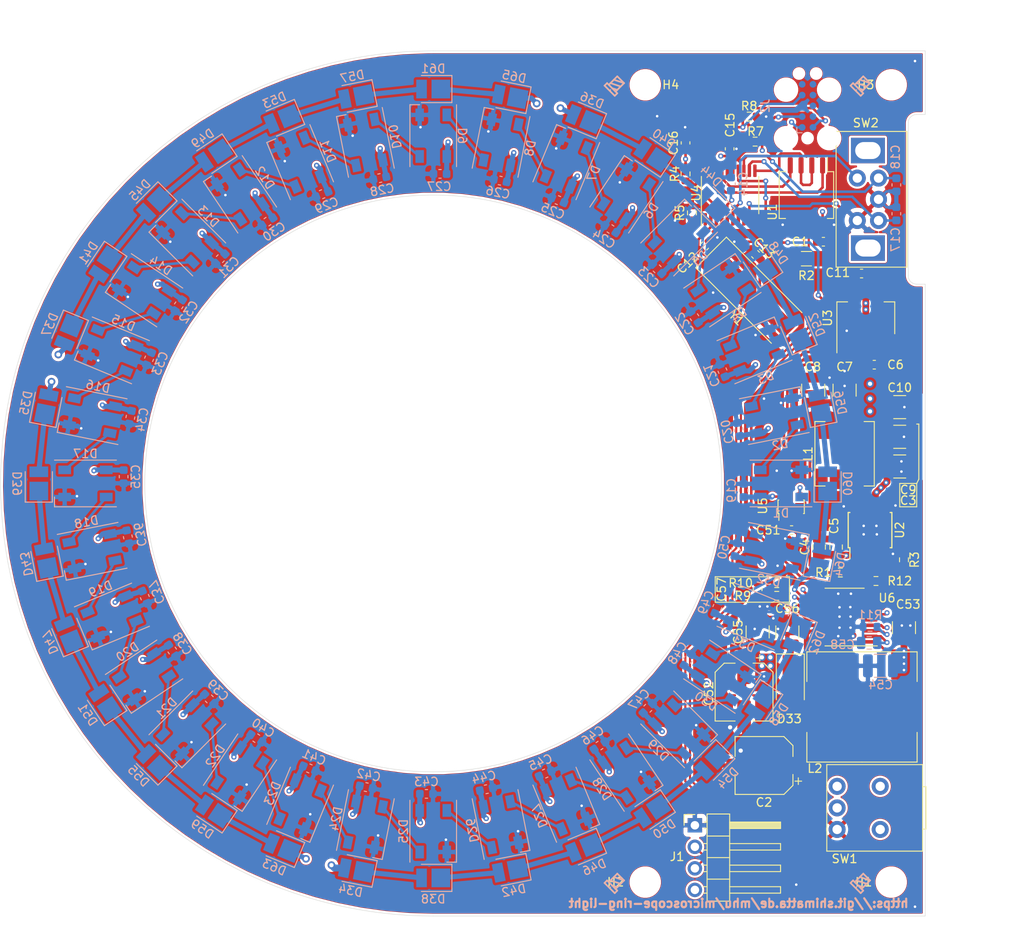
<source format=kicad_pcb>
(kicad_pcb (version 20171130) (host pcbnew 5.1.9)

  (general
    (thickness 1.6)
    (drawings 30)
    (tracks 971)
    (zones 0)
    (modules 157)
    (nets 94)
  )

  (page A4)
  (layers
    (0 F.Cu signal)
    (1 In1.Cu power)
    (2 In2.Cu power)
    (31 B.Cu signal)
    (32 B.Adhes user)
    (33 F.Adhes user)
    (34 B.Paste user)
    (35 F.Paste user)
    (36 B.SilkS user)
    (37 F.SilkS user)
    (38 B.Mask user)
    (39 F.Mask user)
    (40 Dwgs.User user)
    (41 Cmts.User user)
    (42 Eco1.User user)
    (43 Eco2.User user)
    (44 Edge.Cuts user)
    (45 Margin user)
    (46 B.CrtYd user)
    (47 F.CrtYd user)
    (48 B.Fab user hide)
    (49 F.Fab user)
  )

  (setup
    (last_trace_width 0.25)
    (user_trace_width 0.3)
    (user_trace_width 0.6)
    (user_trace_width 0.8)
    (user_trace_width 2.5)
    (trace_clearance 0.2)
    (zone_clearance 0.4)
    (zone_45_only no)
    (trace_min 0.25)
    (via_size 0.8)
    (via_drill 0.4)
    (via_min_size 0.5)
    (via_min_drill 0.3)
    (user_via 0.6 0.3)
    (user_via 0.9 0.5)
    (uvia_size 0.3)
    (uvia_drill 0.1)
    (uvias_allowed no)
    (uvia_min_size 0.2)
    (uvia_min_drill 0.1)
    (edge_width 0.05)
    (segment_width 0.2)
    (pcb_text_width 0.3)
    (pcb_text_size 1.5 1.5)
    (mod_edge_width 0.12)
    (mod_text_size 1 1)
    (mod_text_width 0.15)
    (pad_size 0.7874 0.7874)
    (pad_drill 0)
    (pad_to_mask_clearance 0)
    (aux_axis_origin 70 70)
    (grid_origin 70 70)
    (visible_elements FFFFFF7F)
    (pcbplotparams
      (layerselection 0x010fc_ffffffff)
      (usegerberextensions true)
      (usegerberattributes true)
      (usegerberadvancedattributes true)
      (creategerberjobfile true)
      (excludeedgelayer true)
      (linewidth 0.100000)
      (plotframeref false)
      (viasonmask false)
      (mode 1)
      (useauxorigin false)
      (hpglpennumber 1)
      (hpglpenspeed 20)
      (hpglpendiameter 15.000000)
      (psnegative false)
      (psa4output false)
      (plotreference true)
      (plotvalue true)
      (plotinvisibletext false)
      (padsonsilk false)
      (subtractmaskfromsilk false)
      (outputformat 1)
      (mirror false)
      (drillshape 0)
      (scaleselection 1)
      (outputdirectory "gerber/"))
  )

  (net 0 "")
  (net 1 GND)
  (net 2 +3V3)
  (net 3 /TIM3_CH1)
  (net 4 /TIM3_CH2)
  (net 5 +12V)
  (net 6 +5V)
  (net 7 "Net-(D1-Pad4)")
  (net 8 "Net-(D1-Pad2)")
  (net 9 "Net-(D2-Pad4)")
  (net 10 "Net-(D3-Pad4)")
  (net 11 "Net-(D22-Pad4)")
  (net 12 "Net-(D4-Pad4)")
  (net 13 "Net-(D23-Pad4)")
  (net 14 "Net-(D5-Pad4)")
  (net 15 "Net-(D10-Pad2)")
  (net 16 "Net-(D10-Pad4)")
  (net 17 "Net-(D11-Pad4)")
  (net 18 "Net-(D12-Pad4)")
  (net 19 "Net-(D13-Pad4)")
  (net 20 "Net-(D14-Pad4)")
  (net 21 "Net-(D15-Pad4)")
  (net 22 "Net-(D16-Pad4)")
  (net 23 "Net-(D17-Pad4)")
  (net 24 "Net-(D18-Pad4)")
  (net 25 "Net-(D19-Pad4)")
  (net 26 "Net-(D20-Pad4)")
  (net 27 "Net-(D24-Pad4)")
  (net 28 /DMX+)
  (net 29 /DMX-)
  (net 30 /~RESET)
  (net 31 /STM_RX)
  (net 32 /STM_TX)
  (net 33 /SWCLK)
  (net 34 /SWDIO)
  (net 35 "/LED Grave/SK6812_DATA_IN")
  (net 36 /BUTTON)
  (net 37 "Net-(L1-Pad1)")
  (net 38 "Net-(C12-Pad1)")
  (net 39 "Net-(C13-Pad1)")
  (net 40 "Net-(D6-Pad4)")
  (net 41 "Net-(D7-Pad4)")
  (net 42 "Net-(D8-Pad4)")
  (net 43 "Net-(D21-Pad4)")
  (net 44 "Net-(D25-Pad4)")
  (net 45 "Net-(D26-Pad4)")
  (net 46 "Net-(D27-Pad4)")
  (net 47 "Net-(D28-Pad4)")
  (net 48 "Net-(D29-Pad4)")
  (net 49 "Net-(J1-Pad4)")
  (net 50 "Net-(D34-Pad1)")
  (net 51 "Net-(D35-Pad1)")
  (net 52 "Net-(D36-Pad1)")
  (net 53 "Net-(D37-Pad1)")
  (net 54 "Net-(D38-Pad1)")
  (net 55 "Net-(D39-Pad1)")
  (net 56 "Net-(D40-Pad1)")
  (net 57 "Net-(D41-Pad1)")
  (net 58 "Net-(D42-Pad1)")
  (net 59 "Net-(D43-Pad1)")
  (net 60 "Net-(D44-Pad1)")
  (net 61 "Net-(D45-Pad1)")
  (net 62 "Net-(D46-Pad1)")
  (net 63 "Net-(D47-Pad1)")
  (net 64 "Net-(D48-Pad1)")
  (net 65 "Net-(D49-Pad1)")
  (net 66 "Net-(D50-Pad1)")
  (net 67 "Net-(D51-Pad1)")
  (net 68 "Net-(D52-Pad1)")
  (net 69 "Net-(D53-Pad1)")
  (net 70 "Net-(D54-Pad1)")
  (net 71 "Net-(D55-Pad1)")
  (net 72 "Net-(D56-Pad1)")
  (net 73 "Net-(D57-Pad1)")
  (net 74 "Net-(D58-Pad1)")
  (net 75 "Net-(D59-Pad1)")
  (net 76 "Net-(D60-Pad1)")
  (net 77 "Net-(D61-Pad1)")
  (net 78 "Net-(D62-Pad1)")
  (net 79 "Net-(D63-Pad1)")
  (net 80 "Net-(R1-Pad2)")
  (net 81 /DMX_~RX~TX)
  (net 82 /WHITE_PWM)
  (net 83 /WhiteLEDs/LED_SUPPLY)
  (net 84 "Net-(D30-Pad4)")
  (net 85 "Net-(C57-Pad2)")
  (net 86 "Net-(C58-Pad1)")
  (net 87 "Net-(D31-Pad4)")
  (net 88 "Net-(D33-Pad2)")
  (net 89 "Net-(D64-Pad1)")
  (net 90 "Net-(D65-Pad1)")
  (net 91 "Net-(R5-Pad1)")
  (net 92 "Net-(R11-Pad2)")
  (net 93 "Net-(R12-Pad1)")

  (net_class Default "This is the default net class."
    (clearance 0.2)
    (trace_width 0.25)
    (via_dia 0.8)
    (via_drill 0.4)
    (uvia_dia 0.3)
    (uvia_drill 0.1)
    (diff_pair_width 0.3)
    (diff_pair_gap 0.26)
    (add_net +12V)
    (add_net +3V3)
    (add_net +5V)
    (add_net /BUTTON)
    (add_net /DMX_~RX~TX)
    (add_net "/LED Grave/SK6812_DATA_IN")
    (add_net /STM_RX)
    (add_net /STM_TX)
    (add_net /SWCLK)
    (add_net /SWDIO)
    (add_net /TIM3_CH1)
    (add_net /TIM3_CH2)
    (add_net /WHITE_PWM)
    (add_net /~RESET)
    (add_net GND)
    (add_net "Net-(C12-Pad1)")
    (add_net "Net-(C13-Pad1)")
    (add_net "Net-(C57-Pad2)")
    (add_net "Net-(C58-Pad1)")
    (add_net "Net-(D1-Pad2)")
    (add_net "Net-(D1-Pad4)")
    (add_net "Net-(D10-Pad2)")
    (add_net "Net-(D10-Pad4)")
    (add_net "Net-(D11-Pad4)")
    (add_net "Net-(D12-Pad4)")
    (add_net "Net-(D13-Pad4)")
    (add_net "Net-(D14-Pad4)")
    (add_net "Net-(D15-Pad4)")
    (add_net "Net-(D16-Pad4)")
    (add_net "Net-(D17-Pad4)")
    (add_net "Net-(D18-Pad4)")
    (add_net "Net-(D19-Pad4)")
    (add_net "Net-(D2-Pad4)")
    (add_net "Net-(D20-Pad4)")
    (add_net "Net-(D21-Pad4)")
    (add_net "Net-(D22-Pad4)")
    (add_net "Net-(D23-Pad4)")
    (add_net "Net-(D24-Pad4)")
    (add_net "Net-(D25-Pad4)")
    (add_net "Net-(D26-Pad4)")
    (add_net "Net-(D27-Pad4)")
    (add_net "Net-(D28-Pad4)")
    (add_net "Net-(D29-Pad4)")
    (add_net "Net-(D3-Pad4)")
    (add_net "Net-(D30-Pad4)")
    (add_net "Net-(D31-Pad4)")
    (add_net "Net-(D33-Pad2)")
    (add_net "Net-(D34-Pad1)")
    (add_net "Net-(D35-Pad1)")
    (add_net "Net-(D36-Pad1)")
    (add_net "Net-(D37-Pad1)")
    (add_net "Net-(D38-Pad1)")
    (add_net "Net-(D39-Pad1)")
    (add_net "Net-(D4-Pad4)")
    (add_net "Net-(D40-Pad1)")
    (add_net "Net-(D41-Pad1)")
    (add_net "Net-(D42-Pad1)")
    (add_net "Net-(D43-Pad1)")
    (add_net "Net-(D44-Pad1)")
    (add_net "Net-(D45-Pad1)")
    (add_net "Net-(D46-Pad1)")
    (add_net "Net-(D47-Pad1)")
    (add_net "Net-(D48-Pad1)")
    (add_net "Net-(D49-Pad1)")
    (add_net "Net-(D5-Pad4)")
    (add_net "Net-(D50-Pad1)")
    (add_net "Net-(D51-Pad1)")
    (add_net "Net-(D52-Pad1)")
    (add_net "Net-(D53-Pad1)")
    (add_net "Net-(D54-Pad1)")
    (add_net "Net-(D55-Pad1)")
    (add_net "Net-(D56-Pad1)")
    (add_net "Net-(D57-Pad1)")
    (add_net "Net-(D58-Pad1)")
    (add_net "Net-(D59-Pad1)")
    (add_net "Net-(D6-Pad4)")
    (add_net "Net-(D60-Pad1)")
    (add_net "Net-(D61-Pad1)")
    (add_net "Net-(D62-Pad1)")
    (add_net "Net-(D63-Pad1)")
    (add_net "Net-(D64-Pad1)")
    (add_net "Net-(D65-Pad1)")
    (add_net "Net-(D7-Pad4)")
    (add_net "Net-(D8-Pad4)")
    (add_net "Net-(J1-Pad4)")
    (add_net "Net-(L1-Pad1)")
    (add_net "Net-(R1-Pad2)")
    (add_net "Net-(R11-Pad2)")
    (add_net "Net-(R12-Pad1)")
    (add_net "Net-(R5-Pad1)")
  )

  (net_class DMX-DIFF120 ""
    (clearance 0.2)
    (trace_width 0.25)
    (via_dia 0.6)
    (via_drill 0.3)
    (uvia_dia 0.3)
    (uvia_drill 0.1)
    (diff_pair_width 0.25)
    (diff_pair_gap 0.3)
    (add_net /DMX+)
    (add_net /DMX-)
  )

  (net_class LED_SUPPLY ""
    (clearance 0.35)
    (trace_width 0.25)
    (via_dia 0.8)
    (via_drill 0.4)
    (uvia_dia 0.3)
    (uvia_drill 0.1)
    (diff_pair_width 0.3)
    (diff_pair_gap 0.25)
    (add_net /WhiteLEDs/LED_SUPPLY)
  )

  (module shimatta_artwork:screw_art_tiny locked (layer B.Cu) (tedit 5605587C) (tstamp 60621904)
    (at 120.5 23)
    (fp_text reference REF** (at 0 -2.2) (layer B.SilkS) hide
      (effects (font (size 1 1) (thickness 0.15)) (justify mirror))
    )
    (fp_text value screw_art_tiny (at 0 2.5) (layer B.Fab) hide
      (effects (font (size 1 1) (thickness 0.15)) (justify mirror))
    )
    (fp_line (start 0.2 0.6) (end -0.4 0.4) (layer B.SilkS) (width 0.2))
    (fp_line (start 0.6 0.2) (end -0.6 -0.2) (layer B.SilkS) (width 0.2))
    (fp_line (start 1 -0.2) (end -0.2 -0.6) (layer B.SilkS) (width 0.2))
    (fp_line (start -0.7 0.7) (end -0.6 0.6) (layer B.SilkS) (width 0.15))
    (fp_line (start -0.8 0) (end 0 0.8) (layer B.SilkS) (width 0.2))
    (fp_line (start -0.1 1.3) (end 0.2 1) (layer B.SilkS) (width 0.2))
    (fp_line (start -1.3 0.1) (end -0.1 1.3) (layer B.SilkS) (width 0.2))
    (fp_line (start -1 -0.2) (end -1.3 0.1) (layer B.SilkS) (width 0.2))
    (fp_line (start -0.8 0) (end -1 -0.2) (layer B.SilkS) (width 0.2))
    (fp_line (start 0.2 -1) (end -0.8 0) (layer B.SilkS) (width 0.2))
    (fp_line (start 0 0.8) (end 0.2 1) (layer B.SilkS) (width 0.2))
    (fp_line (start 1 -0.2) (end 0 0.8) (layer B.SilkS) (width 0.2))
    (fp_line (start 0.2 -1) (end 1 -0.2) (layer B.SilkS) (width 0.2))
  )

  (module shimatta_artwork:screw_art_tiny locked (layer B.Cu) (tedit 5605587C) (tstamp 606218F4)
    (at 91.5 23)
    (fp_text reference REF** (at 0 -2.2) (layer B.SilkS) hide
      (effects (font (size 1 1) (thickness 0.15)) (justify mirror))
    )
    (fp_text value screw_art_tiny (at 0 2.5) (layer B.Fab) hide
      (effects (font (size 1 1) (thickness 0.15)) (justify mirror))
    )
    (fp_line (start 0.2 0.6) (end -0.4 0.4) (layer B.SilkS) (width 0.2))
    (fp_line (start 0.6 0.2) (end -0.6 -0.2) (layer B.SilkS) (width 0.2))
    (fp_line (start 1 -0.2) (end -0.2 -0.6) (layer B.SilkS) (width 0.2))
    (fp_line (start -0.7 0.7) (end -0.6 0.6) (layer B.SilkS) (width 0.15))
    (fp_line (start -0.8 0) (end 0 0.8) (layer B.SilkS) (width 0.2))
    (fp_line (start -0.1 1.3) (end 0.2 1) (layer B.SilkS) (width 0.2))
    (fp_line (start -1.3 0.1) (end -0.1 1.3) (layer B.SilkS) (width 0.2))
    (fp_line (start -1 -0.2) (end -1.3 0.1) (layer B.SilkS) (width 0.2))
    (fp_line (start -0.8 0) (end -1 -0.2) (layer B.SilkS) (width 0.2))
    (fp_line (start 0.2 -1) (end -0.8 0) (layer B.SilkS) (width 0.2))
    (fp_line (start 0 0.8) (end 0.2 1) (layer B.SilkS) (width 0.2))
    (fp_line (start 1 -0.2) (end 0 0.8) (layer B.SilkS) (width 0.2))
    (fp_line (start 0.2 -1) (end 1 -0.2) (layer B.SilkS) (width 0.2))
  )

  (module shimatta_artwork:screw_art_tiny locked (layer B.Cu) (tedit 5605587C) (tstamp 606218B0)
    (at 91.5 117)
    (fp_text reference REF** (at 0 -2.2) (layer B.SilkS) hide
      (effects (font (size 1 1) (thickness 0.15)) (justify mirror))
    )
    (fp_text value screw_art_tiny (at 0 2.5) (layer B.Fab) hide
      (effects (font (size 1 1) (thickness 0.15)) (justify mirror))
    )
    (fp_line (start 0.2 0.6) (end -0.4 0.4) (layer B.SilkS) (width 0.2))
    (fp_line (start 0.6 0.2) (end -0.6 -0.2) (layer B.SilkS) (width 0.2))
    (fp_line (start 1 -0.2) (end -0.2 -0.6) (layer B.SilkS) (width 0.2))
    (fp_line (start -0.7 0.7) (end -0.6 0.6) (layer B.SilkS) (width 0.15))
    (fp_line (start -0.8 0) (end 0 0.8) (layer B.SilkS) (width 0.2))
    (fp_line (start -0.1 1.3) (end 0.2 1) (layer B.SilkS) (width 0.2))
    (fp_line (start -1.3 0.1) (end -0.1 1.3) (layer B.SilkS) (width 0.2))
    (fp_line (start -1 -0.2) (end -1.3 0.1) (layer B.SilkS) (width 0.2))
    (fp_line (start -0.8 0) (end -1 -0.2) (layer B.SilkS) (width 0.2))
    (fp_line (start 0.2 -1) (end -0.8 0) (layer B.SilkS) (width 0.2))
    (fp_line (start 0 0.8) (end 0.2 1) (layer B.SilkS) (width 0.2))
    (fp_line (start 1 -0.2) (end 0 0.8) (layer B.SilkS) (width 0.2))
    (fp_line (start 0.2 -1) (end 1 -0.2) (layer B.SilkS) (width 0.2))
  )

  (module shimatta_artwork:screw_art_tiny locked (layer B.Cu) (tedit 5605587C) (tstamp 6062186E)
    (at 120.5 117)
    (fp_text reference REF** (at 0 -2.2) (layer B.SilkS) hide
      (effects (font (size 1 1) (thickness 0.15)) (justify mirror))
    )
    (fp_text value screw_art_tiny (at 0 2.5) (layer B.Fab) hide
      (effects (font (size 1 1) (thickness 0.15)) (justify mirror))
    )
    (fp_line (start 0.2 0.6) (end -0.4 0.4) (layer B.SilkS) (width 0.2))
    (fp_line (start 0.6 0.2) (end -0.6 -0.2) (layer B.SilkS) (width 0.2))
    (fp_line (start 1 -0.2) (end -0.2 -0.6) (layer B.SilkS) (width 0.2))
    (fp_line (start -0.7 0.7) (end -0.6 0.6) (layer B.SilkS) (width 0.15))
    (fp_line (start -0.8 0) (end 0 0.8) (layer B.SilkS) (width 0.2))
    (fp_line (start -0.1 1.3) (end 0.2 1) (layer B.SilkS) (width 0.2))
    (fp_line (start -1.3 0.1) (end -0.1 1.3) (layer B.SilkS) (width 0.2))
    (fp_line (start -1 -0.2) (end -1.3 0.1) (layer B.SilkS) (width 0.2))
    (fp_line (start -0.8 0) (end -1 -0.2) (layer B.SilkS) (width 0.2))
    (fp_line (start 0.2 -1) (end -0.8 0) (layer B.SilkS) (width 0.2))
    (fp_line (start 0 0.8) (end 0.2 1) (layer B.SilkS) (width 0.2))
    (fp_line (start 1 -0.2) (end 0 0.8) (layer B.SilkS) (width 0.2))
    (fp_line (start 0.2 -1) (end 1 -0.2) (layer B.SilkS) (width 0.2))
  )

  (module shimatta_artwork:shimatta_kanji_20mm_solder_mask locked (layer B.Cu) (tedit 0) (tstamp 606201E4)
    (at 111 109 270)
    (fp_text reference G*** (at 0 0 270) (layer B.SilkS) hide
      (effects (font (size 1.524 1.524) (thickness 0.3)) (justify mirror))
    )
    (fp_text value LOGO (at 0.75 0 270) (layer B.SilkS) hide
      (effects (font (size 1.524 1.524) (thickness 0.3)) (justify mirror))
    )
    (fp_poly (pts (xy -3.948741 -2.077681) (xy -3.842571 -2.106575) (xy -3.745245 -2.159437) (xy -3.73239 -2.168381)
      (xy -3.676586 -2.208118) (xy -3.634238 -2.139597) (xy -3.599519 -2.096334) (xy -3.564972 -2.072617)
      (xy -3.556581 -2.071077) (xy -3.536411 -2.077165) (xy -3.521291 -2.098637) (xy -3.51037 -2.140308)
      (xy -3.502799 -2.206991) (xy -3.49773 -2.303499) (xy -3.494546 -2.422769) (xy -3.492947 -2.519225)
      (xy -3.493504 -2.583451) (xy -3.497349 -2.622281) (xy -3.505619 -2.642547) (xy -3.519446 -2.651084)
      (xy -3.532881 -2.653716) (xy -3.573956 -2.64517) (xy -3.587958 -2.624409) (xy -3.646019 -2.4834)
      (xy -3.713402 -2.367277) (xy -3.781292 -2.287532) (xy -3.873546 -2.221697) (xy -3.97294 -2.182951)
      (xy -4.073355 -2.169839) (xy -4.168668 -2.180907) (xy -4.252758 -2.214702) (xy -4.319504 -2.269769)
      (xy -4.362784 -2.344655) (xy -4.376615 -2.428933) (xy -4.365582 -2.497361) (xy -4.33035 -2.556287)
      (xy -4.267717 -2.607919) (xy -4.174483 -2.654462) (xy -4.047446 -2.698125) (xy -3.945975 -2.725816)
      (xy -3.85389 -2.75024) (xy -3.76859 -2.774776) (xy -3.701899 -2.795929) (xy -3.674447 -2.806076)
      (xy -3.567882 -2.870419) (xy -3.488399 -2.961286) (xy -3.438303 -3.074985) (xy -3.419896 -3.207823)
      (xy -3.41985 -3.214077) (xy -3.436648 -3.351761) (xy -3.486035 -3.470533) (xy -3.565609 -3.56705)
      (xy -3.67297 -3.637969) (xy -3.743839 -3.665108) (xy -3.837888 -3.683707) (xy -3.947419 -3.690817)
      (xy -4.056238 -3.686459) (xy -4.148147 -3.670652) (xy -4.167501 -3.664588) (xy -4.232348 -3.636065)
      (xy -4.30185 -3.59786) (xy -4.318672 -3.587181) (xy -4.39565 -3.53624) (xy -4.439863 -3.604494)
      (xy -4.48072 -3.653504) (xy -4.524176 -3.672151) (xy -4.537807 -3.672989) (xy -4.591538 -3.673231)
      (xy -4.591538 -3.048) (xy -4.544595 -3.048) (xy -4.518453 -3.052519) (xy -4.498508 -3.071374)
      (xy -4.479553 -3.112508) (xy -4.457089 -3.181544) (xy -4.400463 -3.312708) (xy -4.318273 -3.42679)
      (xy -4.217406 -3.515052) (xy -4.173966 -3.540862) (xy -4.086335 -3.57143) (xy -3.983094 -3.585212)
      (xy -3.878704 -3.58206) (xy -3.787626 -3.561828) (xy -3.751451 -3.545174) (xy -3.670291 -3.478418)
      (xy -3.61732 -3.394384) (xy -3.595281 -3.301169) (xy -3.606916 -3.206866) (xy -3.623386 -3.167162)
      (xy -3.647083 -3.129684) (xy -3.679122 -3.098577) (xy -3.725539 -3.070884) (xy -3.792369 -3.043648)
      (xy -3.885646 -3.013911) (xy -4.003738 -2.980792) (xy -4.141027 -2.941904) (xy -4.24642 -2.907553)
      (xy -4.326391 -2.874894) (xy -4.387417 -2.841084) (xy -4.435975 -2.803278) (xy -4.458411 -2.781135)
      (xy -4.517275 -2.699588) (xy -4.546855 -2.605673) (xy -4.552461 -2.526341) (xy -4.536364 -2.386709)
      (xy -4.489333 -2.270099) (xy -4.413262 -2.178332) (xy -4.310042 -2.11323) (xy -4.181568 -2.076613)
      (xy -4.077097 -2.068906) (xy -3.948741 -2.077681)) (layer B.Mask) (width 0.01))
    (fp_poly (pts (xy 1.281889 -2.625235) (xy 1.35408 -2.639007) (xy 1.418751 -2.666585) (xy 1.481804 -2.707759)
      (xy 1.490849 -2.715425) (xy 1.553308 -2.771207) (xy 1.563564 -3.129411) (xy 1.567715 -3.245141)
      (xy 1.572994 -3.348271) (xy 1.57893 -3.432072) (xy 1.585051 -3.489815) (xy 1.59052 -3.514271)
      (xy 1.621864 -3.532029) (xy 1.682841 -3.530784) (xy 1.732532 -3.52706) (xy 1.754343 -3.53598)
      (xy 1.758462 -3.554831) (xy 1.740226 -3.602654) (xy 1.689967 -3.640684) (xy 1.614362 -3.664558)
      (xy 1.584271 -3.668656) (xy 1.521456 -3.671511) (xy 1.480693 -3.661986) (xy 1.445805 -3.635793)
      (xy 1.440421 -3.630505) (xy 1.405182 -3.590236) (xy 1.384448 -3.557311) (xy 1.383959 -3.555952)
      (xy 1.369919 -3.545603) (xy 1.338585 -3.559455) (xy 1.298034 -3.588839) (xy 1.237128 -3.630119)
      (xy 1.174901 -3.662931) (xy 1.154739 -3.670815) (xy 1.067219 -3.688301) (xy 0.969072 -3.690589)
      (xy 0.877577 -3.678236) (xy 0.82469 -3.660184) (xy 0.744988 -3.605701) (xy 0.69927 -3.534893)
      (xy 0.683885 -3.441954) (xy 0.683846 -3.43619) (xy 0.686252 -3.401029) (xy 0.911215 -3.401029)
      (xy 0.915671 -3.46142) (xy 0.938699 -3.50419) (xy 0.96608 -3.530724) (xy 1.014251 -3.563687)
      (xy 1.064001 -3.572515) (xy 1.100877 -3.569299) (xy 1.16548 -3.552873) (xy 1.221927 -3.526276)
      (xy 1.228025 -3.522031) (xy 1.291206 -3.464621) (xy 1.331243 -3.399056) (xy 1.354073 -3.313462)
      (xy 1.361257 -3.255587) (xy 1.367045 -3.18541) (xy 1.366887 -3.146315) (xy 1.359234 -3.130556)
      (xy 1.342538 -3.130386) (xy 1.336539 -3.131936) (xy 1.296977 -3.141887) (xy 1.235589 -3.156274)
      (xy 1.191846 -3.166146) (xy 1.073844 -3.199818) (xy 0.990757 -3.242205) (xy 0.938825 -3.296458)
      (xy 0.914285 -3.365723) (xy 0.911215 -3.401029) (xy 0.686252 -3.401029) (xy 0.688232 -3.372117)
      (xy 0.706532 -3.323776) (xy 0.746465 -3.27193) (xy 0.752394 -3.265315) (xy 0.812501 -3.210537)
      (xy 0.889162 -3.163405) (xy 0.987601 -3.121827) (xy 1.113046 -3.083712) (xy 1.270722 -3.046968)
      (xy 1.326119 -3.035696) (xy 1.352917 -3.027456) (xy 1.364665 -3.00962) (xy 1.364603 -2.971489)
      (xy 1.35919 -2.926418) (xy 1.348005 -2.861639) (xy 1.334451 -2.809178) (xy 1.327644 -2.792185)
      (xy 1.289845 -2.757473) (xy 1.22536 -2.73215) (xy 1.146124 -2.719638) (xy 1.080054 -2.721162)
      (xy 1.001244 -2.738478) (xy 0.956495 -2.767989) (xy 0.947455 -2.80826) (xy 0.955478 -2.829513)
      (xy 0.975273 -2.895593) (xy 0.966716 -2.954334) (xy 0.936558 -2.99953) (xy 0.891551 -3.024976)
      (xy 0.838446 -3.024465) (xy 0.783995 -2.991793) (xy 0.781539 -2.989384) (xy 0.746802 -2.930557)
      (xy 0.744258 -2.86267) (xy 0.770445 -2.792651) (xy 0.821898 -2.727426) (xy 0.895153 -2.673923)
      (xy 0.951683 -2.649098) (xy 1.050558 -2.627276) (xy 1.167021 -2.619162) (xy 1.281889 -2.625235)) (layer B.Mask) (width 0.01))
    (fp_poly (pts (xy 2.134779 -2.216303) (xy 2.147307 -2.228949) (xy 2.155214 -2.256355) (xy 2.159977 -2.305421)
      (xy 2.163072 -2.383045) (xy 2.164525 -2.437423) (xy 2.170049 -2.657231) (xy 2.327076 -2.657231)
      (xy 2.404733 -2.6578) (xy 2.450924 -2.660989) (xy 2.47326 -2.669015) (xy 2.47935 -2.684097)
      (xy 2.477859 -2.701192) (xy 2.471647 -2.723494) (xy 2.455225 -2.737184) (xy 2.420203 -2.744904)
      (xy 2.358189 -2.749299) (xy 2.320193 -2.75086) (xy 2.16877 -2.756567) (xy 2.16877 -3.112859)
      (xy 2.169342 -3.245244) (xy 2.171343 -3.344145) (xy 2.175197 -3.415141) (xy 2.181328 -3.46381)
      (xy 2.19016 -3.495732) (xy 2.199185 -3.512575) (xy 2.243766 -3.548597) (xy 2.297876 -3.553845)
      (xy 2.352703 -3.532052) (xy 2.399437 -3.486951) (xy 2.429266 -3.422273) (xy 2.43109 -3.414346)
      (xy 2.443721 -3.353742) (xy 2.452449 -3.311769) (xy 2.471087 -3.273712) (xy 2.512304 -3.262927)
      (xy 2.513582 -3.262923) (xy 2.543027 -3.264893) (xy 2.556494 -3.277318) (xy 2.557615 -3.309964)
      (xy 2.551165 -3.363995) (xy 2.520761 -3.487567) (xy 2.465044 -3.582903) (xy 2.382053 -3.653097)
      (xy 2.36024 -3.665318) (xy 2.291732 -3.686001) (xy 2.208022 -3.691374) (xy 2.128819 -3.681235)
      (xy 2.092499 -3.668058) (xy 2.047491 -3.634999) (xy 2.004847 -3.589185) (xy 2.004576 -3.588822)
      (xy 1.990478 -3.567274) (xy 1.979874 -3.541935) (xy 1.97215 -3.506993) (xy 1.96669 -3.456633)
      (xy 1.962881 -3.385044) (xy 1.960108 -3.286412) (xy 1.957757 -3.154925) (xy 1.957592 -3.144322)
      (xy 1.951569 -2.754923) (xy 1.864785 -2.754923) (xy 1.810898 -2.752753) (xy 1.785539 -2.74247)
      (xy 1.778236 -2.718408) (xy 1.778 -2.707988) (xy 1.78917 -2.669501) (xy 1.828657 -2.643689)
      (xy 1.84066 -2.63921) (xy 1.916877 -2.59926) (xy 1.975812 -2.536169) (xy 2.020275 -2.445345)
      (xy 2.053082 -2.322197) (xy 2.060796 -2.279902) (xy 2.072651 -2.231189) (xy 2.090988 -2.211978)
      (xy 2.116152 -2.211517) (xy 2.134779 -2.216303)) (layer B.Mask) (width 0.01))
    (fp_poly (pts (xy 2.977889 -2.220577) (xy 2.989051 -2.233889) (xy 2.996212 -2.264192) (xy 3.000678 -2.318126)
      (xy 3.003756 -2.402331) (xy 3.004679 -2.437423) (xy 3.010203 -2.657231) (xy 3.165871 -2.657231)
      (xy 3.2432 -2.657756) (xy 3.289442 -2.661005) (xy 3.312586 -2.669483) (xy 3.320621 -2.685697)
      (xy 3.321539 -2.706077) (xy 3.319873 -2.730302) (xy 3.309561 -2.744808) (xy 3.282629 -2.752086)
      (xy 3.231105 -2.754626) (xy 3.165231 -2.754923) (xy 3.008923 -2.754923) (xy 3.008923 -3.116384)
      (xy 3.009198 -3.244484) (xy 3.0104 -3.339342) (xy 3.0131 -3.40679) (xy 3.017865 -3.452661)
      (xy 3.025266 -3.482788) (xy 3.035872 -3.503005) (xy 3.048 -3.516923) (xy 3.10635 -3.552186)
      (xy 3.168114 -3.552519) (xy 3.223333 -3.519711) (xy 3.251566 -3.480363) (xy 3.27189 -3.427198)
      (xy 3.288956 -3.360597) (xy 3.291638 -3.345961) (xy 3.303463 -3.293252) (xy 3.320872 -3.269071)
      (xy 3.351893 -3.262946) (xy 3.355285 -3.262923) (xy 3.38444 -3.265205) (xy 3.397578 -3.278679)
      (xy 3.398595 -3.313283) (xy 3.393567 -3.360604) (xy 3.365773 -3.486881) (xy 3.315386 -3.581707)
      (xy 3.241303 -3.646267) (xy 3.142419 -3.681748) (xy 3.088355 -3.688628) (xy 3.01614 -3.689982)
      (xy 2.964142 -3.679081) (xy 2.914397 -3.651992) (xy 2.911231 -3.64986) (xy 2.874127 -3.62076)
      (xy 2.845838 -3.586644) (xy 2.825182 -3.542043) (xy 2.810978 -3.481493) (xy 2.802044 -3.399525)
      (xy 2.797199 -3.290672) (xy 2.79526 -3.149469) (xy 2.795103 -3.112623) (xy 2.794 -2.75717)
      (xy 2.710962 -2.751162) (xy 2.655959 -2.743228) (xy 2.629795 -2.72651) (xy 2.623153 -2.706077)
      (xy 2.631409 -2.674445) (xy 2.668702 -2.64438) (xy 2.700291 -2.627923) (xy 2.771841 -2.584089)
      (xy 2.824234 -2.526111) (xy 2.863446 -2.445303) (xy 2.891324 -2.350359) (xy 2.91104 -2.278076)
      (xy 2.928744 -2.236994) (xy 2.948357 -2.219688) (xy 2.96142 -2.217615) (xy 2.977889 -2.220577)) (layer B.Mask) (width 0.01))
    (fp_poly (pts (xy 4.134035 -2.624029) (xy 4.182149 -2.635312) (xy 4.230186 -2.656367) (xy 4.238703 -2.660758)
      (xy 4.295999 -2.692909) (xy 4.338535 -2.725226) (xy 4.368629 -2.76404) (xy 4.388598 -2.815684)
      (xy 4.400759 -2.886491) (xy 4.407429 -2.982792) (xy 4.410925 -3.11092) (xy 4.411305 -3.13242)
      (xy 4.413773 -3.268998) (xy 4.416709 -3.371269) (xy 4.421345 -3.443996) (xy 4.428912 -3.491941)
      (xy 4.440642 -3.519868) (xy 4.457766 -3.532538) (xy 4.481517 -3.534714) (xy 4.513124 -3.531159)
      (xy 4.514366 -3.530992) (xy 4.574801 -3.528252) (xy 4.602733 -3.542499) (xy 4.601888 -3.576081)
      (xy 4.599004 -3.584267) (xy 4.565512 -3.623526) (xy 4.505057 -3.654325) (xy 4.429621 -3.671409)
      (xy 4.396191 -3.673231) (xy 4.330445 -3.665009) (xy 4.281674 -3.635069) (xy 4.268221 -3.621531)
      (xy 4.236391 -3.582692) (xy 4.220665 -3.554692) (xy 4.220308 -3.552152) (xy 4.206786 -3.551941)
      (xy 4.172559 -3.571718) (xy 4.151963 -3.586602) (xy 4.037525 -3.652649) (xy 3.913524 -3.687153)
      (xy 3.788526 -3.689048) (xy 3.6711 -3.657264) (xy 3.653241 -3.648807) (xy 3.575561 -3.590347)
      (xy 3.530853 -3.512415) (xy 3.52127 -3.419334) (xy 3.525138 -3.391337) (xy 3.525834 -3.389277)
      (xy 3.751385 -3.389277) (xy 3.765893 -3.476624) (xy 3.806381 -3.537453) (xy 3.868297 -3.569636)
      (xy 3.947088 -3.571042) (xy 4.038201 -3.539541) (xy 4.054231 -3.530961) (xy 4.131154 -3.469167)
      (xy 4.179087 -3.385009) (xy 4.199659 -3.275234) (xy 4.200739 -3.238127) (xy 4.20077 -3.125409)
      (xy 4.147039 -3.137413) (xy 4.005283 -3.173125) (xy 3.898886 -3.210039) (xy 3.824142 -3.250513)
      (xy 3.777351 -3.296903) (xy 3.75481 -3.351567) (xy 3.751385 -3.389277) (xy 3.525834 -3.389277)
      (xy 3.550482 -3.316353) (xy 3.598369 -3.251214) (xy 3.671884 -3.194174) (xy 3.77411 -3.143485)
      (xy 3.908131 -3.0974) (xy 4.077031 -3.054171) (xy 4.147039 -3.038956) (xy 4.182239 -3.02674)
      (xy 4.197497 -3.001436) (xy 4.20077 -2.951207) (xy 4.190307 -2.855209) (xy 4.157338 -2.787629)
      (xy 4.104887 -2.746089) (xy 4.026609 -2.722112) (xy 3.934077 -2.717321) (xy 3.847506 -2.732499)
      (xy 3.83837 -2.735741) (xy 3.801509 -2.756724) (xy 3.794777 -2.787791) (xy 3.798021 -2.804125)
      (xy 3.812669 -2.863271) (xy 3.821682 -2.899549) (xy 3.816621 -2.950785) (xy 3.783408 -2.996248)
      (xy 3.732546 -3.024438) (xy 3.703957 -3.028461) (xy 3.655872 -3.011601) (xy 3.611064 -2.969855)
      (xy 3.581322 -2.916476) (xy 3.575612 -2.884172) (xy 3.592791 -2.818384) (xy 3.638481 -2.750973)
      (xy 3.704233 -2.693009) (xy 3.735965 -2.674057) (xy 3.80207 -2.647582) (xy 3.883198 -2.631325)
      (xy 3.985846 -2.623066) (xy 4.072911 -2.620589) (xy 4.134035 -2.624029)) (layer B.Mask) (width 0.01))
    (fp_poly (pts (xy -2.91123 -2.430945) (xy -2.901461 -2.796672) (xy -2.842846 -2.734314) (xy -2.752705 -2.662809)
      (xy -2.653214 -2.624266) (xy -2.551077 -2.617008) (xy -2.453001 -2.63936) (xy -2.365692 -2.689645)
      (xy -2.295854 -2.76619) (xy -2.250195 -2.867316) (xy -2.246092 -2.883435) (xy -2.239748 -2.930158)
      (xy -2.234338 -3.006749) (xy -2.230311 -3.104) (xy -2.228116 -3.212704) (xy -2.22785 -3.257666)
      (xy -2.227868 -3.372491) (xy -2.22676 -3.454252) (xy -2.222159 -3.508944) (xy -2.211699 -3.542561)
      (xy -2.193012 -3.561095) (xy -2.163733 -3.570542) (xy -2.121493 -3.576895) (xy -2.100609 -3.579886)
      (xy -2.06566 -3.599604) (xy -2.055215 -3.619724) (xy -2.055683 -3.632977) (xy -2.066819 -3.642272)
      (xy -2.094286 -3.648299) (xy -2.143746 -3.651751) (xy -2.220862 -3.653318) (xy -2.331296 -3.653692)
      (xy -2.333413 -3.653692) (xy -2.444194 -3.653422) (xy -2.521787 -3.652075) (xy -2.57208 -3.648841)
      (xy -2.60096 -3.642913) (xy -2.614317 -3.633483) (xy -2.618036 -3.619742) (xy -2.618154 -3.614615)
      (xy -2.609948 -3.587056) (xy -2.578457 -3.576447) (xy -2.553677 -3.575538) (xy -2.5133 -3.573452)
      (xy -2.48406 -3.563589) (xy -2.464167 -3.540546) (xy -2.451834 -3.498918) (xy -2.445274 -3.433301)
      (xy -2.4427 -3.338291) (xy -2.442307 -3.238849) (xy -2.444045 -3.100024) (xy -2.45012 -2.994317)
      (xy -2.461822 -2.915887) (xy -2.480444 -2.858894) (xy -2.507278 -2.817497) (xy -2.542283 -2.786784)
      (xy -2.613761 -2.758645) (xy -2.692497 -2.763385) (xy -2.769991 -2.798125) (xy -2.837745 -2.859986)
      (xy -2.862384 -2.895227) (xy -2.87811 -2.926302) (xy -2.889459 -2.963869) (xy -2.897366 -3.015172)
      (xy -2.902763 -3.087453) (xy -2.906584 -3.187955) (xy -2.90819 -3.250861) (xy -2.910513 -3.370015)
      (xy -2.90986 -3.455655) (xy -2.904363 -3.513325) (xy -2.892152 -3.548574) (xy -2.871359 -3.566947)
      (xy -2.840114 -3.57399) (xy -2.798884 -3.575239) (xy -2.753791 -3.580646) (xy -2.736686 -3.600511)
      (xy -2.735384 -3.614615) (xy -2.737349 -3.629818) (xy -2.74717 -3.640467) (xy -2.770734 -3.647369)
      (xy -2.81393 -3.651332) (xy -2.882644 -3.653165) (xy -2.982766 -3.653676) (xy -3.020125 -3.653692)
      (xy -3.131152 -3.653332) (xy -3.208767 -3.65179) (xy -3.258634 -3.648375) (xy -3.286416 -3.642395)
      (xy -3.297774 -3.633159) (xy -3.298371 -3.619977) (xy -3.298323 -3.619724) (xy -3.275912 -3.589103)
      (xy -3.252929 -3.579886) (xy -3.200774 -3.570769) (xy -3.169862 -3.564573) (xy -3.125648 -3.555128)
      (xy -3.130786 -2.876603) (xy -3.135923 -2.198077) (xy -3.22873 -2.192122) (xy -3.2852 -2.186309)
      (xy -3.312659 -2.174677) (xy -3.321171 -2.151626) (xy -3.321538 -2.140481) (xy -3.318178 -2.112275)
      (xy -3.303776 -2.09318) (xy -3.271855 -2.081173) (xy -3.215934 -2.074236) (xy -3.129534 -2.070346)
      (xy -3.093615 -2.069396) (xy -2.921 -2.065219) (xy -2.91123 -2.430945)) (layer B.Mask) (width 0.01))
    (fp_poly (pts (xy -1.582615 -3.083342) (xy -1.58228 -3.233448) (xy -1.580547 -3.349095) (xy -1.576328 -3.434903)
      (xy -1.568531 -3.495488) (xy -1.556067 -3.535469) (xy -1.537846 -3.559462) (xy -1.512778 -3.572087)
      (xy -1.479772 -3.577961) (xy -1.465544 -3.579329) (xy -1.411112 -3.592934) (xy -1.390842 -3.6195)
      (xy -1.391255 -3.63262) (xy -1.401988 -3.641894) (xy -1.428615 -3.647979) (xy -1.476706 -3.651534)
      (xy -1.551833 -3.653217) (xy -1.659566 -3.653686) (xy -1.680307 -3.653692) (xy -1.793804 -3.653357)
      (xy -1.873798 -3.651914) (xy -1.92586 -3.648705) (xy -1.955563 -3.64307) (xy -1.968476 -3.634354)
      (xy -1.970172 -3.621896) (xy -1.969772 -3.6195) (xy -1.94684 -3.591502) (xy -1.89507 -3.579329)
      (xy -1.854041 -3.573348) (xy -1.823876 -3.56009) (xy -1.802917 -3.534231) (xy -1.789507 -3.490442)
      (xy -1.781989 -3.423396) (xy -1.778706 -3.327767) (xy -1.778 -3.203015) (xy -1.778767 -3.0925)
      (xy -1.780883 -2.991401) (xy -1.784064 -2.908196) (xy -1.788029 -2.851364) (xy -1.790211 -2.835519)
      (xy -1.800191 -2.798932) (xy -1.818621 -2.780954) (xy -1.85709 -2.775001) (xy -1.897673 -2.774461)
      (xy -1.954825 -2.772684) (xy -1.983001 -2.764085) (xy -1.992252 -2.743769) (xy -1.992923 -2.728057)
      (xy -1.985342 -2.69869) (xy -1.959152 -2.6783) (xy -1.909184 -2.665512) (xy -1.830268 -2.658951)
      (xy -1.726711 -2.657231) (xy -1.582615 -2.657231) (xy -1.582615 -3.083342)) (layer B.Mask) (width 0.01))
    (fp_poly (pts (xy 0.160595 -2.6382) (xy 0.251543 -2.690716) (xy 0.305155 -2.746376) (xy 0.361462 -2.82013)
      (xy 0.367629 -3.172955) (xy 0.370974 -3.300648) (xy 0.375998 -3.407347) (xy 0.382346 -3.488043)
      (xy 0.389663 -3.537727) (xy 0.394445 -3.550659) (xy 0.426962 -3.567806) (xy 0.477705 -3.575506)
      (xy 0.481085 -3.575538) (xy 0.527206 -3.580264) (xy 0.545304 -3.598525) (xy 0.547077 -3.614615)
      (xy 0.545112 -3.629818) (xy 0.535291 -3.640467) (xy 0.511727 -3.647369) (xy 0.468532 -3.651332)
      (xy 0.399817 -3.653165) (xy 0.299695 -3.653676) (xy 0.262337 -3.653692) (xy 0.15131 -3.653332)
      (xy 0.073694 -3.65179) (xy 0.023827 -3.648375) (xy -0.003954 -3.642395) (xy -0.015312 -3.633159)
      (xy -0.01591 -3.619977) (xy -0.015862 -3.619724) (xy 0.006549 -3.589103) (xy 0.029532 -3.579886)
      (xy 0.081349 -3.570807) (xy 0.113572 -3.564328) (xy 0.158759 -3.55464) (xy 0.152649 -3.205149)
      (xy 0.150261 -3.080141) (xy 0.147568 -2.98807) (xy 0.14375 -2.922802) (xy 0.137985 -2.8782)
      (xy 0.129454 -2.848129) (xy 0.117336 -2.826454) (xy 0.10081 -2.807038) (xy 0.099171 -2.80529)
      (xy 0.036578 -2.76357) (xy -0.03513 -2.754361) (xy -0.107809 -2.775113) (xy -0.173313 -2.82328)
      (xy -0.2235 -2.896312) (xy -0.228621 -2.907851) (xy -0.242194 -2.959545) (xy -0.253632 -3.038622)
      (xy -0.26248 -3.135114) (xy -0.268284 -3.239052) (xy -0.270591 -3.340469) (xy -0.268945 -3.429395)
      (xy -0.262895 -3.495863) (xy -0.256582 -3.521807) (xy -0.234312 -3.559407) (xy -0.198201 -3.573968)
      (xy -0.16656 -3.575538) (xy -0.119225 -3.579843) (xy -0.100025 -3.59668) (xy -0.097692 -3.614615)
      (xy -0.099721 -3.630078) (xy -0.109812 -3.640817) (xy -0.13397 -3.64769) (xy -0.178201 -3.651554)
      (xy -0.248509 -3.653267) (xy -0.350899 -3.653687) (xy -0.37123 -3.653692) (xy -0.479474 -3.653402)
      (xy -0.554647 -3.651961) (xy -0.602754 -3.648509) (xy -0.629802 -3.642191) (xy -0.641794 -3.632147)
      (xy -0.644737 -3.61752) (xy -0.644769 -3.614615) (xy -0.637027 -3.587576) (xy -0.60689 -3.57675)
      (xy -0.577072 -3.575538) (xy -0.518134 -3.565276) (xy -0.489149 -3.537746) (xy -0.480668 -3.501652)
      (xy -0.474584 -3.435556) (xy -0.470888 -3.348461) (xy -0.46957 -3.249366) (xy -0.470621 -3.147275)
      (xy -0.474029 -3.051188) (xy -0.479786 -2.970106) (xy -0.487881 -2.913031) (xy -0.489839 -2.905077)
      (xy -0.526769 -2.821499) (xy -0.581001 -2.770807) (xy -0.645739 -2.754923) (xy -0.735999 -2.772852)
      (xy -0.809609 -2.825537) (xy -0.857691 -2.897328) (xy -0.874128 -2.935653) (xy -0.885556 -2.976451)
      (xy -0.892851 -3.027644) (xy -0.896891 -3.097155) (xy -0.898551 -3.192908) (xy -0.898769 -3.268719)
      (xy -0.898957 -3.381092) (xy -0.897858 -3.460528) (xy -0.89298 -3.513147) (xy -0.881827 -3.545071)
      (xy -0.861906 -3.56242) (xy -0.830724 -3.571314) (xy -0.785786 -3.577876) (xy -0.771993 -3.579886)
      (xy -0.737045 -3.599604) (xy -0.726599 -3.619724) (xy -0.727068 -3.632977) (xy -0.738204 -3.642272)
      (xy -0.765671 -3.648299) (xy -0.815131 -3.651751) (xy -0.892246 -3.653318) (xy -1.002681 -3.653692)
      (xy -1.004798 -3.653692) (xy -1.115579 -3.653422) (xy -1.193172 -3.652075) (xy -1.243464 -3.648841)
      (xy -1.272345 -3.642913) (xy -1.285701 -3.633483) (xy -1.289421 -3.619742) (xy -1.289538 -3.614615)
      (xy -1.281558 -3.587305) (xy -1.250719 -3.576588) (xy -1.223546 -3.575538) (xy -1.171735 -3.568031)
      (xy -1.136293 -3.549836) (xy -1.135183 -3.548583) (xy -1.126419 -3.520919) (xy -1.120558 -3.461291)
      (xy -1.117515 -3.367712) (xy -1.117204 -3.238197) (xy -1.118137 -3.152929) (xy -1.123461 -2.784231)
      (xy -1.2065 -2.778222) (xy -1.259273 -2.771553) (xy -1.283456 -2.75743) (xy -1.289521 -2.729362)
      (xy -1.289538 -2.72677) (xy -1.283524 -2.697315) (xy -1.26157 -2.677357) (xy -1.217814 -2.665198)
      (xy -1.146392 -2.659141) (xy -1.050192 -2.657497) (xy -0.898769 -2.657231) (xy -0.898769 -2.796998)
      (xy -0.84595 -2.734227) (xy -0.763361 -2.663556) (xy -0.667196 -2.625176) (xy -0.56548 -2.618811)
      (xy -0.466237 -2.644187) (xy -0.377492 -2.701029) (xy -0.331335 -2.751852) (xy -0.288541 -2.809733)
      (xy -0.232075 -2.745421) (xy -0.144368 -2.670997) (xy -0.044757 -2.628328) (xy 0.059363 -2.6174)
      (xy 0.160595 -2.6382)) (layer B.Mask) (width 0.01))
    (fp_poly (pts (xy -1.604197 -2.140316) (xy -1.583691 -2.16207) (xy -1.554825 -2.222457) (xy -1.564969 -2.280657)
      (xy -1.606016 -2.329961) (xy -1.663091 -2.36061) (xy -1.720121 -2.352623) (xy -1.769119 -2.316196)
      (xy -1.807529 -2.267479) (xy -1.812513 -2.223649) (xy -1.784674 -2.172211) (xy -1.776582 -2.161635)
      (xy -1.722409 -2.118489) (xy -1.66201 -2.111389) (xy -1.604197 -2.140316)) (layer B.Mask) (width 0.01))
    (fp_poly (pts (xy -3.838788 3.688729) (xy -3.763989 3.677918) (xy -3.672419 3.662305) (xy -3.574363 3.643857)
      (xy -3.48011 3.624543) (xy -3.399947 3.60633) (xy -3.344161 3.591186) (xy -3.331315 3.58657)
      (xy -3.283233 3.56018) (xy -3.253133 3.532073) (xy -3.250693 3.527326) (xy -3.253676 3.486941)
      (xy -3.283652 3.446101) (xy -3.321955 3.42193) (xy -3.347355 3.402506) (xy -3.390898 3.360148)
      (xy -3.445625 3.301872) (xy -3.484542 3.258039) (xy -3.616047 3.106616) (xy -1.188916 3.106616)
      (xy -0.994443 3.287346) (xy -0.921758 3.354128) (xy -0.85857 3.410747) (xy -0.810709 3.452087)
      (xy -0.784001 3.473031) (xy -0.781309 3.474482) (xy -0.757945 3.465597) (xy -0.712937 3.435671)
      (xy -0.653194 3.390341) (xy -0.585627 3.335241) (xy -0.517146 3.276008) (xy -0.454661 3.218278)
      (xy -0.405081 3.167687) (xy -0.404892 3.167477) (xy -0.364427 3.117627) (xy -0.338018 3.075387)
      (xy -0.332154 3.05723) (xy -0.345696 3.029063) (xy -0.38818 3.008895) (xy -0.462393 2.996103)
      (xy -0.571123 2.990066) (xy -0.636272 2.989385) (xy -0.840154 2.989385) (xy -0.840154 2.637693)
      (xy -0.839955 2.512617) (xy -0.838973 2.421319) (xy -0.836633 2.358498) (xy -0.832357 2.318856)
      (xy -0.82557 2.297091) (xy -0.815693 2.287906) (xy -0.802152 2.286001) (xy -0.801892 2.286)
      (xy -0.773311 2.298192) (xy -0.722344 2.331537) (xy -0.655775 2.381192) (xy -0.580392 2.442311)
      (xy -0.566873 2.453762) (xy -0.370116 2.621524) (xy -0.20152 2.487954) (xy -0.101103 2.405863)
      (xy -0.030828 2.341836) (xy 0.011944 2.292668) (xy 0.029851 2.255153) (xy 0.025534 2.226085)
      (xy 0.020288 2.218518) (xy 0.006592 2.208305) (xy -0.018542 2.20062) (xy -0.060041 2.195127)
      (xy -0.122832 2.19149) (xy -0.211843 2.189373) (xy -0.332 2.18844) (xy -0.422469 2.188308)
      (xy -0.840154 2.188308) (xy -0.840154 1.593302) (xy -0.685062 1.747483) (xy -0.529971 1.901665)
      (xy -0.416892 1.825179) (xy -0.334867 1.765382) (xy -0.256268 1.70045) (xy -0.186709 1.635942)
      (xy -0.131801 1.577421) (xy -0.097158 1.530448) (xy -0.088391 1.500584) (xy -0.088624 1.499911)
      (xy -0.098691 1.482757) (xy -0.117225 1.469664) (xy -0.149019 1.460093) (xy -0.198863 1.453502)
      (xy -0.271551 1.449351) (xy -0.371876 1.4471) (xy -0.504628 1.446209) (xy -0.565638 1.446113)
      (xy -0.700559 1.445507) (xy -0.800136 1.443739) (xy -0.868095 1.440561) (xy -0.908159 1.435727)
      (xy -0.924051 1.428988) (xy -0.922215 1.4224) (xy -0.89994 1.378095) (xy -0.914959 1.330448)
      (xy -0.957384 1.289539) (xy -1.016 1.247801) (xy -1.016 0.840154) (xy -0.954763 0.840154)
      (xy -0.922588 0.845115) (xy -0.885404 0.862752) (xy -0.837186 0.897197) (xy -0.771906 0.952581)
      (xy -0.712938 1.005923) (xy -0.532349 1.171691) (xy -0.437136 1.100731) (xy -0.362212 1.041551)
      (xy -0.288135 0.97735) (xy -0.223006 0.915706) (xy -0.174925 0.864198) (xy -0.154843 0.836626)
      (xy -0.150378 0.797665) (xy -0.167511 0.773126) (xy -0.183248 0.762647) (xy -0.210018 0.754793)
      (xy -0.252898 0.749212) (xy -0.316961 0.745549) (xy -0.407281 0.743451) (xy -0.528932 0.742563)
      (xy -0.607088 0.742462) (xy -1.016 0.742462) (xy -1.016 0) (xy -0.777399 0)
      (xy -0.593867 0.168471) (xy -0.410335 0.336941) (xy -0.301582 0.271047) (xy -0.201402 0.206185)
      (xy -0.109722 0.139119) (xy -0.033314 0.075413) (xy 0.021051 0.020627) (xy 0.044043 -0.012866)
      (xy 0.055086 -0.042142) (xy 0.056136 -0.065393) (xy 0.043528 -0.083305) (xy 0.013598 -0.096568)
      (xy -0.037319 -0.10587) (xy -0.11289 -0.111899) (xy -0.216779 -0.115343) (xy -0.352651 -0.11689)
      (xy -0.511734 -0.117231) (xy -1.016 -0.117231) (xy -1.016 -0.933208) (xy -1.087506 -0.987749)
      (xy -1.185199 -1.046446) (xy -1.289837 -1.082616) (xy -1.390375 -1.093543) (xy -1.465384 -1.080594)
      (xy -1.489548 -1.069612) (xy -1.508164 -1.052924) (xy -1.52195 -1.025778) (xy -1.531624 -0.983425)
      (xy -1.537903 -0.921114) (xy -1.541504 -0.834094) (xy -1.543143 -0.717615) (xy -1.543538 -0.566926)
      (xy -1.543538 -0.117231) (xy -2.789505 -0.117231) (xy -2.82106 -0.069072) (xy -2.843686 -0.031355)
      (xy -2.852615 -0.010456) (xy -2.834363 -0.00634) (xy -2.784749 -0.002986) (xy -2.711487 -0.000754)
      (xy -2.627923 0) (xy -2.40323 0) (xy -2.40323 0.742462) (xy -1.914769 0.742462)
      (xy -1.914769 0) (xy -1.543538 0) (xy -1.543538 0.742462) (xy -1.914769 0.742462)
      (xy -2.40323 0.742462) (xy -2.40323 1.051715) (xy -2.139645 0.945934) (xy -2.033634 0.903981)
      (xy -1.954204 0.874855) (xy -1.891918 0.856232) (xy -1.837336 0.845789) (xy -1.781019 0.841205)
      (xy -1.713529 0.840155) (xy -1.709799 0.840154) (xy -1.543538 0.840154) (xy -1.543538 1.445846)
      (xy -3.269734 1.445846) (xy -3.22478 1.397994) (xy -3.193696 1.350921) (xy -3.198734 1.311521)
      (xy -3.241062 1.276826) (xy -3.279299 1.259217) (xy -3.347723 1.215489) (xy -3.4213 1.139132)
      (xy -3.495173 1.035289) (xy -3.50324 1.022193) (xy -3.50304 1.010874) (xy -3.482699 1.003292)
      (xy -3.43701 0.998804) (xy -3.360771 0.996771) (xy -3.294315 0.996462) (xy -3.069766 0.996462)
      (xy -2.950823 1.106582) (xy -2.895677 1.15606) (xy -2.852243 1.192072) (xy -2.827588 1.208869)
      (xy -2.824715 1.209159) (xy -2.775384 1.154537) (xy -2.715674 1.084446) (xy -2.65204 1.006947)
      (xy -2.590935 0.9301) (xy -2.538814 0.861967) (xy -2.50213 0.810608) (xy -2.490487 0.791713)
      (xy -2.452077 0.719495) (xy -2.542253 0.638171) (xy -2.598689 0.57774) (xy -2.65799 0.499338)
      (xy -2.704546 0.424704) (xy -2.842318 0.207282) (xy -3.014183 -0.00561) (xy -3.215158 -0.209415)
      (xy -3.44026 -0.399573) (xy -3.684505 -0.571526) (xy -3.942909 -0.720716) (xy -3.974162 -0.736637)
      (xy -4.088406 -0.791489) (xy -4.208145 -0.844587) (xy -4.327462 -0.893763) (xy -4.440437 -0.936849)
      (xy -4.541154 -0.971675) (xy -4.623693 -0.996074) (xy -4.682137 -1.007877) (xy -4.709202 -1.005963)
      (xy -4.726996 -0.984631) (xy -4.71758 -0.956615) (xy -4.678522 -0.919173) (xy -4.607392 -0.86956)
      (xy -4.56464 -0.842757) (xy -4.403132 -0.737602) (xy -4.233187 -0.616258) (xy -4.067544 -0.488347)
      (xy -3.91894 -0.36349) (xy -3.863308 -0.313004) (xy -3.787703 -0.240715) (xy -3.739805 -0.190202)
      (xy -3.71731 -0.15821) (xy -3.717915 -0.141484) (xy -3.738587 -0.136769) (xy -3.78107 -0.117287)
      (xy -3.820654 -0.058853) (xy -3.857328 0.038514) (xy -3.871525 0.089701) (xy -3.906815 0.207959)
      (xy -3.947742 0.313481) (xy -3.990003 0.395869) (xy -4.010335 0.425196) (xy -4.029312 0.433861)
      (xy -4.061027 0.420594) (xy -4.112434 0.382371) (xy -4.11651 0.379044) (xy -4.166128 0.339461)
      (xy -4.23756 0.283857) (xy -4.321297 0.219579) (xy -4.407831 0.15397) (xy -4.408814 0.15323)
      (xy -4.496386 0.088548) (xy -4.558755 0.045947) (xy -4.600856 0.02263) (xy -4.627622 0.015805)
      (xy -4.642198 0.021044) (xy -4.665668 0.047567) (xy -4.669692 0.058518) (xy -4.658211 0.07954)
      (xy -4.627685 0.122519) (xy -4.583988 0.179311) (xy -4.569226 0.197779) (xy -4.448299 0.358015)
      (xy -4.322846 0.542513) (xy -4.294865 0.58749) (xy -3.890508 0.58749) (xy -3.8356 0.575698)
      (xy -3.688792 0.528463) (xy -3.57184 0.456138) (xy -3.484484 0.358533) (xy -3.448301 0.292551)
      (xy -3.426045 0.245503) (xy -3.410989 0.217928) (xy -3.408245 0.214923) (xy -3.396203 0.230153)
      (xy -3.368988 0.270413) (xy -3.33208 0.327556) (xy -3.325327 0.338219) (xy -3.293209 0.392001)
      (xy -3.252585 0.464244) (xy -3.207346 0.547503) (xy -3.16138 0.634332) (xy -3.118577 0.717286)
      (xy -3.082827 0.788919) (xy -3.058019 0.841786) (xy -3.048042 0.86844) (xy -3.048 0.869107)
      (xy -3.066402 0.872598) (xy -3.117068 0.875439) (xy -3.193188 0.877413) (xy -3.287952 0.878303)
      (xy -3.336192 0.878288) (xy -3.624384 0.877345) (xy -3.757446 0.732417) (xy -3.890508 0.58749)
      (xy -4.294865 0.58749) (xy -4.200895 0.738532) (xy -4.090472 0.933328) (xy -4.023013 1.064846)
      (xy -3.97584 1.163558) (xy -3.934287 1.253751) (xy -3.901728 1.327848) (xy -3.881541 1.378276)
      (xy -3.877172 1.392116) (xy -3.864379 1.445846) (xy -4.158466 1.445846) (xy -4.271732 1.446123)
      (xy -4.352365 1.447527) (xy -4.406807 1.45092) (xy -4.4415 1.457166) (xy -4.462888 1.467125)
      (xy -4.477412 1.481661) (xy -4.482969 1.489271) (xy -4.505622 1.526694) (xy -4.513384 1.547886)
      (xy -4.494954 1.553092) (xy -4.444093 1.557529) (xy -4.367445 1.560864) (xy -4.271653 1.562764)
      (xy -4.210538 1.563077) (xy -3.907692 1.563077) (xy -3.907692 2.187546) (xy -3.968842 2.188308)
      (xy -3.399692 2.188308) (xy -3.399692 1.563077) (xy -3.048 1.563077) (xy -3.048 2.188308)
      (xy -2.559538 2.188308) (xy -2.559538 1.563077) (xy -2.207846 1.563077) (xy -2.207846 2.188308)
      (xy -1.699846 2.188308) (xy -1.699846 1.563077) (xy -1.348154 1.563077) (xy -1.348154 2.188308)
      (xy -1.699846 2.188308) (xy -2.207846 2.188308) (xy -2.559538 2.188308) (xy -3.048 2.188308)
      (xy -3.399692 2.188308) (xy -3.968842 2.188308) (xy -4.330287 2.192812) (xy -4.469152 2.194669)
      (xy -4.574135 2.196694) (xy -4.650431 2.199452) (xy -4.703234 2.203508) (xy -4.737736 2.209429)
      (xy -4.759132 2.217781) (xy -4.772614 2.229129) (xy -4.782055 2.242039) (xy -4.811228 2.286)
      (xy -3.907692 2.286) (xy -3.907692 2.836336) (xy -3.961423 2.79507) (xy -4.064957 2.719143)
      (xy -4.180423 2.640194) (xy -4.292172 2.568698) (xy -4.358004 2.529707) (xy -4.419838 2.496305)
      (xy -4.458074 2.481376) (xy -4.482205 2.482607) (xy -4.499373 2.495286) (xy -4.510649 2.512321)
      (xy -4.509243 2.534879) (xy -4.492101 2.569936) (xy -4.456172 2.624472) (xy -4.421402 2.673524)
      (xy -4.28025 2.887249) (xy -4.222753 2.989385) (xy -3.399692 2.989385) (xy -3.399692 2.286)
      (xy -3.048 2.286) (xy -3.048 2.989385) (xy -2.559538 2.989385) (xy -2.559538 2.286)
      (xy -2.207846 2.286) (xy -2.207846 2.989385) (xy -1.699846 2.989385) (xy -1.699846 2.286)
      (xy -1.348154 2.286) (xy -1.348154 2.989385) (xy -1.699846 2.989385) (xy -2.207846 2.989385)
      (xy -2.559538 2.989385) (xy -3.048 2.989385) (xy -3.399692 2.989385) (xy -4.222753 2.989385)
      (xy -4.152701 3.113822) (xy -4.044642 3.341792) (xy -3.961957 3.559708) (xy -3.955336 3.580423)
      (xy -3.929027 3.650578) (xy -3.904108 3.686149) (xy -3.886527 3.692769) (xy -3.838788 3.688729)) (layer B.Mask) (width 0.01))
    (fp_poly (pts (xy -8.900627 3.686148) (xy -8.842414 3.668288) (xy -8.764568 3.642197) (xy -8.675465 3.610881)
      (xy -8.583481 3.577349) (xy -8.496994 3.544605) (xy -8.42438 3.515659) (xy -8.374017 3.493516)
      (xy -8.369508 3.491277) (xy -8.277195 3.438216) (xy -8.22267 3.390903) (xy -8.205385 3.347504)
      (xy -8.224792 3.306186) (xy -8.280344 3.265118) (xy -8.298961 3.255113) (xy -8.337113 3.234353)
      (xy -8.366557 3.21267) (xy -8.391987 3.183218) (xy -8.418101 3.139156) (xy -8.449593 3.073639)
      (xy -8.491159 2.979825) (xy -8.496937 2.966591) (xy -8.548331 2.852563) (xy -8.610388 2.720528)
      (xy -8.675268 2.586898) (xy -8.734797 2.468728) (xy -8.867489 2.21184) (xy -8.771283 2.152035)
      (xy -8.705668 2.103264) (xy -8.677637 2.059887) (xy -8.68668 2.018576) (xy -8.732288 1.976008)
      (xy -8.743219 1.96868) (xy -8.811362 1.924539) (xy -8.811738 0.517769) (xy -8.812113 -0.889)
      (xy -8.875479 -0.932013) (xy -8.977934 -0.988548) (xy -9.088107 -1.027523) (xy -9.195323 -1.046531)
      (xy -9.288907 -1.043165) (xy -9.32473 -1.033329) (xy -9.378461 -1.012743) (xy -9.378461 1.510364)
      (xy -9.568961 1.326369) (xy -9.685083 1.216199) (xy -9.784302 1.126131) (xy -9.86423 1.058185)
      (xy -9.92248 1.014379) (xy -9.956663 0.99673) (xy -9.95935 0.996462) (xy -9.988083 1.009886)
      (xy -10.000622 1.022071) (xy -10.00528 1.043101) (xy -9.992716 1.079674) (xy -9.960495 1.137038)
      (xy -9.914008 1.208794) (xy -9.717402 1.5262) (xy -9.533424 1.87007) (xy -9.367953 2.228378)
      (xy -9.226866 2.589099) (xy -9.196588 2.676769) (xy -9.157165 2.800379) (xy -9.115688 2.941245)
      (xy -9.07447 3.09045) (xy -9.035823 3.239075) (xy -9.002058 3.3782) (xy -8.975488 3.498907)
      (xy -8.958423 3.592278) (xy -8.957301 3.599962) (xy -8.947157 3.653955) (xy -8.93604 3.687421)
      (xy -8.930828 3.692769) (xy -8.900627 3.686148)) (layer B.Mask) (width 0.01))
    (fp_poly (pts (xy 7.338145 3.474443) (xy 7.446892 3.440014) (xy 7.562991 3.388053) (xy 7.677402 3.323667)
      (xy 7.781082 3.251965) (xy 7.864989 3.178057) (xy 7.920082 3.10705) (xy 7.921507 3.104439)
      (xy 7.959244 3.03404) (xy 7.81893 2.730595) (xy 7.772867 2.630313) (xy 7.733158 2.542594)
      (xy 7.702487 2.473468) (xy 7.683536 2.428966) (xy 7.678616 2.415191) (xy 7.695962 2.405068)
      (xy 7.743645 2.406271) (xy 7.815129 2.417185) (xy 7.903879 2.436192) (xy 8.00336 2.461677)
      (xy 8.107037 2.492023) (xy 8.208376 2.525615) (xy 8.30084 2.560835) (xy 8.344716 2.579933)
      (xy 8.438434 2.621079) (xy 8.508671 2.645305) (xy 8.566225 2.654449) (xy 8.621897 2.650345)
      (xy 8.679355 2.636833) (xy 8.767704 2.597385) (xy 8.837863 2.537316) (xy 8.884673 2.464285)
      (xy 8.902974 2.385949) (xy 8.892236 2.320845) (xy 8.849581 2.26) (xy 8.770149 2.200807)
      (xy 8.656228 2.144019) (xy 8.510109 2.090391) (xy 8.334081 2.040674) (xy 8.130434 1.995624)
      (xy 7.901456 1.955991) (xy 7.699682 1.928463) (xy 7.496055 1.903717) (xy 7.064105 0.624589)
      (xy 6.991253 0.40925) (xy 6.921584 0.204081) (xy 6.856174 0.012201) (xy 6.796095 -0.163273)
      (xy 6.742424 -0.319225) (xy 6.696235 -0.452538) (xy 6.658603 -0.560093) (xy 6.630602 -0.638775)
      (xy 6.613307 -0.685467) (xy 6.608432 -0.696984) (xy 6.548196 -0.768353) (xy 6.468858 -0.809727)
      (xy 6.379028 -0.81866) (xy 6.287319 -0.792703) (xy 6.281659 -0.789834) (xy 6.183737 -0.719536)
      (xy 6.117645 -0.627018) (xy 6.082975 -0.511562) (xy 6.077082 -0.429846) (xy 6.088269 -0.329409)
      (xy 6.12395 -0.222844) (xy 6.186639 -0.104136) (xy 6.259078 0.005238) (xy 6.317058 0.092554)
      (xy 6.37418 0.190956) (xy 6.432946 0.305617) (xy 6.495859 0.44171) (xy 6.565422 0.604407)
      (xy 6.644137 0.798883) (xy 6.649058 0.811302) (xy 6.698576 0.937705) (xy 6.750645 1.072924)
      (xy 6.803388 1.211851) (xy 6.854927 1.349379) (xy 6.903383 1.480396) (xy 6.94688 1.599796)
      (xy 6.983539 1.702469) (xy 7.011482 1.783306) (xy 7.028831 1.837198) (xy 7.033846 1.858104)
      (xy 7.015345 1.865235) (xy 6.963909 1.870215) (xy 6.885638 1.872683) (xy 6.792451 1.87238)
      (xy 6.689343 1.871214) (xy 6.615634 1.872673) (xy 6.561671 1.878103) (xy 6.517798 1.888851)
      (xy 6.474359 1.906264) (xy 6.44321 1.921096) (xy 6.324196 1.997966) (xy 6.220716 2.100695)
      (xy 6.142416 2.218832) (xy 6.1184 2.273068) (xy 6.087796 2.371327) (xy 6.076374 2.446686)
      (xy 6.082596 2.496419) (xy 6.104926 2.5178) (xy 6.141826 2.508101) (xy 6.19176 2.464595)
      (xy 6.212598 2.440172) (xy 6.281896 2.36957) (xy 6.361104 2.322749) (xy 6.458762 2.296368)
      (xy 6.583409 2.287084) (xy 6.604 2.286959) (xy 6.716122 2.289109) (xy 6.828914 2.294912)
      (xy 6.935173 2.303596) (xy 7.027694 2.314386) (xy 7.099275 2.326512) (xy 7.142712 2.339199)
      (xy 7.151763 2.345725) (xy 7.1613 2.373411) (xy 7.176626 2.431585) (xy 7.196021 2.512388)
      (xy 7.217765 2.607958) (xy 7.240139 2.710436) (xy 7.261423 2.81196) (xy 7.279899 2.904671)
      (xy 7.293846 2.980708) (xy 7.301117 3.028483) (xy 7.305167 3.07497) (xy 7.300115 3.108973)
      (xy 7.280462 3.141407) (xy 7.240706 3.183187) (xy 7.206953 3.215357) (xy 7.150084 3.267171)
      (xy 7.09965 3.309796) (xy 7.066126 3.334399) (xy 7.06502 3.335032) (xy 7.038815 3.363839)
      (xy 7.044428 3.397789) (xy 7.075931 3.431923) (xy 7.127394 3.461282) (xy 7.192887 3.480906)
      (xy 7.245794 3.486229) (xy 7.338145 3.474443)) (layer B.Mask) (width 0.01))
    (fp_poly (pts (xy 7.808064 0.395873) (xy 7.820909 0.35155) (xy 7.81349 0.27581) (xy 7.803742 0.231615)
      (xy 7.785801 0.109096) (xy 7.79887 0.006839) (xy 7.843916 -0.079884) (xy 7.874635 -0.11486)
      (xy 7.967303 -0.181671) (xy 8.093926 -0.23155) (xy 8.253218 -0.264447) (xy 8.443892 -0.280312)
      (xy 8.664663 -0.279096) (xy 8.914245 -0.260749) (xy 9.19135 -0.225221) (xy 9.47304 -0.176639)
      (xy 9.611859 -0.155568) (xy 9.723564 -0.15229) (xy 9.816229 -0.167606) (xy 9.89793 -0.202316)
      (xy 9.929424 -0.22186) (xy 9.997696 -0.283212) (xy 10.032198 -0.356505) (xy 10.037036 -0.450516)
      (xy 10.036934 -0.451773) (xy 10.019551 -0.537125) (xy 9.981122 -0.60896) (xy 9.919239 -0.66821)
      (xy 9.831497 -0.71581) (xy 9.715488 -0.752696) (xy 9.568805 -0.779801) (xy 9.389042 -0.79806)
      (xy 9.173792 -0.808407) (xy 9.114693 -0.809856) (xy 8.994114 -0.811858) (xy 8.883467 -0.812804)
      (xy 8.790078 -0.812701) (xy 8.721276 -0.811557) (xy 8.684846 -0.809444) (xy 8.638883 -0.803365)
      (xy 8.56704 -0.794119) (xy 8.482217 -0.783361) (xy 8.450385 -0.779361) (xy 8.230894 -0.738915)
      (xy 8.04091 -0.676709) (xy 7.881353 -0.593495) (xy 7.753145 -0.490023) (xy 7.657211 -0.367045)
      (xy 7.59447 -0.225311) (xy 7.565847 -0.065574) (xy 7.565408 -0.058531) (xy 7.562448 0.025892)
      (xy 7.566924 0.087191) (xy 7.581292 0.141001) (xy 7.605759 0.198179) (xy 7.643881 0.268184)
      (xy 7.687847 0.332317) (xy 7.730734 0.381887) (xy 7.765619 0.408201) (xy 7.774706 0.410308)
      (xy 7.808064 0.395873)) (layer B.Mask) (width 0.01))
    (fp_poly (pts (xy -7.16573 3.644015) (xy -7.030481 3.628399) (xy -6.898306 3.608454) (xy -6.778602 3.585917)
      (xy -6.680766 3.562522) (xy -6.623226 3.543826) (xy -6.552282 3.503627) (xy -6.518969 3.457096)
      (xy -6.523039 3.407494) (xy -6.564241 3.35808) (xy -6.640956 3.312726) (xy -6.72123 3.276527)
      (xy -6.72123 1.953846) (xy -6.101652 1.953846) (xy -5.908326 2.177929) (xy -5.839612 2.256002)
      (xy -5.778657 2.322318) (xy -5.730438 2.371689) (xy -5.69993 2.398925) (xy -5.692898 2.402621)
      (xy -5.671923 2.389825) (xy -5.628642 2.354137) (xy -5.568405 2.300274) (xy -5.496558 2.232952)
      (xy -5.455081 2.19292) (xy -5.35528 2.092389) (xy -5.284164 2.012661) (xy -5.239564 1.950558)
      (xy -5.219311 1.902903) (xy -5.221236 1.866519) (xy -5.225852 1.857265) (xy -5.248293 1.85113)
      (xy -5.307629 1.846089) (xy -5.404272 1.842132) (xy -5.538636 1.839247) (xy -5.711135 1.837422)
      (xy -5.922182 1.836647) (xy -5.979922 1.836616) (xy -6.72123 1.836616) (xy -6.72123 -0.566615)
      (xy -6.259971 -0.566615) (xy -6.067574 -0.351692) (xy -5.999081 -0.276106) (xy -5.939554 -0.212155)
      (xy -5.893885 -0.164964) (xy -5.866969 -0.139654) (xy -5.862279 -0.136769) (xy -5.839937 -0.14918)
      (xy -5.795385 -0.182731) (xy -5.73498 -0.231894) (xy -5.665077 -0.291144) (xy -5.592032 -0.354955)
      (xy -5.522202 -0.417801) (xy -5.461942 -0.474155) (xy -5.417609 -0.518492) (xy -5.400017 -0.538674)
      (xy -5.367005 -0.588512) (xy -5.35926 -0.622387) (xy -5.366651 -0.641654) (xy -5.372793 -0.647595)
      (xy -5.384916 -0.652791) (xy -5.405554 -0.657303) (xy -5.437241 -0.661191) (xy -5.48251 -0.664515)
      (xy -5.543894 -0.667336) (xy -5.623926 -0.669713) (xy -5.725141 -0.671708) (xy -5.85007 -0.67338)
      (xy -6.001248 -0.67479) (xy -6.181207 -0.675998) (xy -6.392482 -0.677065) (xy -6.637605 -0.67805)
      (xy -6.919109 -0.679015) (xy -6.938394 -0.679077) (xy -7.220887 -0.67997) (xy -7.466876 -0.680669)
      (xy -7.678931 -0.681118) (xy -7.859624 -0.681261) (xy -8.011528 -0.681044) (xy -8.137214 -0.680411)
      (xy -8.239254 -0.679306) (xy -8.32022 -0.677674) (xy -8.382682 -0.67546) (xy -8.429214 -0.672608)
      (xy -8.462386 -0.669064) (xy -8.484771 -0.664771) (xy -8.49894 -0.659674) (xy -8.507465 -0.653718)
      (xy -8.512918 -0.646848) (xy -8.513997 -0.64515) (xy -8.533273 -0.606511) (xy -8.538307 -0.586419)
      (xy -8.518898 -0.580182) (xy -8.461154 -0.575092) (xy -8.365801 -0.571172) (xy -8.233566 -0.568445)
      (xy -8.065175 -0.566936) (xy -7.922846 -0.566615) (xy -7.307384 -0.566615) (xy -7.307384 1.836616)
      (xy -8.514275 1.836616) (xy -8.54583 1.884774) (xy -8.568455 1.922492) (xy -8.577384 1.94339)
      (xy -8.558611 1.94591) (xy -8.505349 1.948213) (xy -8.422187 1.950221) (xy -8.313714 1.951859)
      (xy -8.184518 1.953052) (xy -8.039187 1.953724) (xy -7.942384 1.953846) (xy -7.307384 1.953846)
      (xy -7.307384 3.657659) (xy -7.16573 3.644015)) (layer B.Mask) (width 0.01))
    (fp_poly (pts (xy 3.301209 1.629772) (xy 3.455957 1.617452) (xy 3.586106 1.595662) (xy 3.620461 1.586813)
      (xy 3.799648 1.524806) (xy 3.949231 1.448506) (xy 4.077466 1.353305) (xy 4.132385 1.301052)
      (xy 4.252335 1.152355) (xy 4.336366 0.989866) (xy 4.383796 0.816683) (xy 4.393941 0.635903)
      (xy 4.366121 0.450625) (xy 4.339226 0.361417) (xy 4.262261 0.200227) (xy 4.150017 0.051266)
      (xy 4.004678 -0.084345) (xy 3.828431 -0.205486) (xy 3.62346 -0.311038) (xy 3.39195 -0.399881)
      (xy 3.136087 -0.470894) (xy 2.858055 -0.522959) (xy 2.56004 -0.554955) (xy 2.54977 -0.555664)
      (xy 2.452095 -0.562584) (xy 2.352045 -0.570151) (xy 2.268301 -0.576945) (xy 2.254251 -0.578165)
      (xy 2.188341 -0.583117) (xy 2.151245 -0.581066) (xy 2.132887 -0.568837) (xy 2.123191 -0.543254)
      (xy 2.121415 -0.536295) (xy 2.114131 -0.495637) (xy 2.115569 -0.476534) (xy 2.13681 -0.470214)
      (xy 2.187543 -0.459437) (xy 2.258697 -0.446062) (xy 2.29725 -0.439298) (xy 2.600453 -0.375807)
      (xy 2.872729 -0.294923) (xy 3.113188 -0.197142) (xy 3.32094 -0.082957) (xy 3.495097 0.047136)
      (xy 3.634767 0.192644) (xy 3.739062 0.353072) (xy 3.745332 0.365489) (xy 3.799796 0.510355)
      (xy 3.824701 0.659415) (xy 3.821806 0.807143) (xy 3.792865 0.948013) (xy 3.739637 1.0765)
      (xy 3.663877 1.187078) (xy 3.567342 1.274223) (xy 3.451789 1.332407) (xy 3.436387 1.337282)
      (xy 3.329785 1.358) (xy 3.20153 1.366318) (xy 3.067026 1.362231) (xy 2.941678 1.345736)
      (xy 2.904282 1.337402) (xy 2.791716 1.300662) (xy 2.655402 1.242376) (xy 2.501756 1.165846)
      (xy 2.337192 1.074371) (xy 2.168124 0.971251) (xy 2.077079 0.911797) (xy 1.982701 0.849482)
      (xy 1.897066 0.794483) (xy 1.826482 0.750731) (xy 1.777255 0.722158) (xy 1.758369 0.713125)
      (xy 1.705349 0.713823) (xy 1.63319 0.738937) (xy 1.548908 0.783847) (xy 1.459517 0.843935)
      (xy 1.372034 0.914582) (xy 1.293475 0.991171) (xy 1.242341 1.052831) (xy 1.177176 1.155524)
      (xy 1.145756 1.240689) (xy 1.147669 1.309786) (xy 1.161677 1.339812) (xy 1.188745 1.371855)
      (xy 1.220071 1.383574) (xy 1.263202 1.374056) (xy 1.325686 1.342389) (xy 1.372393 1.314365)
      (xy 1.441864 1.275343) (xy 1.503115 1.252904) (xy 1.564969 1.2473) (xy 1.636248 1.25878)
      (xy 1.725773 1.287594) (xy 1.825982 1.32721) (xy 2.072117 1.421167) (xy 2.322841 1.502936)
      (xy 2.562838 1.567664) (xy 2.638504 1.584763) (xy 2.79051 1.610116) (xy 2.958372 1.626082)
      (xy 3.131976 1.632641) (xy 3.301209 1.629772)) (layer B.Mask) (width 0.01))
    (fp_poly (pts (xy 9.428791 1.753801) (xy 9.567761 1.731641) (xy 9.667206 1.700045) (xy 9.761697 1.645722)
      (xy 9.822989 1.576357) (xy 9.855813 1.486306) (xy 9.858368 1.471966) (xy 9.862124 1.413942)
      (xy 9.846144 1.369373) (xy 9.819335 1.333673) (xy 9.781378 1.29583) (xy 9.735384 1.267393)
      (xy 9.673178 1.245282) (xy 9.586585 1.22642) (xy 9.495693 1.211812) (xy 9.397389 1.192146)
      (xy 9.273374 1.159472) (xy 9.133481 1.117016) (xy 8.987545 1.068002) (xy 8.845399 1.015655)
      (xy 8.716878 0.963201) (xy 8.66136 0.938204) (xy 8.588402 0.904309) (xy 8.53008 0.87777)
      (xy 8.494468 0.862231) (xy 8.487445 0.859693) (xy 8.474447 0.874529) (xy 8.460842 0.897485)
      (xy 8.444687 0.930782) (xy 8.440616 0.943057) (xy 8.456761 0.954676) (xy 8.501708 0.982387)
      (xy 8.57022 1.023082) (xy 8.657065 1.073654) (xy 8.757007 1.130996) (xy 8.763 1.13441)
      (xy 8.863594 1.192303) (xy 8.951369 1.243987) (xy 9.021081 1.286279) (xy 9.067485 1.315993)
      (xy 9.085336 1.329944) (xy 9.085385 1.330186) (xy 9.067291 1.336709) (xy 9.018671 1.344245)
      (xy 8.948012 1.351635) (xy 8.900733 1.355366) (xy 8.814954 1.359677) (xy 8.732203 1.359467)
      (xy 8.645159 1.353943) (xy 8.546496 1.342311) (xy 8.428892 1.323781) (xy 8.285022 1.297558)
      (xy 8.181769 1.277551) (xy 8.087012 1.260086) (xy 8.005697 1.247289) (xy 7.945677 1.240239)
      (xy 7.914804 1.240013) (xy 7.913115 1.240669) (xy 7.898633 1.267289) (xy 7.893539 1.306485)
      (xy 7.896969 1.33375) (xy 7.911797 1.356509) (xy 7.94483 1.38016) (xy 8.002873 1.410101)
      (xy 8.054731 1.434343) (xy 8.259047 1.524345) (xy 8.450867 1.601035) (xy 8.623126 1.661725)
      (xy 8.754126 1.700075) (xy 8.923632 1.734862) (xy 9.098237 1.755411) (xy 9.269453 1.761724)
      (xy 9.428791 1.753801)) (layer B.Mask) (width 0.01))
  )

  (module shimatta_artwork:shimatta_kanji_20mm_solder_mask locked (layer F.Cu) (tedit 0) (tstamp 6062010D)
    (at 80 116.5)
    (fp_text reference G*** (at 0 0) (layer F.SilkS) hide
      (effects (font (size 1.524 1.524) (thickness 0.3)))
    )
    (fp_text value LOGO (at 0.75 0) (layer F.SilkS) hide
      (effects (font (size 1.524 1.524) (thickness 0.3)))
    )
    (fp_poly (pts (xy -3.948741 2.077681) (xy -3.842571 2.106575) (xy -3.745245 2.159437) (xy -3.73239 2.168381)
      (xy -3.676586 2.208118) (xy -3.634238 2.139597) (xy -3.599519 2.096334) (xy -3.564972 2.072617)
      (xy -3.556581 2.071077) (xy -3.536411 2.077165) (xy -3.521291 2.098637) (xy -3.51037 2.140308)
      (xy -3.502799 2.206991) (xy -3.49773 2.303499) (xy -3.494546 2.422769) (xy -3.492947 2.519225)
      (xy -3.493504 2.583451) (xy -3.497349 2.622281) (xy -3.505619 2.642547) (xy -3.519446 2.651084)
      (xy -3.532881 2.653716) (xy -3.573956 2.64517) (xy -3.587958 2.624409) (xy -3.646019 2.4834)
      (xy -3.713402 2.367277) (xy -3.781292 2.287532) (xy -3.873546 2.221697) (xy -3.97294 2.182951)
      (xy -4.073355 2.169839) (xy -4.168668 2.180907) (xy -4.252758 2.214702) (xy -4.319504 2.269769)
      (xy -4.362784 2.344655) (xy -4.376615 2.428933) (xy -4.365582 2.497361) (xy -4.33035 2.556287)
      (xy -4.267717 2.607919) (xy -4.174483 2.654462) (xy -4.047446 2.698125) (xy -3.945975 2.725816)
      (xy -3.85389 2.75024) (xy -3.76859 2.774776) (xy -3.701899 2.795929) (xy -3.674447 2.806076)
      (xy -3.567882 2.870419) (xy -3.488399 2.961286) (xy -3.438303 3.074985) (xy -3.419896 3.207823)
      (xy -3.41985 3.214077) (xy -3.436648 3.351761) (xy -3.486035 3.470533) (xy -3.565609 3.56705)
      (xy -3.67297 3.637969) (xy -3.743839 3.665108) (xy -3.837888 3.683707) (xy -3.947419 3.690817)
      (xy -4.056238 3.686459) (xy -4.148147 3.670652) (xy -4.167501 3.664588) (xy -4.232348 3.636065)
      (xy -4.30185 3.59786) (xy -4.318672 3.587181) (xy -4.39565 3.53624) (xy -4.439863 3.604494)
      (xy -4.48072 3.653504) (xy -4.524176 3.672151) (xy -4.537807 3.672989) (xy -4.591538 3.673231)
      (xy -4.591538 3.048) (xy -4.544595 3.048) (xy -4.518453 3.052519) (xy -4.498508 3.071374)
      (xy -4.479553 3.112508) (xy -4.457089 3.181544) (xy -4.400463 3.312708) (xy -4.318273 3.42679)
      (xy -4.217406 3.515052) (xy -4.173966 3.540862) (xy -4.086335 3.57143) (xy -3.983094 3.585212)
      (xy -3.878704 3.58206) (xy -3.787626 3.561828) (xy -3.751451 3.545174) (xy -3.670291 3.478418)
      (xy -3.61732 3.394384) (xy -3.595281 3.301169) (xy -3.606916 3.206866) (xy -3.623386 3.167162)
      (xy -3.647083 3.129684) (xy -3.679122 3.098577) (xy -3.725539 3.070884) (xy -3.792369 3.043648)
      (xy -3.885646 3.013911) (xy -4.003738 2.980792) (xy -4.141027 2.941904) (xy -4.24642 2.907553)
      (xy -4.326391 2.874894) (xy -4.387417 2.841084) (xy -4.435975 2.803278) (xy -4.458411 2.781135)
      (xy -4.517275 2.699588) (xy -4.546855 2.605673) (xy -4.552461 2.526341) (xy -4.536364 2.386709)
      (xy -4.489333 2.270099) (xy -4.413262 2.178332) (xy -4.310042 2.11323) (xy -4.181568 2.076613)
      (xy -4.077097 2.068906) (xy -3.948741 2.077681)) (layer F.Mask) (width 0.01))
    (fp_poly (pts (xy 1.281889 2.625235) (xy 1.35408 2.639007) (xy 1.418751 2.666585) (xy 1.481804 2.707759)
      (xy 1.490849 2.715425) (xy 1.553308 2.771207) (xy 1.563564 3.129411) (xy 1.567715 3.245141)
      (xy 1.572994 3.348271) (xy 1.57893 3.432072) (xy 1.585051 3.489815) (xy 1.59052 3.514271)
      (xy 1.621864 3.532029) (xy 1.682841 3.530784) (xy 1.732532 3.52706) (xy 1.754343 3.53598)
      (xy 1.758462 3.554831) (xy 1.740226 3.602654) (xy 1.689967 3.640684) (xy 1.614362 3.664558)
      (xy 1.584271 3.668656) (xy 1.521456 3.671511) (xy 1.480693 3.661986) (xy 1.445805 3.635793)
      (xy 1.440421 3.630505) (xy 1.405182 3.590236) (xy 1.384448 3.557311) (xy 1.383959 3.555952)
      (xy 1.369919 3.545603) (xy 1.338585 3.559455) (xy 1.298034 3.588839) (xy 1.237128 3.630119)
      (xy 1.174901 3.662931) (xy 1.154739 3.670815) (xy 1.067219 3.688301) (xy 0.969072 3.690589)
      (xy 0.877577 3.678236) (xy 0.82469 3.660184) (xy 0.744988 3.605701) (xy 0.69927 3.534893)
      (xy 0.683885 3.441954) (xy 0.683846 3.43619) (xy 0.686252 3.401029) (xy 0.911215 3.401029)
      (xy 0.915671 3.46142) (xy 0.938699 3.50419) (xy 0.96608 3.530724) (xy 1.014251 3.563687)
      (xy 1.064001 3.572515) (xy 1.100877 3.569299) (xy 1.16548 3.552873) (xy 1.221927 3.526276)
      (xy 1.228025 3.522031) (xy 1.291206 3.464621) (xy 1.331243 3.399056) (xy 1.354073 3.313462)
      (xy 1.361257 3.255587) (xy 1.367045 3.18541) (xy 1.366887 3.146315) (xy 1.359234 3.130556)
      (xy 1.342538 3.130386) (xy 1.336539 3.131936) (xy 1.296977 3.141887) (xy 1.235589 3.156274)
      (xy 1.191846 3.166146) (xy 1.073844 3.199818) (xy 0.990757 3.242205) (xy 0.938825 3.296458)
      (xy 0.914285 3.365723) (xy 0.911215 3.401029) (xy 0.686252 3.401029) (xy 0.688232 3.372117)
      (xy 0.706532 3.323776) (xy 0.746465 3.27193) (xy 0.752394 3.265315) (xy 0.812501 3.210537)
      (xy 0.889162 3.163405) (xy 0.987601 3.121827) (xy 1.113046 3.083712) (xy 1.270722 3.046968)
      (xy 1.326119 3.035696) (xy 1.352917 3.027456) (xy 1.364665 3.00962) (xy 1.364603 2.971489)
      (xy 1.35919 2.926418) (xy 1.348005 2.861639) (xy 1.334451 2.809178) (xy 1.327644 2.792185)
      (xy 1.289845 2.757473) (xy 1.22536 2.73215) (xy 1.146124 2.719638) (xy 1.080054 2.721162)
      (xy 1.001244 2.738478) (xy 0.956495 2.767989) (xy 0.947455 2.80826) (xy 0.955478 2.829513)
      (xy 0.975273 2.895593) (xy 0.966716 2.954334) (xy 0.936558 2.99953) (xy 0.891551 3.024976)
      (xy 0.838446 3.024465) (xy 0.783995 2.991793) (xy 0.781539 2.989384) (xy 0.746802 2.930557)
      (xy 0.744258 2.86267) (xy 0.770445 2.792651) (xy 0.821898 2.727426) (xy 0.895153 2.673923)
      (xy 0.951683 2.649098) (xy 1.050558 2.627276) (xy 1.167021 2.619162) (xy 1.281889 2.625235)) (layer F.Mask) (width 0.01))
    (fp_poly (pts (xy 2.134779 2.216303) (xy 2.147307 2.228949) (xy 2.155214 2.256355) (xy 2.159977 2.305421)
      (xy 2.163072 2.383045) (xy 2.164525 2.437423) (xy 2.170049 2.657231) (xy 2.327076 2.657231)
      (xy 2.404733 2.6578) (xy 2.450924 2.660989) (xy 2.47326 2.669015) (xy 2.47935 2.684097)
      (xy 2.477859 2.701192) (xy 2.471647 2.723494) (xy 2.455225 2.737184) (xy 2.420203 2.744904)
      (xy 2.358189 2.749299) (xy 2.320193 2.75086) (xy 2.16877 2.756567) (xy 2.16877 3.112859)
      (xy 2.169342 3.245244) (xy 2.171343 3.344145) (xy 2.175197 3.415141) (xy 2.181328 3.46381)
      (xy 2.19016 3.495732) (xy 2.199185 3.512575) (xy 2.243766 3.548597) (xy 2.297876 3.553845)
      (xy 2.352703 3.532052) (xy 2.399437 3.486951) (xy 2.429266 3.422273) (xy 2.43109 3.414346)
      (xy 2.443721 3.353742) (xy 2.452449 3.311769) (xy 2.471087 3.273712) (xy 2.512304 3.262927)
      (xy 2.513582 3.262923) (xy 2.543027 3.264893) (xy 2.556494 3.277318) (xy 2.557615 3.309964)
      (xy 2.551165 3.363995) (xy 2.520761 3.487567) (xy 2.465044 3.582903) (xy 2.382053 3.653097)
      (xy 2.36024 3.665318) (xy 2.291732 3.686001) (xy 2.208022 3.691374) (xy 2.128819 3.681235)
      (xy 2.092499 3.668058) (xy 2.047491 3.634999) (xy 2.004847 3.589185) (xy 2.004576 3.588822)
      (xy 1.990478 3.567274) (xy 1.979874 3.541935) (xy 1.97215 3.506993) (xy 1.96669 3.456633)
      (xy 1.962881 3.385044) (xy 1.960108 3.286412) (xy 1.957757 3.154925) (xy 1.957592 3.144322)
      (xy 1.951569 2.754923) (xy 1.864785 2.754923) (xy 1.810898 2.752753) (xy 1.785539 2.74247)
      (xy 1.778236 2.718408) (xy 1.778 2.707988) (xy 1.78917 2.669501) (xy 1.828657 2.643689)
      (xy 1.84066 2.63921) (xy 1.916877 2.59926) (xy 1.975812 2.536169) (xy 2.020275 2.445345)
      (xy 2.053082 2.322197) (xy 2.060796 2.279902) (xy 2.072651 2.231189) (xy 2.090988 2.211978)
      (xy 2.116152 2.211517) (xy 2.134779 2.216303)) (layer F.Mask) (width 0.01))
    (fp_poly (pts (xy 2.977889 2.220577) (xy 2.989051 2.233889) (xy 2.996212 2.264192) (xy 3.000678 2.318126)
      (xy 3.003756 2.402331) (xy 3.004679 2.437423) (xy 3.010203 2.657231) (xy 3.165871 2.657231)
      (xy 3.2432 2.657756) (xy 3.289442 2.661005) (xy 3.312586 2.669483) (xy 3.320621 2.685697)
      (xy 3.321539 2.706077) (xy 3.319873 2.730302) (xy 3.309561 2.744808) (xy 3.282629 2.752086)
      (xy 3.231105 2.754626) (xy 3.165231 2.754923) (xy 3.008923 2.754923) (xy 3.008923 3.116384)
      (xy 3.009198 3.244484) (xy 3.0104 3.339342) (xy 3.0131 3.40679) (xy 3.017865 3.452661)
      (xy 3.025266 3.482788) (xy 3.035872 3.503005) (xy 3.048 3.516923) (xy 3.10635 3.552186)
      (xy 3.168114 3.552519) (xy 3.223333 3.519711) (xy 3.251566 3.480363) (xy 3.27189 3.427198)
      (xy 3.288956 3.360597) (xy 3.291638 3.345961) (xy 3.303463 3.293252) (xy 3.320872 3.269071)
      (xy 3.351893 3.262946) (xy 3.355285 3.262923) (xy 3.38444 3.265205) (xy 3.397578 3.278679)
      (xy 3.398595 3.313283) (xy 3.393567 3.360604) (xy 3.365773 3.486881) (xy 3.315386 3.581707)
      (xy 3.241303 3.646267) (xy 3.142419 3.681748) (xy 3.088355 3.688628) (xy 3.01614 3.689982)
      (xy 2.964142 3.679081) (xy 2.914397 3.651992) (xy 2.911231 3.64986) (xy 2.874127 3.62076)
      (xy 2.845838 3.586644) (xy 2.825182 3.542043) (xy 2.810978 3.481493) (xy 2.802044 3.399525)
      (xy 2.797199 3.290672) (xy 2.79526 3.149469) (xy 2.795103 3.112623) (xy 2.794 2.75717)
      (xy 2.710962 2.751162) (xy 2.655959 2.743228) (xy 2.629795 2.72651) (xy 2.623153 2.706077)
      (xy 2.631409 2.674445) (xy 2.668702 2.64438) (xy 2.700291 2.627923) (xy 2.771841 2.584089)
      (xy 2.824234 2.526111) (xy 2.863446 2.445303) (xy 2.891324 2.350359) (xy 2.91104 2.278076)
      (xy 2.928744 2.236994) (xy 2.948357 2.219688) (xy 2.96142 2.217615) (xy 2.977889 2.220577)) (layer F.Mask) (width 0.01))
    (fp_poly (pts (xy 4.134035 2.624029) (xy 4.182149 2.635312) (xy 4.230186 2.656367) (xy 4.238703 2.660758)
      (xy 4.295999 2.692909) (xy 4.338535 2.725226) (xy 4.368629 2.76404) (xy 4.388598 2.815684)
      (xy 4.400759 2.886491) (xy 4.407429 2.982792) (xy 4.410925 3.11092) (xy 4.411305 3.13242)
      (xy 4.413773 3.268998) (xy 4.416709 3.371269) (xy 4.421345 3.443996) (xy 4.428912 3.491941)
      (xy 4.440642 3.519868) (xy 4.457766 3.532538) (xy 4.481517 3.534714) (xy 4.513124 3.531159)
      (xy 4.514366 3.530992) (xy 4.574801 3.528252) (xy 4.602733 3.542499) (xy 4.601888 3.576081)
      (xy 4.599004 3.584267) (xy 4.565512 3.623526) (xy 4.505057 3.654325) (xy 4.429621 3.671409)
      (xy 4.396191 3.673231) (xy 4.330445 3.665009) (xy 4.281674 3.635069) (xy 4.268221 3.621531)
      (xy 4.236391 3.582692) (xy 4.220665 3.554692) (xy 4.220308 3.552152) (xy 4.206786 3.551941)
      (xy 4.172559 3.571718) (xy 4.151963 3.586602) (xy 4.037525 3.652649) (xy 3.913524 3.687153)
      (xy 3.788526 3.689048) (xy 3.6711 3.657264) (xy 3.653241 3.648807) (xy 3.575561 3.590347)
      (xy 3.530853 3.512415) (xy 3.52127 3.419334) (xy 3.525138 3.391337) (xy 3.525834 3.389277)
      (xy 3.751385 3.389277) (xy 3.765893 3.476624) (xy 3.806381 3.537453) (xy 3.868297 3.569636)
      (xy 3.947088 3.571042) (xy 4.038201 3.539541) (xy 4.054231 3.530961) (xy 4.131154 3.469167)
      (xy 4.179087 3.385009) (xy 4.199659 3.275234) (xy 4.200739 3.238127) (xy 4.20077 3.125409)
      (xy 4.147039 3.137413) (xy 4.005283 3.173125) (xy 3.898886 3.210039) (xy 3.824142 3.250513)
      (xy 3.777351 3.296903) (xy 3.75481 3.351567) (xy 3.751385 3.389277) (xy 3.525834 3.389277)
      (xy 3.550482 3.316353) (xy 3.598369 3.251214) (xy 3.671884 3.194174) (xy 3.77411 3.143485)
      (xy 3.908131 3.0974) (xy 4.077031 3.054171) (xy 4.147039 3.038956) (xy 4.182239 3.02674)
      (xy 4.197497 3.001436) (xy 4.20077 2.951207) (xy 4.190307 2.855209) (xy 4.157338 2.787629)
      (xy 4.104887 2.746089) (xy 4.026609 2.722112) (xy 3.934077 2.717321) (xy 3.847506 2.732499)
      (xy 3.83837 2.735741) (xy 3.801509 2.756724) (xy 3.794777 2.787791) (xy 3.798021 2.804125)
      (xy 3.812669 2.863271) (xy 3.821682 2.899549) (xy 3.816621 2.950785) (xy 3.783408 2.996248)
      (xy 3.732546 3.024438) (xy 3.703957 3.028461) (xy 3.655872 3.011601) (xy 3.611064 2.969855)
      (xy 3.581322 2.916476) (xy 3.575612 2.884172) (xy 3.592791 2.818384) (xy 3.638481 2.750973)
      (xy 3.704233 2.693009) (xy 3.735965 2.674057) (xy 3.80207 2.647582) (xy 3.883198 2.631325)
      (xy 3.985846 2.623066) (xy 4.072911 2.620589) (xy 4.134035 2.624029)) (layer F.Mask) (width 0.01))
    (fp_poly (pts (xy -2.91123 2.430945) (xy -2.901461 2.796672) (xy -2.842846 2.734314) (xy -2.752705 2.662809)
      (xy -2.653214 2.624266) (xy -2.551077 2.617008) (xy -2.453001 2.63936) (xy -2.365692 2.689645)
      (xy -2.295854 2.76619) (xy -2.250195 2.867316) (xy -2.246092 2.883435) (xy -2.239748 2.930158)
      (xy -2.234338 3.006749) (xy -2.230311 3.104) (xy -2.228116 3.212704) (xy -2.22785 3.257666)
      (xy -2.227868 3.372491) (xy -2.22676 3.454252) (xy -2.222159 3.508944) (xy -2.211699 3.542561)
      (xy -2.193012 3.561095) (xy -2.163733 3.570542) (xy -2.121493 3.576895) (xy -2.100609 3.579886)
      (xy -2.06566 3.599604) (xy -2.055215 3.619724) (xy -2.055683 3.632977) (xy -2.066819 3.642272)
      (xy -2.094286 3.648299) (xy -2.143746 3.651751) (xy -2.220862 3.653318) (xy -2.331296 3.653692)
      (xy -2.333413 3.653692) (xy -2.444194 3.653422) (xy -2.521787 3.652075) (xy -2.57208 3.648841)
      (xy -2.60096 3.642913) (xy -2.614317 3.633483) (xy -2.618036 3.619742) (xy -2.618154 3.614615)
      (xy -2.609948 3.587056) (xy -2.578457 3.576447) (xy -2.553677 3.575538) (xy -2.5133 3.573452)
      (xy -2.48406 3.563589) (xy -2.464167 3.540546) (xy -2.451834 3.498918) (xy -2.445274 3.433301)
      (xy -2.4427 3.338291) (xy -2.442307 3.238849) (xy -2.444045 3.100024) (xy -2.45012 2.994317)
      (xy -2.461822 2.915887) (xy -2.480444 2.858894) (xy -2.507278 2.817497) (xy -2.542283 2.786784)
      (xy -2.613761 2.758645) (xy -2.692497 2.763385) (xy -2.769991 2.798125) (xy -2.837745 2.859986)
      (xy -2.862384 2.895227) (xy -2.87811 2.926302) (xy -2.889459 2.963869) (xy -2.897366 3.015172)
      (xy -2.902763 3.087453) (xy -2.906584 3.187955) (xy -2.90819 3.250861) (xy -2.910513 3.370015)
      (xy -2.90986 3.455655) (xy -2.904363 3.513325) (xy -2.892152 3.548574) (xy -2.871359 3.566947)
      (xy -2.840114 3.57399) (xy -2.798884 3.575239) (xy -2.753791 3.580646) (xy -2.736686 3.600511)
      (xy -2.735384 3.614615) (xy -2.737349 3.629818) (xy -2.74717 3.640467) (xy -2.770734 3.647369)
      (xy -2.81393 3.651332) (xy -2.882644 3.653165) (xy -2.982766 3.653676) (xy -3.020125 3.653692)
      (xy -3.131152 3.653332) (xy -3.208767 3.65179) (xy -3.258634 3.648375) (xy -3.286416 3.642395)
      (xy -3.297774 3.633159) (xy -3.298371 3.619977) (xy -3.298323 3.619724) (xy -3.275912 3.589103)
      (xy -3.252929 3.579886) (xy -3.200774 3.570769) (xy -3.169862 3.564573) (xy -3.125648 3.555128)
      (xy -3.130786 2.876603) (xy -3.135923 2.198077) (xy -3.22873 2.192122) (xy -3.2852 2.186309)
      (xy -3.312659 2.174677) (xy -3.321171 2.151626) (xy -3.321538 2.140481) (xy -3.318178 2.112275)
      (xy -3.303776 2.09318) (xy -3.271855 2.081173) (xy -3.215934 2.074236) (xy -3.129534 2.070346)
      (xy -3.093615 2.069396) (xy -2.921 2.065219) (xy -2.91123 2.430945)) (layer F.Mask) (width 0.01))
    (fp_poly (pts (xy -1.582615 3.083342) (xy -1.58228 3.233448) (xy -1.580547 3.349095) (xy -1.576328 3.434903)
      (xy -1.568531 3.495488) (xy -1.556067 3.535469) (xy -1.537846 3.559462) (xy -1.512778 3.572087)
      (xy -1.479772 3.577961) (xy -1.465544 3.579329) (xy -1.411112 3.592934) (xy -1.390842 3.6195)
      (xy -1.391255 3.63262) (xy -1.401988 3.641894) (xy -1.428615 3.647979) (xy -1.476706 3.651534)
      (xy -1.551833 3.653217) (xy -1.659566 3.653686) (xy -1.680307 3.653692) (xy -1.793804 3.653357)
      (xy -1.873798 3.651914) (xy -1.92586 3.648705) (xy -1.955563 3.64307) (xy -1.968476 3.634354)
      (xy -1.970172 3.621896) (xy -1.969772 3.6195) (xy -1.94684 3.591502) (xy -1.89507 3.579329)
      (xy -1.854041 3.573348) (xy -1.823876 3.56009) (xy -1.802917 3.534231) (xy -1.789507 3.490442)
      (xy -1.781989 3.423396) (xy -1.778706 3.327767) (xy -1.778 3.203015) (xy -1.778767 3.0925)
      (xy -1.780883 2.991401) (xy -1.784064 2.908196) (xy -1.788029 2.851364) (xy -1.790211 2.835519)
      (xy -1.800191 2.798932) (xy -1.818621 2.780954) (xy -1.85709 2.775001) (xy -1.897673 2.774461)
      (xy -1.954825 2.772684) (xy -1.983001 2.764085) (xy -1.992252 2.743769) (xy -1.992923 2.728057)
      (xy -1.985342 2.69869) (xy -1.959152 2.6783) (xy -1.909184 2.665512) (xy -1.830268 2.658951)
      (xy -1.726711 2.657231) (xy -1.582615 2.657231) (xy -1.582615 3.083342)) (layer F.Mask) (width 0.01))
    (fp_poly (pts (xy 0.160595 2.6382) (xy 0.251543 2.690716) (xy 0.305155 2.746376) (xy 0.361462 2.82013)
      (xy 0.367629 3.172955) (xy 0.370974 3.300648) (xy 0.375998 3.407347) (xy 0.382346 3.488043)
      (xy 0.389663 3.537727) (xy 0.394445 3.550659) (xy 0.426962 3.567806) (xy 0.477705 3.575506)
      (xy 0.481085 3.575538) (xy 0.527206 3.580264) (xy 0.545304 3.598525) (xy 0.547077 3.614615)
      (xy 0.545112 3.629818) (xy 0.535291 3.640467) (xy 0.511727 3.647369) (xy 0.468532 3.651332)
      (xy 0.399817 3.653165) (xy 0.299695 3.653676) (xy 0.262337 3.653692) (xy 0.15131 3.653332)
      (xy 0.073694 3.65179) (xy 0.023827 3.648375) (xy -0.003954 3.642395) (xy -0.015312 3.633159)
      (xy -0.01591 3.619977) (xy -0.015862 3.619724) (xy 0.006549 3.589103) (xy 0.029532 3.579886)
      (xy 0.081349 3.570807) (xy 0.113572 3.564328) (xy 0.158759 3.55464) (xy 0.152649 3.205149)
      (xy 0.150261 3.080141) (xy 0.147568 2.98807) (xy 0.14375 2.922802) (xy 0.137985 2.8782)
      (xy 0.129454 2.848129) (xy 0.117336 2.826454) (xy 0.10081 2.807038) (xy 0.099171 2.80529)
      (xy 0.036578 2.76357) (xy -0.03513 2.754361) (xy -0.107809 2.775113) (xy -0.173313 2.82328)
      (xy -0.2235 2.896312) (xy -0.228621 2.907851) (xy -0.242194 2.959545) (xy -0.253632 3.038622)
      (xy -0.26248 3.135114) (xy -0.268284 3.239052) (xy -0.270591 3.340469) (xy -0.268945 3.429395)
      (xy -0.262895 3.495863) (xy -0.256582 3.521807) (xy -0.234312 3.559407) (xy -0.198201 3.573968)
      (xy -0.16656 3.575538) (xy -0.119225 3.579843) (xy -0.100025 3.59668) (xy -0.097692 3.614615)
      (xy -0.099721 3.630078) (xy -0.109812 3.640817) (xy -0.13397 3.64769) (xy -0.178201 3.651554)
      (xy -0.248509 3.653267) (xy -0.350899 3.653687) (xy -0.37123 3.653692) (xy -0.479474 3.653402)
      (xy -0.554647 3.651961) (xy -0.602754 3.648509) (xy -0.629802 3.642191) (xy -0.641794 3.632147)
      (xy -0.644737 3.61752) (xy -0.644769 3.614615) (xy -0.637027 3.587576) (xy -0.60689 3.57675)
      (xy -0.577072 3.575538) (xy -0.518134 3.565276) (xy -0.489149 3.537746) (xy -0.480668 3.501652)
      (xy -0.474584 3.435556) (xy -0.470888 3.348461) (xy -0.46957 3.249366) (xy -0.470621 3.147275)
      (xy -0.474029 3.051188) (xy -0.479786 2.970106) (xy -0.487881 2.913031) (xy -0.489839 2.905077)
      (xy -0.526769 2.821499) (xy -0.581001 2.770807) (xy -0.645739 2.754923) (xy -0.735999 2.772852)
      (xy -0.809609 2.825537) (xy -0.857691 2.897328) (xy -0.874128 2.935653) (xy -0.885556 2.976451)
      (xy -0.892851 3.027644) (xy -0.896891 3.097155) (xy -0.898551 3.192908) (xy -0.898769 3.268719)
      (xy -0.898957 3.381092) (xy -0.897858 3.460528) (xy -0.89298 3.513147) (xy -0.881827 3.545071)
      (xy -0.861906 3.56242) (xy -0.830724 3.571314) (xy -0.785786 3.577876) (xy -0.771993 3.579886)
      (xy -0.737045 3.599604) (xy -0.726599 3.619724) (xy -0.727068 3.632977) (xy -0.738204 3.642272)
      (xy -0.765671 3.648299) (xy -0.815131 3.651751) (xy -0.892246 3.653318) (xy -1.002681 3.653692)
      (xy -1.004798 3.653692) (xy -1.115579 3.653422) (xy -1.193172 3.652075) (xy -1.243464 3.648841)
      (xy -1.272345 3.642913) (xy -1.285701 3.633483) (xy -1.289421 3.619742) (xy -1.289538 3.614615)
      (xy -1.281558 3.587305) (xy -1.250719 3.576588) (xy -1.223546 3.575538) (xy -1.171735 3.568031)
      (xy -1.136293 3.549836) (xy -1.135183 3.548583) (xy -1.126419 3.520919) (xy -1.120558 3.461291)
      (xy -1.117515 3.367712) (xy -1.117204 3.238197) (xy -1.118137 3.152929) (xy -1.123461 2.784231)
      (xy -1.2065 2.778222) (xy -1.259273 2.771553) (xy -1.283456 2.75743) (xy -1.289521 2.729362)
      (xy -1.289538 2.72677) (xy -1.283524 2.697315) (xy -1.26157 2.677357) (xy -1.217814 2.665198)
      (xy -1.146392 2.659141) (xy -1.050192 2.657497) (xy -0.898769 2.657231) (xy -0.898769 2.796998)
      (xy -0.84595 2.734227) (xy -0.763361 2.663556) (xy -0.667196 2.625176) (xy -0.56548 2.618811)
      (xy -0.466237 2.644187) (xy -0.377492 2.701029) (xy -0.331335 2.751852) (xy -0.288541 2.809733)
      (xy -0.232075 2.745421) (xy -0.144368 2.670997) (xy -0.044757 2.628328) (xy 0.059363 2.6174)
      (xy 0.160595 2.6382)) (layer F.Mask) (width 0.01))
    (fp_poly (pts (xy -1.604197 2.140316) (xy -1.583691 2.16207) (xy -1.554825 2.222457) (xy -1.564969 2.280657)
      (xy -1.606016 2.329961) (xy -1.663091 2.36061) (xy -1.720121 2.352623) (xy -1.769119 2.316196)
      (xy -1.807529 2.267479) (xy -1.812513 2.223649) (xy -1.784674 2.172211) (xy -1.776582 2.161635)
      (xy -1.722409 2.118489) (xy -1.66201 2.111389) (xy -1.604197 2.140316)) (layer F.Mask) (width 0.01))
    (fp_poly (pts (xy -3.838788 -3.688729) (xy -3.763989 -3.677918) (xy -3.672419 -3.662305) (xy -3.574363 -3.643857)
      (xy -3.48011 -3.624543) (xy -3.399947 -3.60633) (xy -3.344161 -3.591186) (xy -3.331315 -3.58657)
      (xy -3.283233 -3.56018) (xy -3.253133 -3.532073) (xy -3.250693 -3.527326) (xy -3.253676 -3.486941)
      (xy -3.283652 -3.446101) (xy -3.321955 -3.42193) (xy -3.347355 -3.402506) (xy -3.390898 -3.360148)
      (xy -3.445625 -3.301872) (xy -3.484542 -3.258039) (xy -3.616047 -3.106616) (xy -1.188916 -3.106616)
      (xy -0.994443 -3.287346) (xy -0.921758 -3.354128) (xy -0.85857 -3.410747) (xy -0.810709 -3.452087)
      (xy -0.784001 -3.473031) (xy -0.781309 -3.474482) (xy -0.757945 -3.465597) (xy -0.712937 -3.435671)
      (xy -0.653194 -3.390341) (xy -0.585627 -3.335241) (xy -0.517146 -3.276008) (xy -0.454661 -3.218278)
      (xy -0.405081 -3.167687) (xy -0.404892 -3.167477) (xy -0.364427 -3.117627) (xy -0.338018 -3.075387)
      (xy -0.332154 -3.05723) (xy -0.345696 -3.029063) (xy -0.38818 -3.008895) (xy -0.462393 -2.996103)
      (xy -0.571123 -2.990066) (xy -0.636272 -2.989385) (xy -0.840154 -2.989385) (xy -0.840154 -2.637693)
      (xy -0.839955 -2.512617) (xy -0.838973 -2.421319) (xy -0.836633 -2.358498) (xy -0.832357 -2.318856)
      (xy -0.82557 -2.297091) (xy -0.815693 -2.287906) (xy -0.802152 -2.286001) (xy -0.801892 -2.286)
      (xy -0.773311 -2.298192) (xy -0.722344 -2.331537) (xy -0.655775 -2.381192) (xy -0.580392 -2.442311)
      (xy -0.566873 -2.453762) (xy -0.370116 -2.621524) (xy -0.20152 -2.487954) (xy -0.101103 -2.405863)
      (xy -0.030828 -2.341836) (xy 0.011944 -2.292668) (xy 0.029851 -2.255153) (xy 0.025534 -2.226085)
      (xy 0.020288 -2.218518) (xy 0.006592 -2.208305) (xy -0.018542 -2.20062) (xy -0.060041 -2.195127)
      (xy -0.122832 -2.19149) (xy -0.211843 -2.189373) (xy -0.332 -2.18844) (xy -0.422469 -2.188308)
      (xy -0.840154 -2.188308) (xy -0.840154 -1.593302) (xy -0.685062 -1.747483) (xy -0.529971 -1.901665)
      (xy -0.416892 -1.825179) (xy -0.334867 -1.765382) (xy -0.256268 -1.70045) (xy -0.186709 -1.635942)
      (xy -0.131801 -1.577421) (xy -0.097158 -1.530448) (xy -0.088391 -1.500584) (xy -0.088624 -1.499911)
      (xy -0.098691 -1.482757) (xy -0.117225 -1.469664) (xy -0.149019 -1.460093) (xy -0.198863 -1.453502)
      (xy -0.271551 -1.449351) (xy -0.371876 -1.4471) (xy -0.504628 -1.446209) (xy -0.565638 -1.446113)
      (xy -0.700559 -1.445507) (xy -0.800136 -1.443739) (xy -0.868095 -1.440561) (xy -0.908159 -1.435727)
      (xy -0.924051 -1.428988) (xy -0.922215 -1.4224) (xy -0.89994 -1.378095) (xy -0.914959 -1.330448)
      (xy -0.957384 -1.289539) (xy -1.016 -1.247801) (xy -1.016 -0.840154) (xy -0.954763 -0.840154)
      (xy -0.922588 -0.845115) (xy -0.885404 -0.862752) (xy -0.837186 -0.897197) (xy -0.771906 -0.952581)
      (xy -0.712938 -1.005923) (xy -0.532349 -1.171691) (xy -0.437136 -1.100731) (xy -0.362212 -1.041551)
      (xy -0.288135 -0.97735) (xy -0.223006 -0.915706) (xy -0.174925 -0.864198) (xy -0.154843 -0.836626)
      (xy -0.150378 -0.797665) (xy -0.167511 -0.773126) (xy -0.183248 -0.762647) (xy -0.210018 -0.754793)
      (xy -0.252898 -0.749212) (xy -0.316961 -0.745549) (xy -0.407281 -0.743451) (xy -0.528932 -0.742563)
      (xy -0.607088 -0.742462) (xy -1.016 -0.742462) (xy -1.016 0) (xy -0.777399 0)
      (xy -0.593867 -0.168471) (xy -0.410335 -0.336941) (xy -0.301582 -0.271047) (xy -0.201402 -0.206185)
      (xy -0.109722 -0.139119) (xy -0.033314 -0.075413) (xy 0.021051 -0.020627) (xy 0.044043 0.012866)
      (xy 0.055086 0.042142) (xy 0.056136 0.065393) (xy 0.043528 0.083305) (xy 0.013598 0.096568)
      (xy -0.037319 0.10587) (xy -0.11289 0.111899) (xy -0.216779 0.115343) (xy -0.352651 0.11689)
      (xy -0.511734 0.117231) (xy -1.016 0.117231) (xy -1.016 0.933208) (xy -1.087506 0.987749)
      (xy -1.185199 1.046446) (xy -1.289837 1.082616) (xy -1.390375 1.093543) (xy -1.465384 1.080594)
      (xy -1.489548 1.069612) (xy -1.508164 1.052924) (xy -1.52195 1.025778) (xy -1.531624 0.983425)
      (xy -1.537903 0.921114) (xy -1.541504 0.834094) (xy -1.543143 0.717615) (xy -1.543538 0.566926)
      (xy -1.543538 0.117231) (xy -2.789505 0.117231) (xy -2.82106 0.069072) (xy -2.843686 0.031355)
      (xy -2.852615 0.010456) (xy -2.834363 0.00634) (xy -2.784749 0.002986) (xy -2.711487 0.000754)
      (xy -2.627923 0) (xy -2.40323 0) (xy -2.40323 -0.742462) (xy -1.914769 -0.742462)
      (xy -1.914769 0) (xy -1.543538 0) (xy -1.543538 -0.742462) (xy -1.914769 -0.742462)
      (xy -2.40323 -0.742462) (xy -2.40323 -1.051715) (xy -2.139645 -0.945934) (xy -2.033634 -0.903981)
      (xy -1.954204 -0.874855) (xy -1.891918 -0.856232) (xy -1.837336 -0.845789) (xy -1.781019 -0.841205)
      (xy -1.713529 -0.840155) (xy -1.709799 -0.840154) (xy -1.543538 -0.840154) (xy -1.543538 -1.445846)
      (xy -3.269734 -1.445846) (xy -3.22478 -1.397994) (xy -3.193696 -1.350921) (xy -3.198734 -1.311521)
      (xy -3.241062 -1.276826) (xy -3.279299 -1.259217) (xy -3.347723 -1.215489) (xy -3.4213 -1.139132)
      (xy -3.495173 -1.035289) (xy -3.50324 -1.022193) (xy -3.50304 -1.010874) (xy -3.482699 -1.003292)
      (xy -3.43701 -0.998804) (xy -3.360771 -0.996771) (xy -3.294315 -0.996462) (xy -3.069766 -0.996462)
      (xy -2.950823 -1.106582) (xy -2.895677 -1.15606) (xy -2.852243 -1.192072) (xy -2.827588 -1.208869)
      (xy -2.824715 -1.209159) (xy -2.775384 -1.154537) (xy -2.715674 -1.084446) (xy -2.65204 -1.006947)
      (xy -2.590935 -0.9301) (xy -2.538814 -0.861967) (xy -2.50213 -0.810608) (xy -2.490487 -0.791713)
      (xy -2.452077 -0.719495) (xy -2.542253 -0.638171) (xy -2.598689 -0.57774) (xy -2.65799 -0.499338)
      (xy -2.704546 -0.424704) (xy -2.842318 -0.207282) (xy -3.014183 0.00561) (xy -3.215158 0.209415)
      (xy -3.44026 0.399573) (xy -3.684505 0.571526) (xy -3.942909 0.720716) (xy -3.974162 0.736637)
      (xy -4.088406 0.791489) (xy -4.208145 0.844587) (xy -4.327462 0.893763) (xy -4.440437 0.936849)
      (xy -4.541154 0.971675) (xy -4.623693 0.996074) (xy -4.682137 1.007877) (xy -4.709202 1.005963)
      (xy -4.726996 0.984631) (xy -4.71758 0.956615) (xy -4.678522 0.919173) (xy -4.607392 0.86956)
      (xy -4.56464 0.842757) (xy -4.403132 0.737602) (xy -4.233187 0.616258) (xy -4.067544 0.488347)
      (xy -3.91894 0.36349) (xy -3.863308 0.313004) (xy -3.787703 0.240715) (xy -3.739805 0.190202)
      (xy -3.71731 0.15821) (xy -3.717915 0.141484) (xy -3.738587 0.136769) (xy -3.78107 0.117287)
      (xy -3.820654 0.058853) (xy -3.857328 -0.038514) (xy -3.871525 -0.089701) (xy -3.906815 -0.207959)
      (xy -3.947742 -0.313481) (xy -3.990003 -0.395869) (xy -4.010335 -0.425196) (xy -4.029312 -0.433861)
      (xy -4.061027 -0.420594) (xy -4.112434 -0.382371) (xy -4.11651 -0.379044) (xy -4.166128 -0.339461)
      (xy -4.23756 -0.283857) (xy -4.321297 -0.219579) (xy -4.407831 -0.15397) (xy -4.408814 -0.15323)
      (xy -4.496386 -0.088548) (xy -4.558755 -0.045947) (xy -4.600856 -0.02263) (xy -4.627622 -0.015805)
      (xy -4.642198 -0.021044) (xy -4.665668 -0.047567) (xy -4.669692 -0.058518) (xy -4.658211 -0.07954)
      (xy -4.627685 -0.122519) (xy -4.583988 -0.179311) (xy -4.569226 -0.197779) (xy -4.448299 -0.358015)
      (xy -4.322846 -0.542513) (xy -4.294865 -0.58749) (xy -3.890508 -0.58749) (xy -3.8356 -0.575698)
      (xy -3.688792 -0.528463) (xy -3.57184 -0.456138) (xy -3.484484 -0.358533) (xy -3.448301 -0.292551)
      (xy -3.426045 -0.245503) (xy -3.410989 -0.217928) (xy -3.408245 -0.214923) (xy -3.396203 -0.230153)
      (xy -3.368988 -0.270413) (xy -3.33208 -0.327556) (xy -3.325327 -0.338219) (xy -3.293209 -0.392001)
      (xy -3.252585 -0.464244) (xy -3.207346 -0.547503) (xy -3.16138 -0.634332) (xy -3.118577 -0.717286)
      (xy -3.082827 -0.788919) (xy -3.058019 -0.841786) (xy -3.048042 -0.86844) (xy -3.048 -0.869107)
      (xy -3.066402 -0.872598) (xy -3.117068 -0.875439) (xy -3.193188 -0.877413) (xy -3.287952 -0.878303)
      (xy -3.336192 -0.878288) (xy -3.624384 -0.877345) (xy -3.757446 -0.732417) (xy -3.890508 -0.58749)
      (xy -4.294865 -0.58749) (xy -4.200895 -0.738532) (xy -4.090472 -0.933328) (xy -4.023013 -1.064846)
      (xy -3.97584 -1.163558) (xy -3.934287 -1.253751) (xy -3.901728 -1.327848) (xy -3.881541 -1.378276)
      (xy -3.877172 -1.392116) (xy -3.864379 -1.445846) (xy -4.158466 -1.445846) (xy -4.271732 -1.446123)
      (xy -4.352365 -1.447527) (xy -4.406807 -1.45092) (xy -4.4415 -1.457166) (xy -4.462888 -1.467125)
      (xy -4.477412 -1.481661) (xy -4.482969 -1.489271) (xy -4.505622 -1.526694) (xy -4.513384 -1.547886)
      (xy -4.494954 -1.553092) (xy -4.444093 -1.557529) (xy -4.367445 -1.560864) (xy -4.271653 -1.562764)
      (xy -4.210538 -1.563077) (xy -3.907692 -1.563077) (xy -3.907692 -2.187546) (xy -3.968842 -2.188308)
      (xy -3.399692 -2.188308) (xy -3.399692 -1.563077) (xy -3.048 -1.563077) (xy -3.048 -2.188308)
      (xy -2.559538 -2.188308) (xy -2.559538 -1.563077) (xy -2.207846 -1.563077) (xy -2.207846 -2.188308)
      (xy -1.699846 -2.188308) (xy -1.699846 -1.563077) (xy -1.348154 -1.563077) (xy -1.348154 -2.188308)
      (xy -1.699846 -2.188308) (xy -2.207846 -2.188308) (xy -2.559538 -2.188308) (xy -3.048 -2.188308)
      (xy -3.399692 -2.188308) (xy -3.968842 -2.188308) (xy -4.330287 -2.192812) (xy -4.469152 -2.194669)
      (xy -4.574135 -2.196694) (xy -4.650431 -2.199452) (xy -4.703234 -2.203508) (xy -4.737736 -2.209429)
      (xy -4.759132 -2.217781) (xy -4.772614 -2.229129) (xy -4.782055 -2.242039) (xy -4.811228 -2.286)
      (xy -3.907692 -2.286) (xy -3.907692 -2.836336) (xy -3.961423 -2.79507) (xy -4.064957 -2.719143)
      (xy -4.180423 -2.640194) (xy -4.292172 -2.568698) (xy -4.358004 -2.529707) (xy -4.419838 -2.496305)
      (xy -4.458074 -2.481376) (xy -4.482205 -2.482607) (xy -4.499373 -2.495286) (xy -4.510649 -2.512321)
      (xy -4.509243 -2.534879) (xy -4.492101 -2.569936) (xy -4.456172 -2.624472) (xy -4.421402 -2.673524)
      (xy -4.28025 -2.887249) (xy -4.222753 -2.989385) (xy -3.399692 -2.989385) (xy -3.399692 -2.286)
      (xy -3.048 -2.286) (xy -3.048 -2.989385) (xy -2.559538 -2.989385) (xy -2.559538 -2.286)
      (xy -2.207846 -2.286) (xy -2.207846 -2.989385) (xy -1.699846 -2.989385) (xy -1.699846 -2.286)
      (xy -1.348154 -2.286) (xy -1.348154 -2.989385) (xy -1.699846 -2.989385) (xy -2.207846 -2.989385)
      (xy -2.559538 -2.989385) (xy -3.048 -2.989385) (xy -3.399692 -2.989385) (xy -4.222753 -2.989385)
      (xy -4.152701 -3.113822) (xy -4.044642 -3.341792) (xy -3.961957 -3.559708) (xy -3.955336 -3.580423)
      (xy -3.929027 -3.650578) (xy -3.904108 -3.686149) (xy -3.886527 -3.692769) (xy -3.838788 -3.688729)) (layer F.Mask) (width 0.01))
    (fp_poly (pts (xy -8.900627 -3.686148) (xy -8.842414 -3.668288) (xy -8.764568 -3.642197) (xy -8.675465 -3.610881)
      (xy -8.583481 -3.577349) (xy -8.496994 -3.544605) (xy -8.42438 -3.515659) (xy -8.374017 -3.493516)
      (xy -8.369508 -3.491277) (xy -8.277195 -3.438216) (xy -8.22267 -3.390903) (xy -8.205385 -3.347504)
      (xy -8.224792 -3.306186) (xy -8.280344 -3.265118) (xy -8.298961 -3.255113) (xy -8.337113 -3.234353)
      (xy -8.366557 -3.21267) (xy -8.391987 -3.183218) (xy -8.418101 -3.139156) (xy -8.449593 -3.073639)
      (xy -8.491159 -2.979825) (xy -8.496937 -2.966591) (xy -8.548331 -2.852563) (xy -8.610388 -2.720528)
      (xy -8.675268 -2.586898) (xy -8.734797 -2.468728) (xy -8.867489 -2.21184) (xy -8.771283 -2.152035)
      (xy -8.705668 -2.103264) (xy -8.677637 -2.059887) (xy -8.68668 -2.018576) (xy -8.732288 -1.976008)
      (xy -8.743219 -1.96868) (xy -8.811362 -1.924539) (xy -8.811738 -0.517769) (xy -8.812113 0.889)
      (xy -8.875479 0.932013) (xy -8.977934 0.988548) (xy -9.088107 1.027523) (xy -9.195323 1.046531)
      (xy -9.288907 1.043165) (xy -9.32473 1.033329) (xy -9.378461 1.012743) (xy -9.378461 -1.510364)
      (xy -9.568961 -1.326369) (xy -9.685083 -1.216199) (xy -9.784302 -1.126131) (xy -9.86423 -1.058185)
      (xy -9.92248 -1.014379) (xy -9.956663 -0.99673) (xy -9.95935 -0.996462) (xy -9.988083 -1.009886)
      (xy -10.000622 -1.022071) (xy -10.00528 -1.043101) (xy -9.992716 -1.079674) (xy -9.960495 -1.137038)
      (xy -9.914008 -1.208794) (xy -9.717402 -1.5262) (xy -9.533424 -1.87007) (xy -9.367953 -2.228378)
      (xy -9.226866 -2.589099) (xy -9.196588 -2.676769) (xy -9.157165 -2.800379) (xy -9.115688 -2.941245)
      (xy -9.07447 -3.09045) (xy -9.035823 -3.239075) (xy -9.002058 -3.3782) (xy -8.975488 -3.498907)
      (xy -8.958423 -3.592278) (xy -8.957301 -3.599962) (xy -8.947157 -3.653955) (xy -8.93604 -3.687421)
      (xy -8.930828 -3.692769) (xy -8.900627 -3.686148)) (layer F.Mask) (width 0.01))
    (fp_poly (pts (xy 7.338145 -3.474443) (xy 7.446892 -3.440014) (xy 7.562991 -3.388053) (xy 7.677402 -3.323667)
      (xy 7.781082 -3.251965) (xy 7.864989 -3.178057) (xy 7.920082 -3.10705) (xy 7.921507 -3.104439)
      (xy 7.959244 -3.03404) (xy 7.81893 -2.730595) (xy 7.772867 -2.630313) (xy 7.733158 -2.542594)
      (xy 7.702487 -2.473468) (xy 7.683536 -2.428966) (xy 7.678616 -2.415191) (xy 7.695962 -2.405068)
      (xy 7.743645 -2.406271) (xy 7.815129 -2.417185) (xy 7.903879 -2.436192) (xy 8.00336 -2.461677)
      (xy 8.107037 -2.492023) (xy 8.208376 -2.525615) (xy 8.30084 -2.560835) (xy 8.344716 -2.579933)
      (xy 8.438434 -2.621079) (xy 8.508671 -2.645305) (xy 8.566225 -2.654449) (xy 8.621897 -2.650345)
      (xy 8.679355 -2.636833) (xy 8.767704 -2.597385) (xy 8.837863 -2.537316) (xy 8.884673 -2.464285)
      (xy 8.902974 -2.385949) (xy 8.892236 -2.320845) (xy 8.849581 -2.26) (xy 8.770149 -2.200807)
      (xy 8.656228 -2.144019) (xy 8.510109 -2.090391) (xy 8.334081 -2.040674) (xy 8.130434 -1.995624)
      (xy 7.901456 -1.955991) (xy 7.699682 -1.928463) (xy 7.496055 -1.903717) (xy 7.064105 -0.624589)
      (xy 6.991253 -0.40925) (xy 6.921584 -0.204081) (xy 6.856174 -0.012201) (xy 6.796095 0.163273)
      (xy 6.742424 0.319225) (xy 6.696235 0.452538) (xy 6.658603 0.560093) (xy 6.630602 0.638775)
      (xy 6.613307 0.685467) (xy 6.608432 0.696984) (xy 6.548196 0.768353) (xy 6.468858 0.809727)
      (xy 6.379028 0.81866) (xy 6.287319 0.792703) (xy 6.281659 0.789834) (xy 6.183737 0.719536)
      (xy 6.117645 0.627018) (xy 6.082975 0.511562) (xy 6.077082 0.429846) (xy 6.088269 0.329409)
      (xy 6.12395 0.222844) (xy 6.186639 0.104136) (xy 6.259078 -0.005238) (xy 6.317058 -0.092554)
      (xy 6.37418 -0.190956) (xy 6.432946 -0.305617) (xy 6.495859 -0.44171) (xy 6.565422 -0.604407)
      (xy 6.644137 -0.798883) (xy 6.649058 -0.811302) (xy 6.698576 -0.937705) (xy 6.750645 -1.072924)
      (xy 6.803388 -1.211851) (xy 6.854927 -1.349379) (xy 6.903383 -1.480396) (xy 6.94688 -1.599796)
      (xy 6.983539 -1.702469) (xy 7.011482 -1.783306) (xy 7.028831 -1.837198) (xy 7.033846 -1.858104)
      (xy 7.015345 -1.865235) (xy 6.963909 -1.870215) (xy 6.885638 -1.872683) (xy 6.792451 -1.87238)
      (xy 6.689343 -1.871214) (xy 6.615634 -1.872673) (xy 6.561671 -1.878103) (xy 6.517798 -1.888851)
      (xy 6.474359 -1.906264) (xy 6.44321 -1.921096) (xy 6.324196 -1.997966) (xy 6.220716 -2.100695)
      (xy 6.142416 -2.218832) (xy 6.1184 -2.273068) (xy 6.087796 -2.371327) (xy 6.076374 -2.446686)
      (xy 6.082596 -2.496419) (xy 6.104926 -2.5178) (xy 6.141826 -2.508101) (xy 6.19176 -2.464595)
      (xy 6.212598 -2.440172) (xy 6.281896 -2.36957) (xy 6.361104 -2.322749) (xy 6.458762 -2.296368)
      (xy 6.583409 -2.287084) (xy 6.604 -2.286959) (xy 6.716122 -2.289109) (xy 6.828914 -2.294912)
      (xy 6.935173 -2.303596) (xy 7.027694 -2.314386) (xy 7.099275 -2.326512) (xy 7.142712 -2.339199)
      (xy 7.151763 -2.345725) (xy 7.1613 -2.373411) (xy 7.176626 -2.431585) (xy 7.196021 -2.512388)
      (xy 7.217765 -2.607958) (xy 7.240139 -2.710436) (xy 7.261423 -2.81196) (xy 7.279899 -2.904671)
      (xy 7.293846 -2.980708) (xy 7.301117 -3.028483) (xy 7.305167 -3.07497) (xy 7.300115 -3.108973)
      (xy 7.280462 -3.141407) (xy 7.240706 -3.183187) (xy 7.206953 -3.215357) (xy 7.150084 -3.267171)
      (xy 7.09965 -3.309796) (xy 7.066126 -3.334399) (xy 7.06502 -3.335032) (xy 7.038815 -3.363839)
      (xy 7.044428 -3.397789) (xy 7.075931 -3.431923) (xy 7.127394 -3.461282) (xy 7.192887 -3.480906)
      (xy 7.245794 -3.486229) (xy 7.338145 -3.474443)) (layer F.Mask) (width 0.01))
    (fp_poly (pts (xy 7.808064 -0.395873) (xy 7.820909 -0.35155) (xy 7.81349 -0.27581) (xy 7.803742 -0.231615)
      (xy 7.785801 -0.109096) (xy 7.79887 -0.006839) (xy 7.843916 0.079884) (xy 7.874635 0.11486)
      (xy 7.967303 0.181671) (xy 8.093926 0.23155) (xy 8.253218 0.264447) (xy 8.443892 0.280312)
      (xy 8.664663 0.279096) (xy 8.914245 0.260749) (xy 9.19135 0.225221) (xy 9.47304 0.176639)
      (xy 9.611859 0.155568) (xy 9.723564 0.15229) (xy 9.816229 0.167606) (xy 9.89793 0.202316)
      (xy 9.929424 0.22186) (xy 9.997696 0.283212) (xy 10.032198 0.356505) (xy 10.037036 0.450516)
      (xy 10.036934 0.451773) (xy 10.019551 0.537125) (xy 9.981122 0.60896) (xy 9.919239 0.66821)
      (xy 9.831497 0.71581) (xy 9.715488 0.752696) (xy 9.568805 0.779801) (xy 9.389042 0.79806)
      (xy 9.173792 0.808407) (xy 9.114693 0.809856) (xy 8.994114 0.811858) (xy 8.883467 0.812804)
      (xy 8.790078 0.812701) (xy 8.721276 0.811557) (xy 8.684846 0.809444) (xy 8.638883 0.803365)
      (xy 8.56704 0.794119) (xy 8.482217 0.783361) (xy 8.450385 0.779361) (xy 8.230894 0.738915)
      (xy 8.04091 0.676709) (xy 7.881353 0.593495) (xy 7.753145 0.490023) (xy 7.657211 0.367045)
      (xy 7.59447 0.225311) (xy 7.565847 0.065574) (xy 7.565408 0.058531) (xy 7.562448 -0.025892)
      (xy 7.566924 -0.087191) (xy 7.581292 -0.141001) (xy 7.605759 -0.198179) (xy 7.643881 -0.268184)
      (xy 7.687847 -0.332317) (xy 7.730734 -0.381887) (xy 7.765619 -0.408201) (xy 7.774706 -0.410308)
      (xy 7.808064 -0.395873)) (layer F.Mask) (width 0.01))
    (fp_poly (pts (xy -7.16573 -3.644015) (xy -7.030481 -3.628399) (xy -6.898306 -3.608454) (xy -6.778602 -3.585917)
      (xy -6.680766 -3.562522) (xy -6.623226 -3.543826) (xy -6.552282 -3.503627) (xy -6.518969 -3.457096)
      (xy -6.523039 -3.407494) (xy -6.564241 -3.35808) (xy -6.640956 -3.312726) (xy -6.72123 -3.276527)
      (xy -6.72123 -1.953846) (xy -6.101652 -1.953846) (xy -5.908326 -2.177929) (xy -5.839612 -2.256002)
      (xy -5.778657 -2.322318) (xy -5.730438 -2.371689) (xy -5.69993 -2.398925) (xy -5.692898 -2.402621)
      (xy -5.671923 -2.389825) (xy -5.628642 -2.354137) (xy -5.568405 -2.300274) (xy -5.496558 -2.232952)
      (xy -5.455081 -2.19292) (xy -5.35528 -2.092389) (xy -5.284164 -2.012661) (xy -5.239564 -1.950558)
      (xy -5.219311 -1.902903) (xy -5.221236 -1.866519) (xy -5.225852 -1.857265) (xy -5.248293 -1.85113)
      (xy -5.307629 -1.846089) (xy -5.404272 -1.842132) (xy -5.538636 -1.839247) (xy -5.711135 -1.837422)
      (xy -5.922182 -1.836647) (xy -5.979922 -1.836616) (xy -6.72123 -1.836616) (xy -6.72123 0.566615)
      (xy -6.259971 0.566615) (xy -6.067574 0.351692) (xy -5.999081 0.276106) (xy -5.939554 0.212155)
      (xy -5.893885 0.164964) (xy -5.866969 0.139654) (xy -5.862279 0.136769) (xy -5.839937 0.14918)
      (xy -5.795385 0.182731) (xy -5.73498 0.231894) (xy -5.665077 0.291144) (xy -5.592032 0.354955)
      (xy -5.522202 0.417801) (xy -5.461942 0.474155) (xy -5.417609 0.518492) (xy -5.400017 0.538674)
      (xy -5.367005 0.588512) (xy -5.35926 0.622387) (xy -5.366651 0.641654) (xy -5.372793 0.647595)
      (xy -5.384916 0.652791) (xy -5.405554 0.657303) (xy -5.437241 0.661191) (xy -5.48251 0.664515)
      (xy -5.543894 0.667336) (xy -5.623926 0.669713) (xy -5.725141 0.671708) (xy -5.85007 0.67338)
      (xy -6.001248 0.67479) (xy -6.181207 0.675998) (xy -6.392482 0.677065) (xy -6.637605 0.67805)
      (xy -6.919109 0.679015) (xy -6.938394 0.679077) (xy -7.220887 0.67997) (xy -7.466876 0.680669)
      (xy -7.678931 0.681118) (xy -7.859624 0.681261) (xy -8.011528 0.681044) (xy -8.137214 0.680411)
      (xy -8.239254 0.679306) (xy -8.32022 0.677674) (xy -8.382682 0.67546) (xy -8.429214 0.672608)
      (xy -8.462386 0.669064) (xy -8.484771 0.664771) (xy -8.49894 0.659674) (xy -8.507465 0.653718)
      (xy -8.512918 0.646848) (xy -8.513997 0.64515) (xy -8.533273 0.606511) (xy -8.538307 0.586419)
      (xy -8.518898 0.580182) (xy -8.461154 0.575092) (xy -8.365801 0.571172) (xy -8.233566 0.568445)
      (xy -8.065175 0.566936) (xy -7.922846 0.566615) (xy -7.307384 0.566615) (xy -7.307384 -1.836616)
      (xy -8.514275 -1.836616) (xy -8.54583 -1.884774) (xy -8.568455 -1.922492) (xy -8.577384 -1.94339)
      (xy -8.558611 -1.94591) (xy -8.505349 -1.948213) (xy -8.422187 -1.950221) (xy -8.313714 -1.951859)
      (xy -8.184518 -1.953052) (xy -8.039187 -1.953724) (xy -7.942384 -1.953846) (xy -7.307384 -1.953846)
      (xy -7.307384 -3.657659) (xy -7.16573 -3.644015)) (layer F.Mask) (width 0.01))
    (fp_poly (pts (xy 3.301209 -1.629772) (xy 3.455957 -1.617452) (xy 3.586106 -1.595662) (xy 3.620461 -1.586813)
      (xy 3.799648 -1.524806) (xy 3.949231 -1.448506) (xy 4.077466 -1.353305) (xy 4.132385 -1.301052)
      (xy 4.252335 -1.152355) (xy 4.336366 -0.989866) (xy 4.383796 -0.816683) (xy 4.393941 -0.635903)
      (xy 4.366121 -0.450625) (xy 4.339226 -0.361417) (xy 4.262261 -0.200227) (xy 4.150017 -0.051266)
      (xy 4.004678 0.084345) (xy 3.828431 0.205486) (xy 3.62346 0.311038) (xy 3.39195 0.399881)
      (xy 3.136087 0.470894) (xy 2.858055 0.522959) (xy 2.56004 0.554955) (xy 2.54977 0.555664)
      (xy 2.452095 0.562584) (xy 2.352045 0.570151) (xy 2.268301 0.576945) (xy 2.254251 0.578165)
      (xy 2.188341 0.583117) (xy 2.151245 0.581066) (xy 2.132887 0.568837) (xy 2.123191 0.543254)
      (xy 2.121415 0.536295) (xy 2.114131 0.495637) (xy 2.115569 0.476534) (xy 2.13681 0.470214)
      (xy 2.187543 0.459437) (xy 2.258697 0.446062) (xy 2.29725 0.439298) (xy 2.600453 0.375807)
      (xy 2.872729 0.294923) (xy 3.113188 0.197142) (xy 3.32094 0.082957) (xy 3.495097 -0.047136)
      (xy 3.634767 -0.192644) (xy 3.739062 -0.353072) (xy 3.745332 -0.365489) (xy 3.799796 -0.510355)
      (xy 3.824701 -0.659415) (xy 3.821806 -0.807143) (xy 3.792865 -0.948013) (xy 3.739637 -1.0765)
      (xy 3.663877 -1.187078) (xy 3.567342 -1.274223) (xy 3.451789 -1.332407) (xy 3.436387 -1.337282)
      (xy 3.329785 -1.358) (xy 3.20153 -1.366318) (xy 3.067026 -1.362231) (xy 2.941678 -1.345736)
      (xy 2.904282 -1.337402) (xy 2.791716 -1.300662) (xy 2.655402 -1.242376) (xy 2.501756 -1.165846)
      (xy 2.337192 -1.074371) (xy 2.168124 -0.971251) (xy 2.077079 -0.911797) (xy 1.982701 -0.849482)
      (xy 1.897066 -0.794483) (xy 1.826482 -0.750731) (xy 1.777255 -0.722158) (xy 1.758369 -0.713125)
      (xy 1.705349 -0.713823) (xy 1.63319 -0.738937) (xy 1.548908 -0.783847) (xy 1.459517 -0.843935)
      (xy 1.372034 -0.914582) (xy 1.293475 -0.991171) (xy 1.242341 -1.052831) (xy 1.177176 -1.155524)
      (xy 1.145756 -1.240689) (xy 1.147669 -1.309786) (xy 1.161677 -1.339812) (xy 1.188745 -1.371855)
      (xy 1.220071 -1.383574) (xy 1.263202 -1.374056) (xy 1.325686 -1.342389) (xy 1.372393 -1.314365)
      (xy 1.441864 -1.275343) (xy 1.503115 -1.252904) (xy 1.564969 -1.2473) (xy 1.636248 -1.25878)
      (xy 1.725773 -1.287594) (xy 1.825982 -1.32721) (xy 2.072117 -1.421167) (xy 2.322841 -1.502936)
      (xy 2.562838 -1.567664) (xy 2.638504 -1.584763) (xy 2.79051 -1.610116) (xy 2.958372 -1.626082)
      (xy 3.131976 -1.632641) (xy 3.301209 -1.629772)) (layer F.Mask) (width 0.01))
    (fp_poly (pts (xy 9.428791 -1.753801) (xy 9.567761 -1.731641) (xy 9.667206 -1.700045) (xy 9.761697 -1.645722)
      (xy 9.822989 -1.576357) (xy 9.855813 -1.486306) (xy 9.858368 -1.471966) (xy 9.862124 -1.413942)
      (xy 9.846144 -1.369373) (xy 9.819335 -1.333673) (xy 9.781378 -1.29583) (xy 9.735384 -1.267393)
      (xy 9.673178 -1.245282) (xy 9.586585 -1.22642) (xy 9.495693 -1.211812) (xy 9.397389 -1.192146)
      (xy 9.273374 -1.159472) (xy 9.133481 -1.117016) (xy 8.987545 -1.068002) (xy 8.845399 -1.015655)
      (xy 8.716878 -0.963201) (xy 8.66136 -0.938204) (xy 8.588402 -0.904309) (xy 8.53008 -0.87777)
      (xy 8.494468 -0.862231) (xy 8.487445 -0.859693) (xy 8.474447 -0.874529) (xy 8.460842 -0.897485)
      (xy 8.444687 -0.930782) (xy 8.440616 -0.943057) (xy 8.456761 -0.954676) (xy 8.501708 -0.982387)
      (xy 8.57022 -1.023082) (xy 8.657065 -1.073654) (xy 8.757007 -1.130996) (xy 8.763 -1.13441)
      (xy 8.863594 -1.192303) (xy 8.951369 -1.243987) (xy 9.021081 -1.286279) (xy 9.067485 -1.315993)
      (xy 9.085336 -1.329944) (xy 9.085385 -1.330186) (xy 9.067291 -1.336709) (xy 9.018671 -1.344245)
      (xy 8.948012 -1.351635) (xy 8.900733 -1.355366) (xy 8.814954 -1.359677) (xy 8.732203 -1.359467)
      (xy 8.645159 -1.353943) (xy 8.546496 -1.342311) (xy 8.428892 -1.323781) (xy 8.285022 -1.297558)
      (xy 8.181769 -1.277551) (xy 8.087012 -1.260086) (xy 8.005697 -1.247289) (xy 7.945677 -1.240239)
      (xy 7.914804 -1.240013) (xy 7.913115 -1.240669) (xy 7.898633 -1.267289) (xy 7.893539 -1.306485)
      (xy 7.896969 -1.33375) (xy 7.911797 -1.356509) (xy 7.94483 -1.38016) (xy 8.002873 -1.410101)
      (xy 8.054731 -1.434343) (xy 8.259047 -1.524345) (xy 8.450867 -1.601035) (xy 8.623126 -1.661725)
      (xy 8.754126 -1.700075) (xy 8.923632 -1.734862) (xy 9.098237 -1.755411) (xy 9.269453 -1.761724)
      (xy 9.428791 -1.753801)) (layer F.Mask) (width 0.01))
  )

  (module LED_SMD:LED_PLCC_2835 (layer B.Cu) (tedit 5C652239) (tstamp 6062632F)
    (at 52.205 112.96 157.5)
    (descr https://www.luckylight.cn/media/component/data-sheet/R2835BC-B2M-M10.pdf)
    (tags LED)
    (path /606770DB/606AC153)
    (attr smd)
    (fp_text reference D63 (at 0.00596 -2.481147 337.5) (layer B.SilkS)
      (effects (font (size 1 1) (thickness 0.15)) (justify mirror))
    )
    (fp_text value LED (at 0 -2.475 337.5) (layer B.Fab)
      (effects (font (size 1 1) (thickness 0.15)) (justify mirror))
    )
    (fp_line (start -1.05 1.4) (end -1.75 0.7) (layer B.Fab) (width 0.1))
    (fp_line (start -2.2 1.6) (end -2.2 -1.6) (layer B.SilkS) (width 0.12))
    (fp_line (start 1.75 -1.4) (end -1.75 -1.4) (layer B.Fab) (width 0.1))
    (fp_line (start -1.75 -1.4) (end -1.75 0.7) (layer B.Fab) (width 0.1))
    (fp_line (start -1.05 1.4) (end 1.75 1.4) (layer B.Fab) (width 0.1))
    (fp_line (start 1.75 1.4) (end 1.75 -1.4) (layer B.Fab) (width 0.1))
    (fp_line (start 1.4 -1.6) (end -2.2 -1.6) (layer B.SilkS) (width 0.12))
    (fp_line (start 1.4 1.6) (end -2.2 1.6) (layer B.SilkS) (width 0.12))
    (fp_line (start 2.25 -1.65) (end -2.25 -1.65) (layer B.CrtYd) (width 0.05))
    (fp_line (start -2.25 -1.65) (end -2.25 1.65) (layer B.CrtYd) (width 0.05))
    (fp_line (start -2.25 1.65) (end 2.25 1.65) (layer B.CrtYd) (width 0.05))
    (fp_line (start 2.25 1.65) (end 2.25 -1.65) (layer B.CrtYd) (width 0.05))
    (fp_text user %R (at 0 0 337.5) (layer B.Fab)
      (effects (font (size 0.9 0.9) (thickness 0.135)) (justify mirror))
    )
    (pad 2 smd rect (at 1.375 0 157.5) (size 1.25 2.2) (layers B.Cu B.Paste B.Mask)
      (net 75 "Net-(D59-Pad1)"))
    (pad 1 smd rect (at -0.9 0 157.5) (size 2.2 2.2) (layers B.Cu B.Paste B.Mask)
      (net 79 "Net-(D63-Pad1)"))
    (model ${KISYS3DMOD}/LED_SMD.3dshapes/LED_PLCC_2835.wrl
      (at (xyz 0 0 0))
      (scale (xyz 1 1 1))
      (rotate (xyz 0 0 0))
    )
  )

  (module shimatta_smd:Texas_PWP-PDSO-G20 (layer F.Cu) (tedit 605F5732) (tstamp 606231DF)
    (at 118.5 85.75 180)
    (descr "20-Pin Thermally Enhanced Thin Shrink Small-Outline Package, Body 4.4x6.5x1.1mm, Pad 3.0x4.2mm, Texas Instruments (see http://www.ti.com/lit/ds/symlink/lm5118.pdf)")
    (tags "PWP HTSSOP 0.65mm")
    (path /606770DB/606038B7)
    (attr smd)
    (fp_text reference U6 (at -5 2.25) (layer F.SilkS)
      (effects (font (size 1 1) (thickness 0.15)))
    )
    (fp_text value LP8867C-Q1 (at 0 4.5) (layer F.Fab)
      (effects (font (size 1 1) (thickness 0.15)))
    )
    (fp_line (start 2.31 3.4) (end -2.31 3.4) (layer F.SilkS) (width 0.12))
    (fp_line (start 4.11 -3.5) (end -4.11 -3.5) (layer F.CrtYd) (width 0.05))
    (fp_line (start 4.11 3.5) (end 4.11 -3.5) (layer F.CrtYd) (width 0.05))
    (fp_line (start -4.11 3.5) (end 4.11 3.5) (layer F.CrtYd) (width 0.05))
    (fp_line (start -4.11 -3.5) (end -4.11 3.5) (layer F.CrtYd) (width 0.05))
    (fp_line (start -1.2 -3.25) (end -2.2 -2.25) (layer F.Fab) (width 0.1))
    (fp_line (start 2.2 3.25) (end 2.2 -3.25) (layer F.Fab) (width 0.1))
    (fp_line (start -2.2 3.25) (end 2.2 3.25) (layer F.Fab) (width 0.1))
    (fp_line (start -2.2 -2.25) (end -2.2 3.25) (layer F.Fab) (width 0.1))
    (fp_line (start 2.2 -3.25) (end -1.2 -3.25) (layer F.Fab) (width 0.1))
    (fp_line (start 2.31 -3.4) (end -3.86 -3.4) (layer F.SilkS) (width 0.12))
    (fp_text user %R (at 0 0) (layer F.Fab)
      (effects (font (size 1 1) (thickness 0.15)))
    )
    (pad 21 smd rect (at 0 0 180) (size 2.4 3.7) (layers F.Cu F.Paste F.Mask)
      (net 1 GND))
    (pad 20 smd rect (at 2.97 -2.925 180) (size 1.78 0.42) (layers F.Cu F.Paste F.Mask)
      (net 5 +12V))
    (pad 19 smd rect (at 2.97 -2.275 180) (size 1.78 0.42) (layers F.Cu F.Paste F.Mask))
    (pad 18 smd rect (at 2.97 -1.625 180) (size 1.78 0.42) (layers F.Cu F.Paste F.Mask)
      (net 88 "Net-(D33-Pad2)"))
    (pad 17 smd rect (at 2.97 -0.975 180) (size 1.78 0.42) (layers F.Cu F.Paste F.Mask)
      (net 1 GND))
    (pad 16 smd rect (at 2.97 -0.325 180) (size 1.78 0.42) (layers F.Cu F.Paste F.Mask)
      (net 85 "Net-(C57-Pad2)"))
    (pad 15 smd rect (at 2.97 0.325 180) (size 1.78 0.42) (layers F.Cu F.Paste F.Mask)
      (net 78 "Net-(D62-Pad1)"))
    (pad 14 smd rect (at 2.97 0.975 180) (size 1.78 0.42) (layers F.Cu F.Paste F.Mask)
      (net 79 "Net-(D63-Pad1)"))
    (pad 13 smd rect (at 2.97 1.625 180) (size 1.78 0.42) (layers F.Cu F.Paste F.Mask)
      (net 89 "Net-(D64-Pad1)"))
    (pad 12 smd rect (at 2.97 2.275 180) (size 1.78 0.42) (layers F.Cu F.Paste F.Mask)
      (net 90 "Net-(D65-Pad1)"))
    (pad 11 smd rect (at 2.97 2.925 180) (size 1.78 0.42) (layers F.Cu F.Paste F.Mask)
      (net 1 GND))
    (pad 10 smd rect (at -2.97 2.925 180) (size 1.78 0.42) (layers F.Cu F.Paste F.Mask)
      (net 93 "Net-(R12-Pad1)"))
    (pad 9 smd rect (at -2.97 2.275 180) (size 1.78 0.42) (layers F.Cu F.Paste F.Mask)
      (net 1 GND))
    (pad 8 smd rect (at -2.97 1.625 180) (size 1.78 0.42) (layers F.Cu F.Paste F.Mask))
    (pad 7 smd rect (at -2.97 0.975 180) (size 1.78 0.42) (layers F.Cu F.Paste F.Mask)
      (net 82 /WHITE_PWM))
    (pad 6 smd rect (at -2.97 0.325 180) (size 1.78 0.42) (layers F.Cu F.Paste F.Mask)
      (net 2 +3V3))
    (pad 5 smd rect (at -2.97 -0.325 180) (size 1.78 0.42) (layers F.Cu F.Paste F.Mask))
    (pad 4 smd rect (at -2.97 -0.975 180) (size 1.78 0.42) (layers F.Cu F.Paste F.Mask)
      (net 2 +3V3))
    (pad 3 smd rect (at -2.97 -1.625 180) (size 1.78 0.42) (layers F.Cu F.Paste F.Mask)
      (net 92 "Net-(R11-Pad2)"))
    (pad 2 smd rect (at -2.97 -2.275 180) (size 1.78 0.42) (layers F.Cu F.Paste F.Mask)
      (net 86 "Net-(C58-Pad1)"))
    (pad 1 smd rect (at -2.97 -2.925 180) (size 1.78 0.42) (layers F.Cu F.Paste F.Mask)
      (net 5 +12V))
    (model ${KISYS3DMOD}/Package_SO.3dshapes/Texas_PWP0020A.wrl
      (at (xyz 0 0 0))
      (scale (xyz 1 1 1))
      (rotate (xyz 0 0 0))
    )
  )

  (module Connector_PinHeader_2.54mm:PinHeader_1x04_P2.54mm_Horizontal (layer F.Cu) (tedit 59FED5CB) (tstamp 60620783)
    (at 100.85 110.3)
    (descr "Through hole angled pin header, 1x04, 2.54mm pitch, 6mm pin length, single row")
    (tags "Through hole angled pin header THT 1x04 2.54mm single row")
    (path /60165C9A)
    (fp_text reference J1 (at -2.1 3.7) (layer F.SilkS)
      (effects (font (size 1 1) (thickness 0.15)))
    )
    (fp_text value Conn_01x04 (at 4.385 9.89) (layer F.Fab)
      (effects (font (size 1 1) (thickness 0.15)))
    )
    (fp_line (start 10.55 -1.8) (end -1.8 -1.8) (layer F.CrtYd) (width 0.05))
    (fp_line (start 10.55 9.4) (end 10.55 -1.8) (layer F.CrtYd) (width 0.05))
    (fp_line (start -1.8 9.4) (end 10.55 9.4) (layer F.CrtYd) (width 0.05))
    (fp_line (start -1.8 -1.8) (end -1.8 9.4) (layer F.CrtYd) (width 0.05))
    (fp_line (start -1.27 -1.27) (end 0 -1.27) (layer F.SilkS) (width 0.12))
    (fp_line (start -1.27 0) (end -1.27 -1.27) (layer F.SilkS) (width 0.12))
    (fp_line (start 1.042929 8) (end 1.44 8) (layer F.SilkS) (width 0.12))
    (fp_line (start 1.042929 7.24) (end 1.44 7.24) (layer F.SilkS) (width 0.12))
    (fp_line (start 10.1 8) (end 4.1 8) (layer F.SilkS) (width 0.12))
    (fp_line (start 10.1 7.24) (end 10.1 8) (layer F.SilkS) (width 0.12))
    (fp_line (start 4.1 7.24) (end 10.1 7.24) (layer F.SilkS) (width 0.12))
    (fp_line (start 1.44 6.35) (end 4.1 6.35) (layer F.SilkS) (width 0.12))
    (fp_line (start 1.042929 5.46) (end 1.44 5.46) (layer F.SilkS) (width 0.12))
    (fp_line (start 1.042929 4.7) (end 1.44 4.7) (layer F.SilkS) (width 0.12))
    (fp_line (start 10.1 5.46) (end 4.1 5.46) (layer F.SilkS) (width 0.12))
    (fp_line (start 10.1 4.7) (end 10.1 5.46) (layer F.SilkS) (width 0.12))
    (fp_line (start 4.1 4.7) (end 10.1 4.7) (layer F.SilkS) (width 0.12))
    (fp_line (start 1.44 3.81) (end 4.1 3.81) (layer F.SilkS) (width 0.12))
    (fp_line (start 1.042929 2.92) (end 1.44 2.92) (layer F.SilkS) (width 0.12))
    (fp_line (start 1.042929 2.16) (end 1.44 2.16) (layer F.SilkS) (width 0.12))
    (fp_line (start 10.1 2.92) (end 4.1 2.92) (layer F.SilkS) (width 0.12))
    (fp_line (start 10.1 2.16) (end 10.1 2.92) (layer F.SilkS) (width 0.12))
    (fp_line (start 4.1 2.16) (end 10.1 2.16) (layer F.SilkS) (width 0.12))
    (fp_line (start 1.44 1.27) (end 4.1 1.27) (layer F.SilkS) (width 0.12))
    (fp_line (start 1.11 0.38) (end 1.44 0.38) (layer F.SilkS) (width 0.12))
    (fp_line (start 1.11 -0.38) (end 1.44 -0.38) (layer F.SilkS) (width 0.12))
    (fp_line (start 4.1 0.28) (end 10.1 0.28) (layer F.SilkS) (width 0.12))
    (fp_line (start 4.1 0.16) (end 10.1 0.16) (layer F.SilkS) (width 0.12))
    (fp_line (start 4.1 0.04) (end 10.1 0.04) (layer F.SilkS) (width 0.12))
    (fp_line (start 4.1 -0.08) (end 10.1 -0.08) (layer F.SilkS) (width 0.12))
    (fp_line (start 4.1 -0.2) (end 10.1 -0.2) (layer F.SilkS) (width 0.12))
    (fp_line (start 4.1 -0.32) (end 10.1 -0.32) (layer F.SilkS) (width 0.12))
    (fp_line (start 10.1 0.38) (end 4.1 0.38) (layer F.SilkS) (width 0.12))
    (fp_line (start 10.1 -0.38) (end 10.1 0.38) (layer F.SilkS) (width 0.12))
    (fp_line (start 4.1 -0.38) (end 10.1 -0.38) (layer F.SilkS) (width 0.12))
    (fp_line (start 4.1 -1.33) (end 1.44 -1.33) (layer F.SilkS) (width 0.12))
    (fp_line (start 4.1 8.95) (end 4.1 -1.33) (layer F.SilkS) (width 0.12))
    (fp_line (start 1.44 8.95) (end 4.1 8.95) (layer F.SilkS) (width 0.12))
    (fp_line (start 1.44 -1.33) (end 1.44 8.95) (layer F.SilkS) (width 0.12))
    (fp_line (start 4.04 7.94) (end 10.04 7.94) (layer F.Fab) (width 0.1))
    (fp_line (start 10.04 7.3) (end 10.04 7.94) (layer F.Fab) (width 0.1))
    (fp_line (start 4.04 7.3) (end 10.04 7.3) (layer F.Fab) (width 0.1))
    (fp_line (start -0.32 7.94) (end 1.5 7.94) (layer F.Fab) (width 0.1))
    (fp_line (start -0.32 7.3) (end -0.32 7.94) (layer F.Fab) (width 0.1))
    (fp_line (start -0.32 7.3) (end 1.5 7.3) (layer F.Fab) (width 0.1))
    (fp_line (start 4.04 5.4) (end 10.04 5.4) (layer F.Fab) (width 0.1))
    (fp_line (start 10.04 4.76) (end 10.04 5.4) (layer F.Fab) (width 0.1))
    (fp_line (start 4.04 4.76) (end 10.04 4.76) (layer F.Fab) (width 0.1))
    (fp_line (start -0.32 5.4) (end 1.5 5.4) (layer F.Fab) (width 0.1))
    (fp_line (start -0.32 4.76) (end -0.32 5.4) (layer F.Fab) (width 0.1))
    (fp_line (start -0.32 4.76) (end 1.5 4.76) (layer F.Fab) (width 0.1))
    (fp_line (start 4.04 2.86) (end 10.04 2.86) (layer F.Fab) (width 0.1))
    (fp_line (start 10.04 2.22) (end 10.04 2.86) (layer F.Fab) (width 0.1))
    (fp_line (start 4.04 2.22) (end 10.04 2.22) (layer F.Fab) (width 0.1))
    (fp_line (start -0.32 2.86) (end 1.5 2.86) (layer F.Fab) (width 0.1))
    (fp_line (start -0.32 2.22) (end -0.32 2.86) (layer F.Fab) (width 0.1))
    (fp_line (start -0.32 2.22) (end 1.5 2.22) (layer F.Fab) (width 0.1))
    (fp_line (start 4.04 0.32) (end 10.04 0.32) (layer F.Fab) (width 0.1))
    (fp_line (start 10.04 -0.32) (end 10.04 0.32) (layer F.Fab) (width 0.1))
    (fp_line (start 4.04 -0.32) (end 10.04 -0.32) (layer F.Fab) (width 0.1))
    (fp_line (start -0.32 0.32) (end 1.5 0.32) (layer F.Fab) (width 0.1))
    (fp_line (start -0.32 -0.32) (end -0.32 0.32) (layer F.Fab) (width 0.1))
    (fp_line (start -0.32 -0.32) (end 1.5 -0.32) (layer F.Fab) (width 0.1))
    (fp_line (start 1.5 -0.635) (end 2.135 -1.27) (layer F.Fab) (width 0.1))
    (fp_line (start 1.5 8.89) (end 1.5 -0.635) (layer F.Fab) (width 0.1))
    (fp_line (start 4.04 8.89) (end 1.5 8.89) (layer F.Fab) (width 0.1))
    (fp_line (start 4.04 -1.27) (end 4.04 8.89) (layer F.Fab) (width 0.1))
    (fp_line (start 2.135 -1.27) (end 4.04 -1.27) (layer F.Fab) (width 0.1))
    (fp_text user %R (at 2.77 3.81 90) (layer F.Fab)
      (effects (font (size 1 1) (thickness 0.15)))
    )
    (pad 4 thru_hole oval (at 0 7.62) (size 1.7 1.7) (drill 1) (layers *.Cu *.Mask)
      (net 49 "Net-(J1-Pad4)"))
    (pad 3 thru_hole oval (at 0 5.08) (size 1.7 1.7) (drill 1) (layers *.Cu *.Mask)
      (net 29 /DMX-))
    (pad 2 thru_hole oval (at 0 2.54) (size 1.7 1.7) (drill 1) (layers *.Cu *.Mask)
      (net 28 /DMX+))
    (pad 1 thru_hole rect (at 0 0) (size 1.7 1.7) (drill 1) (layers *.Cu *.Mask)
      (net 1 GND))
    (model ${KISYS3DMOD}/Connector_PinHeader_2.54mm.3dshapes/PinHeader_1x04_P2.54mm_Horizontal.wrl
      (at (xyz 0 0 0))
      (scale (xyz 1 1 1))
      (rotate (xyz 0 0 0))
    )
  )

  (module LED_SMD:LED_SK6812_PLCC4_5.0x5.0mm_P3.2mm (layer B.Cu) (tedit 5AA4B263) (tstamp 6061FF09)
    (at 110.212 77.999 348.8)
    (descr https://cdn-shop.adafruit.com/product-files/1138/SK6812+LED+datasheet+.pdf)
    (tags "LED RGB NeoPixel")
    (path /60184A6B/607DDDBD)
    (attr smd)
    (fp_text reference D32 (at 0 3.5 168.8) (layer B.SilkS)
      (effects (font (size 1 1) (thickness 0.15)) (justify mirror))
    )
    (fp_text value SK6812 (at 0 -4 168.8) (layer B.Fab)
      (effects (font (size 1 1) (thickness 0.15)) (justify mirror))
    )
    (fp_line (start 3.45 2.75) (end -3.45 2.75) (layer B.CrtYd) (width 0.05))
    (fp_line (start 3.45 -2.75) (end 3.45 2.75) (layer B.CrtYd) (width 0.05))
    (fp_line (start -3.45 -2.75) (end 3.45 -2.75) (layer B.CrtYd) (width 0.05))
    (fp_line (start -3.45 2.75) (end -3.45 -2.75) (layer B.CrtYd) (width 0.05))
    (fp_line (start 2.5 -1.5) (end 1.5 -2.5) (layer B.Fab) (width 0.1))
    (fp_line (start -2.5 2.5) (end -2.5 -2.5) (layer B.Fab) (width 0.1))
    (fp_line (start -2.5 -2.5) (end 2.5 -2.5) (layer B.Fab) (width 0.1))
    (fp_line (start 2.5 -2.5) (end 2.5 2.5) (layer B.Fab) (width 0.1))
    (fp_line (start 2.5 2.5) (end -2.5 2.5) (layer B.Fab) (width 0.1))
    (fp_line (start -3.65 2.75) (end 3.65 2.75) (layer B.SilkS) (width 0.12))
    (fp_line (start -3.65 -2.75) (end 3.65 -2.75) (layer B.SilkS) (width 0.12))
    (fp_line (start 3.65 -2.75) (end 3.65 -1.6) (layer B.SilkS) (width 0.12))
    (fp_circle (center 0 0) (end 0 2) (layer B.Fab) (width 0.1))
    (fp_text user %R (at 0 0 168.8) (layer B.Fab)
      (effects (font (size 0.8 0.8) (thickness 0.15)) (justify mirror))
    )
    (pad 3 smd rect (at -2.45 1.6 348.8) (size 1.5 1) (layers B.Cu B.Paste B.Mask)
      (net 6 +5V))
    (pad 4 smd rect (at -2.45 -1.6 348.8) (size 1.5 1) (layers B.Cu B.Paste B.Mask))
    (pad 2 smd rect (at 2.45 1.6 348.8) (size 1.5 1) (layers B.Cu B.Paste B.Mask)
      (net 87 "Net-(D31-Pad4)"))
    (pad 1 smd rect (at 2.45 -1.6 348.8) (size 1.5 1) (layers B.Cu B.Paste B.Mask)
      (net 1 GND))
    (model ${KISYS3DMOD}/LED_SMD.3dshapes/LED_SK6812_PLCC4_5.0x5.0mm_P3.2mm.wrl
      (at (xyz 0 0 0))
      (scale (xyz 1 1 1))
      (rotate (xyz 0 0 0))
    )
  )

  (module LED_SMD:LED_SK6812_PLCC4_5.0x5.0mm_P3.2mm (layer B.Cu) (tedit 5AA4B263) (tstamp 6061FEF3)
    (at 107.879 85.69 337.5)
    (descr https://cdn-shop.adafruit.com/product-files/1138/SK6812+LED+datasheet+.pdf)
    (tags "LED RGB NeoPixel")
    (path /60184A6B/607DD711)
    (attr smd)
    (fp_text reference D31 (at 0 3.5 157.5) (layer B.SilkS)
      (effects (font (size 1 1) (thickness 0.15)) (justify mirror))
    )
    (fp_text value SK6812 (at 0 -4 157.5) (layer B.Fab)
      (effects (font (size 1 1) (thickness 0.15)) (justify mirror))
    )
    (fp_line (start 3.45 2.75) (end -3.45 2.75) (layer B.CrtYd) (width 0.05))
    (fp_line (start 3.45 -2.75) (end 3.45 2.75) (layer B.CrtYd) (width 0.05))
    (fp_line (start -3.45 -2.75) (end 3.45 -2.75) (layer B.CrtYd) (width 0.05))
    (fp_line (start -3.45 2.75) (end -3.45 -2.75) (layer B.CrtYd) (width 0.05))
    (fp_line (start 2.5 -1.5) (end 1.5 -2.5) (layer B.Fab) (width 0.1))
    (fp_line (start -2.5 2.5) (end -2.5 -2.5) (layer B.Fab) (width 0.1))
    (fp_line (start -2.5 -2.5) (end 2.5 -2.5) (layer B.Fab) (width 0.1))
    (fp_line (start 2.5 -2.5) (end 2.5 2.5) (layer B.Fab) (width 0.1))
    (fp_line (start 2.5 2.5) (end -2.5 2.5) (layer B.Fab) (width 0.1))
    (fp_line (start -3.65 2.75) (end 3.65 2.75) (layer B.SilkS) (width 0.12))
    (fp_line (start -3.65 -2.75) (end 3.65 -2.75) (layer B.SilkS) (width 0.12))
    (fp_line (start 3.65 -2.75) (end 3.65 -1.6) (layer B.SilkS) (width 0.12))
    (fp_circle (center 0 0) (end 0 2) (layer B.Fab) (width 0.1))
    (fp_text user %R (at 0 0 157.5) (layer B.Fab)
      (effects (font (size 0.8 0.8) (thickness 0.15)) (justify mirror))
    )
    (pad 3 smd rect (at -2.45 1.6 337.5) (size 1.5 1) (layers B.Cu B.Paste B.Mask)
      (net 6 +5V))
    (pad 4 smd rect (at -2.45 -1.6 337.5) (size 1.5 1) (layers B.Cu B.Paste B.Mask)
      (net 87 "Net-(D31-Pad4)"))
    (pad 2 smd rect (at 2.45 1.6 337.5) (size 1.5 1) (layers B.Cu B.Paste B.Mask)
      (net 84 "Net-(D30-Pad4)"))
    (pad 1 smd rect (at 2.45 -1.6 337.5) (size 1.5 1) (layers B.Cu B.Paste B.Mask)
      (net 1 GND))
    (model ${KISYS3DMOD}/LED_SMD.3dshapes/LED_SK6812_PLCC4_5.0x5.0mm_P3.2mm.wrl
      (at (xyz 0 0 0))
      (scale (xyz 1 1 1))
      (rotate (xyz 0 0 0))
    )
  )

  (module Capacitor_SMD:C_0603_1608Metric (layer F.Cu) (tedit 5F68FEEE) (tstamp 6061F96A)
    (at 112.25 75.5 180)
    (descr "Capacitor SMD 0603 (1608 Metric), square (rectangular) end terminal, IPC_7351 nominal, (Body size source: IPC-SM-782 page 76, https://www.pcb-3d.com/wordpress/wp-content/uploads/ipc-sm-782a_amendment_1_and_2.pdf), generated with kicad-footprint-generator")
    (tags capacitor)
    (path /60184A6B/607DDDDD)
    (attr smd)
    (fp_text reference C51 (at 2.75 0) (layer F.SilkS)
      (effects (font (size 1 1) (thickness 0.15)))
    )
    (fp_text value 100n (at 0 1.43) (layer F.Fab)
      (effects (font (size 1 1) (thickness 0.15)))
    )
    (fp_line (start -0.8 0.4) (end -0.8 -0.4) (layer F.Fab) (width 0.1))
    (fp_line (start -0.8 -0.4) (end 0.8 -0.4) (layer F.Fab) (width 0.1))
    (fp_line (start 0.8 -0.4) (end 0.8 0.4) (layer F.Fab) (width 0.1))
    (fp_line (start 0.8 0.4) (end -0.8 0.4) (layer F.Fab) (width 0.1))
    (fp_line (start -0.14058 -0.51) (end 0.14058 -0.51) (layer F.SilkS) (width 0.12))
    (fp_line (start -0.14058 0.51) (end 0.14058 0.51) (layer F.SilkS) (width 0.12))
    (fp_line (start -1.48 0.73) (end -1.48 -0.73) (layer F.CrtYd) (width 0.05))
    (fp_line (start -1.48 -0.73) (end 1.48 -0.73) (layer F.CrtYd) (width 0.05))
    (fp_line (start 1.48 -0.73) (end 1.48 0.73) (layer F.CrtYd) (width 0.05))
    (fp_line (start 1.48 0.73) (end -1.48 0.73) (layer F.CrtYd) (width 0.05))
    (fp_text user %R (at 0 0) (layer F.Fab)
      (effects (font (size 0.4 0.4) (thickness 0.06)))
    )
    (pad 2 smd roundrect (at 0.775 0 180) (size 0.9 0.95) (layers F.Cu F.Paste F.Mask) (roundrect_rratio 0.25)
      (net 6 +5V))
    (pad 1 smd roundrect (at -0.775 0 180) (size 0.9 0.95) (layers F.Cu F.Paste F.Mask) (roundrect_rratio 0.25)
      (net 1 GND))
    (model ${KISYS3DMOD}/Capacitor_SMD.3dshapes/C_0603_1608Metric.wrl
      (at (xyz 0 0 0))
      (scale (xyz 1 1 1))
      (rotate (xyz 0 0 0))
    )
  )

  (module Capacitor_SMD:C_0603_1608Metric (layer B.Cu) (tedit 5F68FEEE) (tstamp 6061F959)
    (at 105.7 77.8 258.8)
    (descr "Capacitor SMD 0603 (1608 Metric), square (rectangular) end terminal, IPC_7351 nominal, (Body size source: IPC-SM-782 page 76, https://www.pcb-3d.com/wordpress/wp-content/uploads/ipc-sm-782a_amendment_1_and_2.pdf), generated with kicad-footprint-generator")
    (tags capacitor)
    (path /60184A6B/607DDDA3)
    (attr smd)
    (fp_text reference C50 (at 0 1.43 78.8) (layer B.SilkS)
      (effects (font (size 1 1) (thickness 0.15)) (justify mirror))
    )
    (fp_text value 100n (at 0 -1.43 78.8) (layer B.Fab)
      (effects (font (size 1 1) (thickness 0.15)) (justify mirror))
    )
    (fp_line (start -0.8 -0.4) (end -0.8 0.4) (layer B.Fab) (width 0.1))
    (fp_line (start -0.8 0.4) (end 0.8 0.4) (layer B.Fab) (width 0.1))
    (fp_line (start 0.8 0.4) (end 0.8 -0.4) (layer B.Fab) (width 0.1))
    (fp_line (start 0.8 -0.4) (end -0.8 -0.4) (layer B.Fab) (width 0.1))
    (fp_line (start -0.14058 0.51) (end 0.14058 0.51) (layer B.SilkS) (width 0.12))
    (fp_line (start -0.14058 -0.51) (end 0.14058 -0.51) (layer B.SilkS) (width 0.12))
    (fp_line (start -1.48 -0.73) (end -1.48 0.73) (layer B.CrtYd) (width 0.05))
    (fp_line (start -1.48 0.73) (end 1.48 0.73) (layer B.CrtYd) (width 0.05))
    (fp_line (start 1.48 0.73) (end 1.48 -0.73) (layer B.CrtYd) (width 0.05))
    (fp_line (start 1.48 -0.73) (end -1.48 -0.73) (layer B.CrtYd) (width 0.05))
    (fp_text user %R (at 0 0 78.8) (layer B.Fab)
      (effects (font (size 0.4 0.4) (thickness 0.06)) (justify mirror))
    )
    (pad 2 smd roundrect (at 0.775 0 258.8) (size 0.9 0.95) (layers B.Cu B.Paste B.Mask) (roundrect_rratio 0.25)
      (net 6 +5V))
    (pad 1 smd roundrect (at -0.775 0 258.8) (size 0.9 0.95) (layers B.Cu B.Paste B.Mask) (roundrect_rratio 0.25)
      (net 1 GND))
    (model ${KISYS3DMOD}/Capacitor_SMD.3dshapes/C_0603_1608Metric.wrl
      (at (xyz 0 0 0))
      (scale (xyz 1 1 1))
      (rotate (xyz 0 0 0))
    )
  )

  (module Crystal:Crystal_SMD_HC49-SD (layer F.Cu) (tedit 5A1AD52C) (tstamp 6060273B)
    (at 107.5 47.5 315)
    (descr "SMD Crystal HC-49-SD http://cdn-reichelt.de/documents/datenblatt/B400/xxx-HC49-SMD.pdf, 11.4x4.7mm^2 package")
    (tags "SMD SMT crystal")
    (path /5FFF8B8B)
    (attr smd)
    (fp_text reference Y1 (at 0.883883 3.358757 135) (layer F.SilkS)
      (effects (font (size 1 1) (thickness 0.15)))
    )
    (fp_text value "8 MHz" (at 0 3.55 135) (layer F.Fab)
      (effects (font (size 1 1) (thickness 0.15)))
    )
    (fp_line (start 6.8 -2.6) (end -6.8 -2.6) (layer F.CrtYd) (width 0.05))
    (fp_line (start 6.8 2.6) (end 6.8 -2.6) (layer F.CrtYd) (width 0.05))
    (fp_line (start -6.8 2.6) (end 6.8 2.6) (layer F.CrtYd) (width 0.05))
    (fp_line (start -6.8 -2.6) (end -6.8 2.6) (layer F.CrtYd) (width 0.05))
    (fp_line (start -6.7 2.55) (end 5.9 2.55) (layer F.SilkS) (width 0.12))
    (fp_line (start -6.7 -2.55) (end -6.7 2.55) (layer F.SilkS) (width 0.12))
    (fp_line (start 5.9 -2.55) (end -6.7 -2.55) (layer F.SilkS) (width 0.12))
    (fp_line (start -3.015 2.115) (end 3.015 2.115) (layer F.Fab) (width 0.1))
    (fp_line (start -3.015 -2.115) (end 3.015 -2.115) (layer F.Fab) (width 0.1))
    (fp_line (start 5.7 -2.35) (end -5.7 -2.35) (layer F.Fab) (width 0.1))
    (fp_line (start 5.7 2.35) (end 5.7 -2.35) (layer F.Fab) (width 0.1))
    (fp_line (start -5.7 2.35) (end 5.7 2.35) (layer F.Fab) (width 0.1))
    (fp_line (start -5.7 -2.35) (end -5.7 2.35) (layer F.Fab) (width 0.1))
    (fp_arc (start 3.015 0) (end 3.015 -2.115) (angle 180) (layer F.Fab) (width 0.1))
    (fp_arc (start -3.015 0) (end -3.015 -2.115) (angle -180) (layer F.Fab) (width 0.1))
    (fp_text user %R (at 0 0 135) (layer F.Fab)
      (effects (font (size 1 1) (thickness 0.15)))
    )
    (pad 2 smd rect (at 4.25 0 315) (size 4.5 2) (layers F.Cu F.Paste F.Mask)
      (net 39 "Net-(C13-Pad1)"))
    (pad 1 smd rect (at -4.25 0 315) (size 4.5 2) (layers F.Cu F.Paste F.Mask)
      (net 38 "Net-(C12-Pad1)"))
    (model ${KISYS3DMOD}/Crystal.3dshapes/Crystal_SMD_HC49-SD.wrl
      (at (xyz 0 0 0))
      (scale (xyz 1 1 1))
      (rotate (xyz 0 0 0))
    )
  )

  (module shimatta_smd:SOT-25 (layer F.Cu) (tedit 600B4DBC) (tstamp 60602700)
    (at 112.25 72.75)
    (path /60184A6B/6000EF13)
    (fp_text reference U5 (at -3.4 -0.1 90) (layer F.SilkS)
      (effects (font (size 1 1) (thickness 0.15)))
    )
    (fp_text value 74AHCT1G126 (at 0 -1.9) (layer F.Fab)
      (effects (font (size 1 1) (thickness 0.15)))
    )
    (fp_line (start 1.5 0.8) (end 1.4 0.8) (layer F.SilkS) (width 0.12))
    (fp_line (start 1.5 -0.8) (end 1.5 0.8) (layer F.SilkS) (width 0.12))
    (fp_line (start 1.4 -0.8) (end 1.5 -0.8) (layer F.SilkS) (width 0.12))
    (fp_line (start -1.6 -0.8) (end -1.5 -0.8) (layer F.SilkS) (width 0.12))
    (fp_line (start -1.6 0) (end -1.6 -0.8) (layer F.SilkS) (width 0.12))
    (fp_line (start -1.5 0.8) (end -1.5 1.6) (layer F.SilkS) (width 0.12))
    (fp_line (start -1.5 0.8) (end -1.5 0.8) (layer F.SilkS) (width 0.12))
    (fp_line (start -1.6 0.8) (end -1.5 0.8) (layer F.SilkS) (width 0.12))
    (fp_line (start -1.6 0) (end -1.6 0.8) (layer F.SilkS) (width 0.12))
    (pad 5 smd rect (at -0.95 -1.2) (size 0.7 1) (layers F.Cu F.Paste F.Mask)
      (net 6 +5V))
    (pad 4 smd rect (at 0.95 -1.2) (size 0.7 1) (layers F.Cu F.Paste F.Mask)
      (net 8 "Net-(D1-Pad2)"))
    (pad 3 smd rect (at 0.95 1.2) (size 0.7 1) (layers F.Cu F.Paste F.Mask)
      (net 1 GND))
    (pad 2 smd rect (at 0 1.2) (size 0.7 1) (layers F.Cu F.Paste F.Mask)
      (net 35 "/LED Grave/SK6812_DATA_IN"))
    (pad 1 smd rect (at -0.95 1.2) (size 0.7 1) (layers F.Cu F.Paste F.Mask)
      (net 6 +5V))
  )

  (module Package_SO:TSSOP-20_4.4x6.5mm_P0.65mm (layer F.Cu) (tedit 5E476F32) (tstamp 606026EE)
    (at 105 36 90)
    (descr "TSSOP, 20 Pin (JEDEC MO-153 Var AC https://www.jedec.org/document_search?search_api_views_fulltext=MO-153), generated with kicad-footprint-generator ipc_gullwing_generator.py")
    (tags "TSSOP SO")
    (path /5FFCA58E)
    (attr smd)
    (fp_text reference U4 (at 0.25 -4 90) (layer F.SilkS)
      (effects (font (size 1 1) (thickness 0.15)))
    )
    (fp_text value STM32F030F4Px (at 0 4.2 90) (layer F.Fab)
      (effects (font (size 1 1) (thickness 0.15)))
    )
    (fp_line (start 3.85 -3.5) (end -3.85 -3.5) (layer F.CrtYd) (width 0.05))
    (fp_line (start 3.85 3.5) (end 3.85 -3.5) (layer F.CrtYd) (width 0.05))
    (fp_line (start -3.85 3.5) (end 3.85 3.5) (layer F.CrtYd) (width 0.05))
    (fp_line (start -3.85 -3.5) (end -3.85 3.5) (layer F.CrtYd) (width 0.05))
    (fp_line (start -2.2 -2.25) (end -1.2 -3.25) (layer F.Fab) (width 0.1))
    (fp_line (start -2.2 3.25) (end -2.2 -2.25) (layer F.Fab) (width 0.1))
    (fp_line (start 2.2 3.25) (end -2.2 3.25) (layer F.Fab) (width 0.1))
    (fp_line (start 2.2 -3.25) (end 2.2 3.25) (layer F.Fab) (width 0.1))
    (fp_line (start -1.2 -3.25) (end 2.2 -3.25) (layer F.Fab) (width 0.1))
    (fp_line (start 0 -3.385) (end -3.6 -3.385) (layer F.SilkS) (width 0.12))
    (fp_line (start 0 -3.385) (end 2.2 -3.385) (layer F.SilkS) (width 0.12))
    (fp_line (start 0 3.385) (end -2.2 3.385) (layer F.SilkS) (width 0.12))
    (fp_line (start 0 3.385) (end 2.2 3.385) (layer F.SilkS) (width 0.12))
    (fp_text user %R (at 0 0 90) (layer F.Fab)
      (effects (font (size 1 1) (thickness 0.15)))
    )
    (pad 20 smd roundrect (at 2.8625 -2.925 90) (size 1.475 0.4) (layers F.Cu F.Paste F.Mask) (roundrect_rratio 0.25)
      (net 33 /SWCLK))
    (pad 19 smd roundrect (at 2.8625 -2.275 90) (size 1.475 0.4) (layers F.Cu F.Paste F.Mask) (roundrect_rratio 0.25)
      (net 34 /SWDIO))
    (pad 18 smd roundrect (at 2.8625 -1.625 90) (size 1.475 0.4) (layers F.Cu F.Paste F.Mask) (roundrect_rratio 0.25)
      (net 31 /STM_RX))
    (pad 17 smd roundrect (at 2.8625 -0.975 90) (size 1.475 0.4) (layers F.Cu F.Paste F.Mask) (roundrect_rratio 0.25)
      (net 32 /STM_TX))
    (pad 16 smd roundrect (at 2.8625 -0.325 90) (size 1.475 0.4) (layers F.Cu F.Paste F.Mask) (roundrect_rratio 0.25)
      (net 2 +3V3))
    (pad 15 smd roundrect (at 2.8625 0.325 90) (size 1.475 0.4) (layers F.Cu F.Paste F.Mask) (roundrect_rratio 0.25)
      (net 1 GND))
    (pad 14 smd roundrect (at 2.8625 0.975 90) (size 1.475 0.4) (layers F.Cu F.Paste F.Mask) (roundrect_rratio 0.25)
      (net 82 /WHITE_PWM))
    (pad 13 smd roundrect (at 2.8625 1.625 90) (size 1.475 0.4) (layers F.Cu F.Paste F.Mask) (roundrect_rratio 0.25)
      (net 4 /TIM3_CH2))
    (pad 12 smd roundrect (at 2.8625 2.275 90) (size 1.475 0.4) (layers F.Cu F.Paste F.Mask) (roundrect_rratio 0.25)
      (net 3 /TIM3_CH1))
    (pad 11 smd roundrect (at 2.8625 2.925 90) (size 1.475 0.4) (layers F.Cu F.Paste F.Mask) (roundrect_rratio 0.25)
      (net 81 /DMX_~RX~TX))
    (pad 10 smd roundrect (at -2.8625 2.925 90) (size 1.475 0.4) (layers F.Cu F.Paste F.Mask) (roundrect_rratio 0.25))
    (pad 9 smd roundrect (at -2.8625 2.275 90) (size 1.475 0.4) (layers F.Cu F.Paste F.Mask) (roundrect_rratio 0.25)
      (net 35 "/LED Grave/SK6812_DATA_IN"))
    (pad 8 smd roundrect (at -2.8625 1.625 90) (size 1.475 0.4) (layers F.Cu F.Paste F.Mask) (roundrect_rratio 0.25))
    (pad 7 smd roundrect (at -2.8625 0.975 90) (size 1.475 0.4) (layers F.Cu F.Paste F.Mask) (roundrect_rratio 0.25))
    (pad 6 smd roundrect (at -2.8625 0.325 90) (size 1.475 0.4) (layers F.Cu F.Paste F.Mask) (roundrect_rratio 0.25)
      (net 36 /BUTTON))
    (pad 5 smd roundrect (at -2.8625 -0.325 90) (size 1.475 0.4) (layers F.Cu F.Paste F.Mask) (roundrect_rratio 0.25)
      (net 2 +3V3))
    (pad 4 smd roundrect (at -2.8625 -0.975 90) (size 1.475 0.4) (layers F.Cu F.Paste F.Mask) (roundrect_rratio 0.25)
      (net 30 /~RESET))
    (pad 3 smd roundrect (at -2.8625 -1.625 90) (size 1.475 0.4) (layers F.Cu F.Paste F.Mask) (roundrect_rratio 0.25)
      (net 39 "Net-(C13-Pad1)"))
    (pad 2 smd roundrect (at -2.8625 -2.275 90) (size 1.475 0.4) (layers F.Cu F.Paste F.Mask) (roundrect_rratio 0.25)
      (net 38 "Net-(C12-Pad1)"))
    (pad 1 smd roundrect (at -2.8625 -2.925 90) (size 1.475 0.4) (layers F.Cu F.Paste F.Mask) (roundrect_rratio 0.25)
      (net 91 "Net-(R5-Pad1)"))
    (model ${KISYS3DMOD}/Package_SO.3dshapes/TSSOP-20_4.4x6.5mm_P0.65mm.wrl
      (at (xyz 0 0 0))
      (scale (xyz 1 1 1))
      (rotate (xyz 0 0 0))
    )
  )

  (module Package_TO_SOT_SMD:SOT-223-3_TabPin2 (layer F.Cu) (tedit 5A02FF57) (tstamp 606026C8)
    (at 121 50.5 90)
    (descr "module CMS SOT223 4 pins")
    (tags "CMS SOT")
    (path /600D7EED)
    (attr smd)
    (fp_text reference U3 (at 0 -4.5 90) (layer F.SilkS)
      (effects (font (size 1 1) (thickness 0.15)))
    )
    (fp_text value AP1117-33 (at 0 4.5 90) (layer F.Fab)
      (effects (font (size 1 1) (thickness 0.15)))
    )
    (fp_line (start 1.85 -3.35) (end 1.85 3.35) (layer F.Fab) (width 0.1))
    (fp_line (start -1.85 3.35) (end 1.85 3.35) (layer F.Fab) (width 0.1))
    (fp_line (start -4.1 -3.41) (end 1.91 -3.41) (layer F.SilkS) (width 0.12))
    (fp_line (start -0.85 -3.35) (end 1.85 -3.35) (layer F.Fab) (width 0.1))
    (fp_line (start -1.85 3.41) (end 1.91 3.41) (layer F.SilkS) (width 0.12))
    (fp_line (start -1.85 -2.35) (end -1.85 3.35) (layer F.Fab) (width 0.1))
    (fp_line (start -1.85 -2.35) (end -0.85 -3.35) (layer F.Fab) (width 0.1))
    (fp_line (start -4.4 -3.6) (end -4.4 3.6) (layer F.CrtYd) (width 0.05))
    (fp_line (start -4.4 3.6) (end 4.4 3.6) (layer F.CrtYd) (width 0.05))
    (fp_line (start 4.4 3.6) (end 4.4 -3.6) (layer F.CrtYd) (width 0.05))
    (fp_line (start 4.4 -3.6) (end -4.4 -3.6) (layer F.CrtYd) (width 0.05))
    (fp_line (start 1.91 -3.41) (end 1.91 -2.15) (layer F.SilkS) (width 0.12))
    (fp_line (start 1.91 3.41) (end 1.91 2.15) (layer F.SilkS) (width 0.12))
    (fp_text user %R (at 0 0) (layer F.Fab)
      (effects (font (size 0.8 0.8) (thickness 0.12)))
    )
    (pad 1 smd rect (at -3.15 -2.3 90) (size 2 1.5) (layers F.Cu F.Paste F.Mask)
      (net 1 GND))
    (pad 3 smd rect (at -3.15 2.3 90) (size 2 1.5) (layers F.Cu F.Paste F.Mask)
      (net 6 +5V))
    (pad 2 smd rect (at -3.15 0 90) (size 2 1.5) (layers F.Cu F.Paste F.Mask)
      (net 2 +3V3))
    (pad 2 smd rect (at 3.15 0 90) (size 2 3.8) (layers F.Cu F.Paste F.Mask)
      (net 2 +3V3))
    (model ${KISYS3DMOD}/Package_TO_SOT_SMD.3dshapes/SOT-223.wrl
      (at (xyz 0 0 0))
      (scale (xyz 1 1 1))
      (rotate (xyz 0 0 0))
    )
  )

  (module Package_SO:TI_SO-PowerPAD-8 (layer F.Cu) (tedit 5A02F2D3) (tstamp 60622E03)
    (at 121.5 75.5 90)
    (descr "8-Lead Plastic PSOP, Exposed Die Pad (TI DDA0008B, see http://www.ti.com/lit/ds/symlink/lm3404.pdf)")
    (tags "SSOP 0.50 exposed pad")
    (path /6009A495)
    (attr smd)
    (fp_text reference U2 (at 0 3.5 90) (layer F.SilkS)
      (effects (font (size 1 1) (thickness 0.15)))
    )
    (fp_text value ST1S10PHR (at 0 3.4 90) (layer F.Fab)
      (effects (font (size 1 1) (thickness 0.15)))
    )
    (fp_line (start -2.075 -2.375) (end -3.375 -2.375) (layer F.SilkS) (width 0.15))
    (fp_line (start -2.075 2.575) (end 2.075 2.575) (layer F.SilkS) (width 0.15))
    (fp_line (start -2.075 -2.575) (end 2.075 -2.575) (layer F.SilkS) (width 0.15))
    (fp_line (start -2.075 2.575) (end -2.075 2.375) (layer F.SilkS) (width 0.15))
    (fp_line (start 2.075 2.575) (end 2.075 2.375) (layer F.SilkS) (width 0.15))
    (fp_line (start 2.075 -2.575) (end 2.075 -2.375) (layer F.SilkS) (width 0.15))
    (fp_line (start -2.075 -2.575) (end -2.075 -2.375) (layer F.SilkS) (width 0.15))
    (fp_line (start -4 2.7) (end 4 2.7) (layer F.CrtYd) (width 0.05))
    (fp_line (start -4 -2.7) (end 4 -2.7) (layer F.CrtYd) (width 0.05))
    (fp_line (start 4 -2.7) (end 4 2.7) (layer F.CrtYd) (width 0.05))
    (fp_line (start -4 -2.7) (end -4 2.7) (layer F.CrtYd) (width 0.05))
    (fp_line (start -1.95 -1.45) (end -0.95 -2.45) (layer F.Fab) (width 0.15))
    (fp_line (start -1.95 2.45) (end -1.95 -1.45) (layer F.Fab) (width 0.15))
    (fp_line (start 1.95 2.45) (end -1.95 2.45) (layer F.Fab) (width 0.15))
    (fp_line (start 1.95 -2.45) (end 1.95 2.45) (layer F.Fab) (width 0.15))
    (fp_line (start -0.95 -2.45) (end 1.95 -2.45) (layer F.Fab) (width 0.15))
    (fp_text user %R (at 0 0 90) (layer F.Fab)
      (effects (font (size 1 1) (thickness 0.15)))
    )
    (pad 9 smd rect (at -0.6025 -0.775 90) (size 1.205 1.55) (layers F.Cu F.Paste F.Mask)
      (net 1 GND) (solder_paste_margin_ratio -0.2))
    (pad 9 smd rect (at -0.6025 0.775 90) (size 1.205 1.55) (layers F.Cu F.Paste F.Mask)
      (net 1 GND) (solder_paste_margin_ratio -0.2))
    (pad 9 smd rect (at 0.6025 -0.775 90) (size 1.205 1.55) (layers F.Cu F.Paste F.Mask)
      (net 1 GND) (solder_paste_margin_ratio -0.2))
    (pad 9 smd rect (at 0.6025 0.775 90) (size 1.205 1.55) (layers F.Cu F.Paste F.Mask)
      (net 1 GND) (solder_paste_margin_ratio -0.2))
    (pad 8 smd rect (at 2.78 -1.905 90) (size 1.91 0.61) (layers F.Cu F.Paste F.Mask)
      (net 1 GND))
    (pad 7 smd rect (at 2.78 -0.635 90) (size 1.91 0.61) (layers F.Cu F.Paste F.Mask)
      (net 37 "Net-(L1-Pad1)"))
    (pad 6 smd rect (at 2.78 0.635 90) (size 1.91 0.61) (layers F.Cu F.Paste F.Mask)
      (net 5 +12V))
    (pad 5 smd rect (at 2.78 1.905 90) (size 1.91 0.61) (layers F.Cu F.Paste F.Mask)
      (net 1 GND))
    (pad 4 smd rect (at -2.78 1.905 90) (size 1.91 0.61) (layers F.Cu F.Paste F.Mask)
      (net 1 GND))
    (pad 3 smd rect (at -2.78 0.635 90) (size 1.91 0.61) (layers F.Cu F.Paste F.Mask)
      (net 80 "Net-(R1-Pad2)"))
    (pad 2 smd rect (at -2.78 -0.635 90) (size 1.91 0.61) (layers F.Cu F.Paste F.Mask)
      (net 5 +12V))
    (pad 1 smd rect (at -2.78 -1.905 90) (size 1.91 0.61) (layers F.Cu F.Paste F.Mask)
      (net 5 +12V))
    (model ${KISYS3DMOD}/Package_SO.3dshapes/TI_SO-PowerPAD-8.wrl
      (at (xyz 0 0 0))
      (scale (xyz 1 1 1))
      (rotate (xyz 0 0 0))
    )
  )

  (module Package_SO:SO-8_5.3x6.2mm_P1.27mm (layer F.Cu) (tedit 5EA5315B) (tstamp 60602691)
    (at 114 36 270)
    (descr "SO, 8 Pin (https://www.ti.com/lit/ml/msop001a/msop001a.pdf), generated with kicad-footprint-generator ipc_gullwing_generator.py")
    (tags "SO SO")
    (path /60052EC8)
    (attr smd)
    (fp_text reference U1 (at 2 4 90) (layer F.SilkS)
      (effects (font (size 1 1) (thickness 0.15)))
    )
    (fp_text value ST3485E (at 0 4.05 90) (layer F.Fab)
      (effects (font (size 1 1) (thickness 0.15)))
    )
    (fp_line (start 4.7 -3.35) (end -4.7 -3.35) (layer F.CrtYd) (width 0.05))
    (fp_line (start 4.7 3.35) (end 4.7 -3.35) (layer F.CrtYd) (width 0.05))
    (fp_line (start -4.7 3.35) (end 4.7 3.35) (layer F.CrtYd) (width 0.05))
    (fp_line (start -4.7 -3.35) (end -4.7 3.35) (layer F.CrtYd) (width 0.05))
    (fp_line (start -2.65 -2.1) (end -1.65 -3.1) (layer F.Fab) (width 0.1))
    (fp_line (start -2.65 3.1) (end -2.65 -2.1) (layer F.Fab) (width 0.1))
    (fp_line (start 2.65 3.1) (end -2.65 3.1) (layer F.Fab) (width 0.1))
    (fp_line (start 2.65 -3.1) (end 2.65 3.1) (layer F.Fab) (width 0.1))
    (fp_line (start -1.65 -3.1) (end 2.65 -3.1) (layer F.Fab) (width 0.1))
    (fp_line (start -2.76 -2.465) (end -4.45 -2.465) (layer F.SilkS) (width 0.12))
    (fp_line (start -2.76 -3.21) (end -2.76 -2.465) (layer F.SilkS) (width 0.12))
    (fp_line (start 0 -3.21) (end -2.76 -3.21) (layer F.SilkS) (width 0.12))
    (fp_line (start 2.76 -3.21) (end 2.76 -2.465) (layer F.SilkS) (width 0.12))
    (fp_line (start 0 -3.21) (end 2.76 -3.21) (layer F.SilkS) (width 0.12))
    (fp_line (start -2.76 3.21) (end -2.76 2.465) (layer F.SilkS) (width 0.12))
    (fp_line (start 0 3.21) (end -2.76 3.21) (layer F.SilkS) (width 0.12))
    (fp_line (start 2.76 3.21) (end 2.76 2.465) (layer F.SilkS) (width 0.12))
    (fp_line (start 0 3.21) (end 2.76 3.21) (layer F.SilkS) (width 0.12))
    (fp_text user %R (at 0 0 90) (layer F.Fab)
      (effects (font (size 1 1) (thickness 0.15)))
    )
    (pad 8 smd roundrect (at 3.5 -1.905 270) (size 1.9 0.6) (layers F.Cu F.Paste F.Mask) (roundrect_rratio 0.25)
      (net 2 +3V3))
    (pad 7 smd roundrect (at 3.5 -0.635 270) (size 1.9 0.6) (layers F.Cu F.Paste F.Mask) (roundrect_rratio 0.25)
      (net 29 /DMX-))
    (pad 6 smd roundrect (at 3.5 0.635 270) (size 1.9 0.6) (layers F.Cu F.Paste F.Mask) (roundrect_rratio 0.25)
      (net 28 /DMX+))
    (pad 5 smd roundrect (at 3.5 1.905 270) (size 1.9 0.6) (layers F.Cu F.Paste F.Mask) (roundrect_rratio 0.25)
      (net 1 GND))
    (pad 4 smd roundrect (at -3.5 1.905 270) (size 1.9 0.6) (layers F.Cu F.Paste F.Mask) (roundrect_rratio 0.25)
      (net 32 /STM_TX))
    (pad 3 smd roundrect (at -3.5 0.635 270) (size 1.9 0.6) (layers F.Cu F.Paste F.Mask) (roundrect_rratio 0.25)
      (net 81 /DMX_~RX~TX))
    (pad 2 smd roundrect (at -3.5 -0.635 270) (size 1.9 0.6) (layers F.Cu F.Paste F.Mask) (roundrect_rratio 0.25)
      (net 81 /DMX_~RX~TX))
    (pad 1 smd roundrect (at -3.5 -1.905 270) (size 1.9 0.6) (layers F.Cu F.Paste F.Mask) (roundrect_rratio 0.25)
      (net 31 /STM_RX))
    (model ${KISYS3DMOD}/Package_SO.3dshapes/SO-8_5.3x6.2mm_P1.27mm.wrl
      (at (xyz 0 0 0))
      (scale (xyz 1 1 1))
      (rotate (xyz 0 0 0))
    )
  )

  (module shimatta_switch:NINIGI-5FS1S102M6QE (layer F.Cu) (tedit 60200670) (tstamp 60602672)
    (at 122.7 108.25)
    (path /601264C2)
    (fp_text reference SW1 (at -4.2 6) (layer F.SilkS)
      (effects (font (size 1 1) (thickness 0.15)))
    )
    (fp_text value "5FS1S102M6QE " (at 0 -0.5) (layer F.Fab)
      (effects (font (size 1 1) (thickness 0.15)))
    )
    (fp_line (start 5.4 2.5) (end 5 2.5) (layer F.SilkS) (width 0.12))
    (fp_line (start 5.4 -2.5) (end 5.4 2.5) (layer F.SilkS) (width 0.12))
    (fp_line (start 5 -2.5) (end 5.4 -2.5) (layer F.SilkS) (width 0.12))
    (fp_line (start -6.3 5.1) (end -6.3 -2.5) (layer F.SilkS) (width 0.12))
    (fp_line (start 5 5.1) (end -6.3 5.1) (layer F.SilkS) (width 0.12))
    (fp_line (start 5 -5.1) (end 5 5.1) (layer F.SilkS) (width 0.12))
    (fp_line (start -6.3 -5.1) (end 5 -5.1) (layer F.SilkS) (width 0.12))
    (fp_line (start -6.3 -2.5) (end -6.3 -5.1) (layer F.SilkS) (width 0.12))
    (fp_line (start 8.1 0) (end 5 0) (layer F.Fab) (width 0.12))
    (fp_line (start 8.1 -2.5) (end 8.1 0) (layer F.Fab) (width 0.12))
    (fp_line (start 5 -2.5) (end 8.1 -2.5) (layer F.Fab) (width 0.12))
    (fp_line (start -5.1 5.1) (end -5 5.1) (layer F.Fab) (width 0.12))
    (fp_line (start -5.1 -5.1) (end -5.1 5.1) (layer F.Fab) (width 0.12))
    (fp_line (start 4.95 -5.1) (end -5.1 -5.1) (layer F.Fab) (width 0.12))
    (fp_line (start 4.95 5.1) (end -5 5.1) (layer F.Fab) (width 0.12))
    (fp_line (start 4.95 -5.1) (end 4.95 5.1) (layer F.Fab) (width 0.12))
    (pad 3 thru_hole circle (at -5.08 2.54) (size 2 2) (drill 1.1) (layers *.Cu *.Mask)
      (net 5 +12V))
    (pad 2 thru_hole circle (at -5.08 0) (size 2 2) (drill 1.1) (layers *.Cu *.Mask)
      (net 49 "Net-(J1-Pad4)"))
    (pad 1 thru_hole circle (at -5.08 -2.54) (size 2 2) (drill 1.1) (layers *.Cu *.Mask))
    (pad "" thru_hole circle (at 0 -2.54) (size 2 2) (drill 1.1) (layers *.Cu *.Mask))
    (pad "" thru_hole circle (at 0 2.54) (size 2 2) (drill 1.1) (layers *.Cu *.Mask))
  )

  (module shimatta_switch:EN11-VSM (layer F.Cu) (tedit 60201AA5) (tstamp 605FB554)
    (at 122.5 36.5)
    (path /600CCA72)
    (fp_text reference SW2 (at -1.5 -9) (layer F.SilkS)
      (effects (font (size 1 1) (thickness 0.15)))
    )
    (fp_text value Rotary_Encoder_Switch (at 2.25 0 90) (layer F.Fab)
      (effects (font (size 1 1) (thickness 0.15)))
    )
    (fp_line (start -5 -8) (end 3.35 -8) (layer F.Fab) (width 0.12))
    (fp_line (start -5 -8) (end -5 8) (layer F.Fab) (width 0.12))
    (fp_line (start -5 8) (end 3.35 8) (layer F.Fab) (width 0.12))
    (fp_line (start 3.35 -8) (end 3.35 8) (layer F.Fab) (width 0.12))
    (fp_line (start 3.35 -3.5) (end 8 -3.5) (layer F.Fab) (width 0.12))
    (fp_line (start 3.35 3.5) (end 8 3.5) (layer F.Fab) (width 0.12))
    (fp_line (start 8 -3.5) (end 8 3.5) (layer F.Fab) (width 0.12))
    (fp_line (start 8 -3) (end 16.15 -3) (layer F.Fab) (width 0.12))
    (fp_line (start 16.15 -3) (end 16.15 3) (layer F.Fab) (width 0.12))
    (fp_line (start 16.15 3) (end 8 3) (layer F.Fab) (width 0.12))
    (fp_line (start -5 -8) (end 3.35 -8) (layer F.SilkS) (width 0.12))
    (fp_line (start 3.35 -8) (end 3.35 8) (layer F.SilkS) (width 0.12))
    (fp_line (start 3.35 8) (end -5 8) (layer F.SilkS) (width 0.12))
    (fp_line (start -5 8) (end -5 -8) (layer F.SilkS) (width 0.12))
    (pad MP thru_hole rect (at -1.25 5.75) (size 4 3) (drill oval 3 2) (layers *.Cu *.Mask))
    (pad MP thru_hole rect (at -1.25 -5.75) (size 4 3) (drill oval 3 2) (layers *.Cu *.Mask))
    (pad S2 thru_hole circle (at -2.5 2.5) (size 2 2) (drill 1.1) (layers *.Cu *.Mask)
      (net 1 GND))
    (pad S1 thru_hole circle (at -2.5 -2.5) (size 2 2) (drill 1.1) (layers *.Cu *.Mask)
      (net 36 /BUTTON))
    (pad C thru_hole circle (at 0 0) (size 2 2) (drill 1.1) (layers *.Cu *.Mask)
      (net 1 GND))
    (pad B thru_hole circle (at 0 -2.5) (size 2 2) (drill 1.1) (layers *.Cu *.Mask)
      (net 4 /TIM3_CH2))
    (pad A thru_hole circle (at 0 2.5) (size 2 2) (drill 1.1) (layers *.Cu *.Mask)
      (net 3 /TIM3_CH1))
  )

  (module Resistor_SMD:R_0603_1608Metric (layer F.Cu) (tedit 5F68FEEE) (tstamp 60602640)
    (at 110.5 81.75)
    (descr "Resistor SMD 0603 (1608 Metric), square (rectangular) end terminal, IPC_7351 nominal, (Body size source: IPC-SM-782 page 72, https://www.pcb-3d.com/wordpress/wp-content/uploads/ipc-sm-782a_amendment_1_and_2.pdf), generated with kicad-footprint-generator")
    (tags resistor)
    (path /606770DB/6064ADF7)
    (attr smd)
    (fp_text reference R10 (at -4.25 0) (layer F.SilkS)
      (effects (font (size 1 1) (thickness 0.15)))
    )
    (fp_text value 130k (at 0 1.43) (layer F.Fab)
      (effects (font (size 1 1) (thickness 0.15)))
    )
    (fp_line (start 1.48 0.73) (end -1.48 0.73) (layer F.CrtYd) (width 0.05))
    (fp_line (start 1.48 -0.73) (end 1.48 0.73) (layer F.CrtYd) (width 0.05))
    (fp_line (start -1.48 -0.73) (end 1.48 -0.73) (layer F.CrtYd) (width 0.05))
    (fp_line (start -1.48 0.73) (end -1.48 -0.73) (layer F.CrtYd) (width 0.05))
    (fp_line (start -0.237258 0.5225) (end 0.237258 0.5225) (layer F.SilkS) (width 0.12))
    (fp_line (start -0.237258 -0.5225) (end 0.237258 -0.5225) (layer F.SilkS) (width 0.12))
    (fp_line (start 0.8 0.4125) (end -0.8 0.4125) (layer F.Fab) (width 0.1))
    (fp_line (start 0.8 -0.4125) (end 0.8 0.4125) (layer F.Fab) (width 0.1))
    (fp_line (start -0.8 -0.4125) (end 0.8 -0.4125) (layer F.Fab) (width 0.1))
    (fp_line (start -0.8 0.4125) (end -0.8 -0.4125) (layer F.Fab) (width 0.1))
    (fp_text user %R (at 0 0) (layer F.Fab)
      (effects (font (size 0.4 0.4) (thickness 0.06)))
    )
    (pad 2 smd roundrect (at 0.825 0) (size 0.8 0.95) (layers F.Cu F.Paste F.Mask) (roundrect_rratio 0.25)
      (net 1 GND))
    (pad 1 smd roundrect (at -0.825 0) (size 0.8 0.95) (layers F.Cu F.Paste F.Mask) (roundrect_rratio 0.25)
      (net 85 "Net-(C57-Pad2)"))
    (model ${KISYS3DMOD}/Resistor_SMD.3dshapes/R_0603_1608Metric.wrl
      (at (xyz 0 0 0))
      (scale (xyz 1 1 1))
      (rotate (xyz 0 0 0))
    )
  )

  (module Resistor_SMD:R_0603_1608Metric (layer F.Cu) (tedit 5F68FEEE) (tstamp 6060262F)
    (at 107.25 26.75 180)
    (descr "Resistor SMD 0603 (1608 Metric), square (rectangular) end terminal, IPC_7351 nominal, (Body size source: IPC-SM-782 page 72, https://www.pcb-3d.com/wordpress/wp-content/uploads/ipc-sm-782a_amendment_1_and_2.pdf), generated with kicad-footprint-generator")
    (tags resistor)
    (path /601FEE20)
    (attr smd)
    (fp_text reference R8 (at 0 1.25) (layer F.SilkS)
      (effects (font (size 1 1) (thickness 0.15)))
    )
    (fp_text value 10k (at 0 1.43) (layer F.Fab)
      (effects (font (size 1 1) (thickness 0.15)))
    )
    (fp_line (start 1.48 0.73) (end -1.48 0.73) (layer F.CrtYd) (width 0.05))
    (fp_line (start 1.48 -0.73) (end 1.48 0.73) (layer F.CrtYd) (width 0.05))
    (fp_line (start -1.48 -0.73) (end 1.48 -0.73) (layer F.CrtYd) (width 0.05))
    (fp_line (start -1.48 0.73) (end -1.48 -0.73) (layer F.CrtYd) (width 0.05))
    (fp_line (start -0.237258 0.5225) (end 0.237258 0.5225) (layer F.SilkS) (width 0.12))
    (fp_line (start -0.237258 -0.5225) (end 0.237258 -0.5225) (layer F.SilkS) (width 0.12))
    (fp_line (start 0.8 0.4125) (end -0.8 0.4125) (layer F.Fab) (width 0.1))
    (fp_line (start 0.8 -0.4125) (end 0.8 0.4125) (layer F.Fab) (width 0.1))
    (fp_line (start -0.8 -0.4125) (end 0.8 -0.4125) (layer F.Fab) (width 0.1))
    (fp_line (start -0.8 0.4125) (end -0.8 -0.4125) (layer F.Fab) (width 0.1))
    (fp_text user %R (at 0 0) (layer F.Fab)
      (effects (font (size 0.4 0.4) (thickness 0.06)))
    )
    (pad 2 smd roundrect (at 0.825 0 180) (size 0.8 0.95) (layers F.Cu F.Paste F.Mask) (roundrect_rratio 0.25)
      (net 33 /SWCLK))
    (pad 1 smd roundrect (at -0.825 0 180) (size 0.8 0.95) (layers F.Cu F.Paste F.Mask) (roundrect_rratio 0.25)
      (net 1 GND))
    (model ${KISYS3DMOD}/Resistor_SMD.3dshapes/R_0603_1608Metric.wrl
      (at (xyz 0 0 0))
      (scale (xyz 1 1 1))
      (rotate (xyz 0 0 0))
    )
  )

  (module Resistor_SMD:R_0603_1608Metric (layer F.Cu) (tedit 5F68FEEE) (tstamp 6060261E)
    (at 107.95 29.7)
    (descr "Resistor SMD 0603 (1608 Metric), square (rectangular) end terminal, IPC_7351 nominal, (Body size source: IPC-SM-782 page 72, https://www.pcb-3d.com/wordpress/wp-content/uploads/ipc-sm-782a_amendment_1_and_2.pdf), generated with kicad-footprint-generator")
    (tags resistor)
    (path /60210BDA)
    (attr smd)
    (fp_text reference R7 (at 0.05 -1.2) (layer F.SilkS)
      (effects (font (size 1 1) (thickness 0.15)))
    )
    (fp_text value 10k (at 0 1.43) (layer F.Fab)
      (effects (font (size 1 1) (thickness 0.15)))
    )
    (fp_line (start 1.48 0.73) (end -1.48 0.73) (layer F.CrtYd) (width 0.05))
    (fp_line (start 1.48 -0.73) (end 1.48 0.73) (layer F.CrtYd) (width 0.05))
    (fp_line (start -1.48 -0.73) (end 1.48 -0.73) (layer F.CrtYd) (width 0.05))
    (fp_line (start -1.48 0.73) (end -1.48 -0.73) (layer F.CrtYd) (width 0.05))
    (fp_line (start -0.237258 0.5225) (end 0.237258 0.5225) (layer F.SilkS) (width 0.12))
    (fp_line (start -0.237258 -0.5225) (end 0.237258 -0.5225) (layer F.SilkS) (width 0.12))
    (fp_line (start 0.8 0.4125) (end -0.8 0.4125) (layer F.Fab) (width 0.1))
    (fp_line (start 0.8 -0.4125) (end 0.8 0.4125) (layer F.Fab) (width 0.1))
    (fp_line (start -0.8 -0.4125) (end 0.8 -0.4125) (layer F.Fab) (width 0.1))
    (fp_line (start -0.8 0.4125) (end -0.8 -0.4125) (layer F.Fab) (width 0.1))
    (fp_text user %R (at 0 0) (layer F.Fab)
      (effects (font (size 0.4 0.4) (thickness 0.06)))
    )
    (pad 2 smd roundrect (at 0.825 0) (size 0.8 0.95) (layers F.Cu F.Paste F.Mask) (roundrect_rratio 0.25)
      (net 2 +3V3))
    (pad 1 smd roundrect (at -0.825 0) (size 0.8 0.95) (layers F.Cu F.Paste F.Mask) (roundrect_rratio 0.25)
      (net 34 /SWDIO))
    (model ${KISYS3DMOD}/Resistor_SMD.3dshapes/R_0603_1608Metric.wrl
      (at (xyz 0 0 0))
      (scale (xyz 1 1 1))
      (rotate (xyz 0 0 0))
    )
  )

  (module Resistor_SMD:R_0603_1608Metric (layer F.Cu) (tedit 5F68FEEE) (tstamp 606025FC)
    (at 100.5 38.1 90)
    (descr "Resistor SMD 0603 (1608 Metric), square (rectangular) end terminal, IPC_7351 nominal, (Body size source: IPC-SM-782 page 72, https://www.pcb-3d.com/wordpress/wp-content/uploads/ipc-sm-782a_amendment_1_and_2.pdf), generated with kicad-footprint-generator")
    (tags resistor)
    (path /5FFDCED5)
    (attr smd)
    (fp_text reference R5 (at 0 -1.43 90) (layer F.SilkS)
      (effects (font (size 1 1) (thickness 0.15)))
    )
    (fp_text value 10k (at 0 1.43 90) (layer F.Fab)
      (effects (font (size 1 1) (thickness 0.15)))
    )
    (fp_line (start 1.48 0.73) (end -1.48 0.73) (layer F.CrtYd) (width 0.05))
    (fp_line (start 1.48 -0.73) (end 1.48 0.73) (layer F.CrtYd) (width 0.05))
    (fp_line (start -1.48 -0.73) (end 1.48 -0.73) (layer F.CrtYd) (width 0.05))
    (fp_line (start -1.48 0.73) (end -1.48 -0.73) (layer F.CrtYd) (width 0.05))
    (fp_line (start -0.237258 0.5225) (end 0.237258 0.5225) (layer F.SilkS) (width 0.12))
    (fp_line (start -0.237258 -0.5225) (end 0.237258 -0.5225) (layer F.SilkS) (width 0.12))
    (fp_line (start 0.8 0.4125) (end -0.8 0.4125) (layer F.Fab) (width 0.1))
    (fp_line (start 0.8 -0.4125) (end 0.8 0.4125) (layer F.Fab) (width 0.1))
    (fp_line (start -0.8 -0.4125) (end 0.8 -0.4125) (layer F.Fab) (width 0.1))
    (fp_line (start -0.8 0.4125) (end -0.8 -0.4125) (layer F.Fab) (width 0.1))
    (fp_text user %R (at 0 0 90) (layer F.Fab)
      (effects (font (size 0.4 0.4) (thickness 0.06)))
    )
    (pad 2 smd roundrect (at 0.825 0 90) (size 0.8 0.95) (layers F.Cu F.Paste F.Mask) (roundrect_rratio 0.25)
      (net 1 GND))
    (pad 1 smd roundrect (at -0.825 0 90) (size 0.8 0.95) (layers F.Cu F.Paste F.Mask) (roundrect_rratio 0.25)
      (net 91 "Net-(R5-Pad1)"))
    (model ${KISYS3DMOD}/Resistor_SMD.3dshapes/R_0603_1608Metric.wrl
      (at (xyz 0 0 0))
      (scale (xyz 1 1 1))
      (rotate (xyz 0 0 0))
    )
  )

  (module Resistor_SMD:R_0603_1608Metric (layer F.Cu) (tedit 5F68FEEE) (tstamp 606025EB)
    (at 99.75 33.5 270)
    (descr "Resistor SMD 0603 (1608 Metric), square (rectangular) end terminal, IPC_7351 nominal, (Body size source: IPC-SM-782 page 72, https://www.pcb-3d.com/wordpress/wp-content/uploads/ipc-sm-782a_amendment_1_and_2.pdf), generated with kicad-footprint-generator")
    (tags resistor)
    (path /5FFD01D5)
    (attr smd)
    (fp_text reference R4 (at 0 1.25 90) (layer F.SilkS)
      (effects (font (size 1 1) (thickness 0.15)))
    )
    (fp_text value 10k (at 0 1.43 90) (layer F.Fab)
      (effects (font (size 1 1) (thickness 0.15)))
    )
    (fp_line (start 1.48 0.73) (end -1.48 0.73) (layer F.CrtYd) (width 0.05))
    (fp_line (start 1.48 -0.73) (end 1.48 0.73) (layer F.CrtYd) (width 0.05))
    (fp_line (start -1.48 -0.73) (end 1.48 -0.73) (layer F.CrtYd) (width 0.05))
    (fp_line (start -1.48 0.73) (end -1.48 -0.73) (layer F.CrtYd) (width 0.05))
    (fp_line (start -0.237258 0.5225) (end 0.237258 0.5225) (layer F.SilkS) (width 0.12))
    (fp_line (start -0.237258 -0.5225) (end 0.237258 -0.5225) (layer F.SilkS) (width 0.12))
    (fp_line (start 0.8 0.4125) (end -0.8 0.4125) (layer F.Fab) (width 0.1))
    (fp_line (start 0.8 -0.4125) (end 0.8 0.4125) (layer F.Fab) (width 0.1))
    (fp_line (start -0.8 -0.4125) (end 0.8 -0.4125) (layer F.Fab) (width 0.1))
    (fp_line (start -0.8 0.4125) (end -0.8 -0.4125) (layer F.Fab) (width 0.1))
    (fp_text user %R (at 0 0 90) (layer F.Fab)
      (effects (font (size 0.4 0.4) (thickness 0.06)))
    )
    (pad 2 smd roundrect (at 0.825 0 270) (size 0.8 0.95) (layers F.Cu F.Paste F.Mask) (roundrect_rratio 0.25)
      (net 30 /~RESET))
    (pad 1 smd roundrect (at -0.825 0 270) (size 0.8 0.95) (layers F.Cu F.Paste F.Mask) (roundrect_rratio 0.25)
      (net 2 +3V3))
    (model ${KISYS3DMOD}/Resistor_SMD.3dshapes/R_0603_1608Metric.wrl
      (at (xyz 0 0 0))
      (scale (xyz 1 1 1))
      (rotate (xyz 0 0 0))
    )
  )

  (module Resistor_SMD:R_0603_1608Metric (layer F.Cu) (tedit 5F68FEEE) (tstamp 606025DA)
    (at 125.5 79 90)
    (descr "Resistor SMD 0603 (1608 Metric), square (rectangular) end terminal, IPC_7351 nominal, (Body size source: IPC-SM-782 page 72, https://www.pcb-3d.com/wordpress/wp-content/uploads/ipc-sm-782a_amendment_1_and_2.pdf), generated with kicad-footprint-generator")
    (tags resistor)
    (path /6014EC41)
    (attr smd)
    (fp_text reference R3 (at 0 1.25 90) (layer F.SilkS)
      (effects (font (size 1 1) (thickness 0.15)))
    )
    (fp_text value 1k (at 0 1.43 90) (layer F.Fab)
      (effects (font (size 1 1) (thickness 0.15)))
    )
    (fp_line (start 1.48 0.73) (end -1.48 0.73) (layer F.CrtYd) (width 0.05))
    (fp_line (start 1.48 -0.73) (end 1.48 0.73) (layer F.CrtYd) (width 0.05))
    (fp_line (start -1.48 -0.73) (end 1.48 -0.73) (layer F.CrtYd) (width 0.05))
    (fp_line (start -1.48 0.73) (end -1.48 -0.73) (layer F.CrtYd) (width 0.05))
    (fp_line (start -0.237258 0.5225) (end 0.237258 0.5225) (layer F.SilkS) (width 0.12))
    (fp_line (start -0.237258 -0.5225) (end 0.237258 -0.5225) (layer F.SilkS) (width 0.12))
    (fp_line (start 0.8 0.4125) (end -0.8 0.4125) (layer F.Fab) (width 0.1))
    (fp_line (start 0.8 -0.4125) (end 0.8 0.4125) (layer F.Fab) (width 0.1))
    (fp_line (start -0.8 -0.4125) (end 0.8 -0.4125) (layer F.Fab) (width 0.1))
    (fp_line (start -0.8 0.4125) (end -0.8 -0.4125) (layer F.Fab) (width 0.1))
    (fp_text user %R (at 0 0 90) (layer F.Fab)
      (effects (font (size 0.4 0.4) (thickness 0.06)))
    )
    (pad 2 smd roundrect (at 0.825 0 90) (size 0.8 0.95) (layers F.Cu F.Paste F.Mask) (roundrect_rratio 0.25)
      (net 1 GND))
    (pad 1 smd roundrect (at -0.825 0 90) (size 0.8 0.95) (layers F.Cu F.Paste F.Mask) (roundrect_rratio 0.25)
      (net 80 "Net-(R1-Pad2)"))
    (model ${KISYS3DMOD}/Resistor_SMD.3dshapes/R_0603_1608Metric.wrl
      (at (xyz 0 0 0))
      (scale (xyz 1 1 1))
      (rotate (xyz 0 0 0))
    )
  )

  (module Resistor_SMD:R_0603_1608Metric (layer F.Cu) (tedit 5F68FEEE) (tstamp 606025C9)
    (at 110.5 83.25)
    (descr "Resistor SMD 0603 (1608 Metric), square (rectangular) end terminal, IPC_7351 nominal, (Body size source: IPC-SM-782 page 72, https://www.pcb-3d.com/wordpress/wp-content/uploads/ipc-sm-782a_amendment_1_and_2.pdf), generated with kicad-footprint-generator")
    (tags resistor)
    (path /606770DB/6064B526)
    (attr smd)
    (fp_text reference R9 (at -4 0) (layer F.SilkS)
      (effects (font (size 1 1) (thickness 0.15)))
    )
    (fp_text value 680k (at 0 1.43) (layer F.Fab)
      (effects (font (size 1 1) (thickness 0.15)))
    )
    (fp_line (start 1.48 0.73) (end -1.48 0.73) (layer F.CrtYd) (width 0.05))
    (fp_line (start 1.48 -0.73) (end 1.48 0.73) (layer F.CrtYd) (width 0.05))
    (fp_line (start -1.48 -0.73) (end 1.48 -0.73) (layer F.CrtYd) (width 0.05))
    (fp_line (start -1.48 0.73) (end -1.48 -0.73) (layer F.CrtYd) (width 0.05))
    (fp_line (start -0.237258 0.5225) (end 0.237258 0.5225) (layer F.SilkS) (width 0.12))
    (fp_line (start -0.237258 -0.5225) (end 0.237258 -0.5225) (layer F.SilkS) (width 0.12))
    (fp_line (start 0.8 0.4125) (end -0.8 0.4125) (layer F.Fab) (width 0.1))
    (fp_line (start 0.8 -0.4125) (end 0.8 0.4125) (layer F.Fab) (width 0.1))
    (fp_line (start -0.8 -0.4125) (end 0.8 -0.4125) (layer F.Fab) (width 0.1))
    (fp_line (start -0.8 0.4125) (end -0.8 -0.4125) (layer F.Fab) (width 0.1))
    (fp_text user %R (at 0 0) (layer F.Fab)
      (effects (font (size 0.4 0.4) (thickness 0.06)))
    )
    (pad 2 smd roundrect (at 0.825 0) (size 0.8 0.95) (layers F.Cu F.Paste F.Mask) (roundrect_rratio 0.25)
      (net 85 "Net-(C57-Pad2)"))
    (pad 1 smd roundrect (at -0.825 0) (size 0.8 0.95) (layers F.Cu F.Paste F.Mask) (roundrect_rratio 0.25)
      (net 83 /WhiteLEDs/LED_SUPPLY))
    (model ${KISYS3DMOD}/Resistor_SMD.3dshapes/R_0603_1608Metric.wrl
      (at (xyz 0 0 0))
      (scale (xyz 1 1 1))
      (rotate (xyz 0 0 0))
    )
  )

  (module Resistor_SMD:R_MiniMELF_MMA-0204 (layer F.Cu) (tedit 58FE61E9) (tstamp 606025B8)
    (at 114 43.5)
    (descr "Resistor, MiniMELF, MMA-0204, http://www.vishay.com/docs/28713/melfprof.pdf")
    (tags "MiniMELF Resistor")
    (path /600E065C)
    (attr smd)
    (fp_text reference R2 (at 0 2) (layer F.SilkS)
      (effects (font (size 1 1) (thickness 0.15)))
    )
    (fp_text value 120 (at 0 1.7) (layer F.Fab)
      (effects (font (size 1 1) (thickness 0.15)))
    )
    (fp_line (start 2.5 1.15) (end -2.5 1.15) (layer F.CrtYd) (width 0.05))
    (fp_line (start 2.5 1.15) (end 2.5 -1.15) (layer F.CrtYd) (width 0.05))
    (fp_line (start -2.5 -1.15) (end -2.5 1.15) (layer F.CrtYd) (width 0.05))
    (fp_line (start -2.5 -1.15) (end 2.5 -1.15) (layer F.CrtYd) (width 0.05))
    (fp_line (start 1.8 -0.7) (end -1.8 -0.7) (layer F.Fab) (width 0.12))
    (fp_line (start 1.8 0.7) (end 1.8 -0.7) (layer F.Fab) (width 0.12))
    (fp_line (start -1.8 0.7) (end 1.8 0.7) (layer F.Fab) (width 0.12))
    (fp_line (start -1.8 -0.7) (end -1.8 0.7) (layer F.Fab) (width 0.12))
    (fp_line (start -0.9 -0.7) (end -0.9 0.7) (layer F.Fab) (width 0.12))
    (fp_line (start 0.9 0.7) (end 0.9 -0.7) (layer F.Fab) (width 0.12))
    (fp_line (start -0.6 -0.85) (end 0.6 -0.85) (layer F.SilkS) (width 0.12))
    (fp_line (start 0.6 0.85) (end -0.6 0.85) (layer F.SilkS) (width 0.12))
    (fp_text user %R (at 0 0) (layer F.Fab)
      (effects (font (size 0.6 0.6) (thickness 0.12)))
    )
    (pad 2 smd rect (at 1.5 0) (size 1.5 1.8) (layers F.Cu F.Paste F.Mask)
      (net 29 /DMX-))
    (pad 1 smd rect (at -1.5 0) (size 1.5 1.8) (layers F.Cu F.Paste F.Mask)
      (net 28 /DMX+))
    (model ${KISYS3DMOD}/Resistor_SMD.3dshapes/R_MiniMELF_MMA-0204.wrl
      (at (xyz 0 0 0))
      (scale (xyz 1 1 1))
      (rotate (xyz 0 0 0))
    )
  )

  (module Resistor_SMD:R_0603_1608Metric (layer F.Cu) (tedit 5F68FEEE) (tstamp 606025A5)
    (at 118 80.5)
    (descr "Resistor SMD 0603 (1608 Metric), square (rectangular) end terminal, IPC_7351 nominal, (Body size source: IPC-SM-782 page 72, https://www.pcb-3d.com/wordpress/wp-content/uploads/ipc-sm-782a_amendment_1_and_2.pdf), generated with kicad-footprint-generator")
    (tags resistor)
    (path /6014E774)
    (attr smd)
    (fp_text reference R1 (at -2 0) (layer F.SilkS)
      (effects (font (size 1 1) (thickness 0.15)))
    )
    (fp_text value 5k36 (at 0 1.43) (layer F.Fab)
      (effects (font (size 1 1) (thickness 0.15)))
    )
    (fp_line (start 1.48 0.73) (end -1.48 0.73) (layer F.CrtYd) (width 0.05))
    (fp_line (start 1.48 -0.73) (end 1.48 0.73) (layer F.CrtYd) (width 0.05))
    (fp_line (start -1.48 -0.73) (end 1.48 -0.73) (layer F.CrtYd) (width 0.05))
    (fp_line (start -1.48 0.73) (end -1.48 -0.73) (layer F.CrtYd) (width 0.05))
    (fp_line (start -0.237258 0.5225) (end 0.237258 0.5225) (layer F.SilkS) (width 0.12))
    (fp_line (start -0.237258 -0.5225) (end 0.237258 -0.5225) (layer F.SilkS) (width 0.12))
    (fp_line (start 0.8 0.4125) (end -0.8 0.4125) (layer F.Fab) (width 0.1))
    (fp_line (start 0.8 -0.4125) (end 0.8 0.4125) (layer F.Fab) (width 0.1))
    (fp_line (start -0.8 -0.4125) (end 0.8 -0.4125) (layer F.Fab) (width 0.1))
    (fp_line (start -0.8 0.4125) (end -0.8 -0.4125) (layer F.Fab) (width 0.1))
    (fp_text user %R (at 0 0) (layer F.Fab)
      (effects (font (size 0.4 0.4) (thickness 0.06)))
    )
    (pad 2 smd roundrect (at 0.825 0) (size 0.8 0.95) (layers F.Cu F.Paste F.Mask) (roundrect_rratio 0.25)
      (net 80 "Net-(R1-Pad2)"))
    (pad 1 smd roundrect (at -0.825 0) (size 0.8 0.95) (layers F.Cu F.Paste F.Mask) (roundrect_rratio 0.25)
      (net 6 +5V))
    (model ${KISYS3DMOD}/Resistor_SMD.3dshapes/R_0603_1608Metric.wrl
      (at (xyz 0 0 0))
      (scale (xyz 1 1 1))
      (rotate (xyz 0 0 0))
    )
  )

  (module Resistor_SMD:R_0603_1608Metric (layer F.Cu) (tedit 5F68FEEE) (tstamp 60602594)
    (at 122.2 81.5)
    (descr "Resistor SMD 0603 (1608 Metric), square (rectangular) end terminal, IPC_7351 nominal, (Body size source: IPC-SM-782 page 72, https://www.pcb-3d.com/wordpress/wp-content/uploads/ipc-sm-782a_amendment_1_and_2.pdf), generated with kicad-footprint-generator")
    (tags resistor)
    (path /606770DB/6060F6AC)
    (attr smd)
    (fp_text reference R12 (at 2.8 0) (layer F.SilkS)
      (effects (font (size 1 1) (thickness 0.15)))
    )
    (fp_text value 33k (at 0 1.43) (layer F.Fab)
      (effects (font (size 1 1) (thickness 0.15)))
    )
    (fp_line (start 1.48 0.73) (end -1.48 0.73) (layer F.CrtYd) (width 0.05))
    (fp_line (start 1.48 -0.73) (end 1.48 0.73) (layer F.CrtYd) (width 0.05))
    (fp_line (start -1.48 -0.73) (end 1.48 -0.73) (layer F.CrtYd) (width 0.05))
    (fp_line (start -1.48 0.73) (end -1.48 -0.73) (layer F.CrtYd) (width 0.05))
    (fp_line (start -0.237258 0.5225) (end 0.237258 0.5225) (layer F.SilkS) (width 0.12))
    (fp_line (start -0.237258 -0.5225) (end 0.237258 -0.5225) (layer F.SilkS) (width 0.12))
    (fp_line (start 0.8 0.4125) (end -0.8 0.4125) (layer F.Fab) (width 0.1))
    (fp_line (start 0.8 -0.4125) (end 0.8 0.4125) (layer F.Fab) (width 0.1))
    (fp_line (start -0.8 -0.4125) (end 0.8 -0.4125) (layer F.Fab) (width 0.1))
    (fp_line (start -0.8 0.4125) (end -0.8 -0.4125) (layer F.Fab) (width 0.1))
    (fp_text user %R (at 0 0) (layer F.Fab)
      (effects (font (size 0.4 0.4) (thickness 0.06)))
    )
    (pad 2 smd roundrect (at 0.825 0) (size 0.8 0.95) (layers F.Cu F.Paste F.Mask) (roundrect_rratio 0.25)
      (net 1 GND))
    (pad 1 smd roundrect (at -0.825 0) (size 0.8 0.95) (layers F.Cu F.Paste F.Mask) (roundrect_rratio 0.25)
      (net 93 "Net-(R12-Pad1)"))
    (model ${KISYS3DMOD}/Resistor_SMD.3dshapes/R_0603_1608Metric.wrl
      (at (xyz 0 0 0))
      (scale (xyz 1 1 1))
      (rotate (xyz 0 0 0))
    )
  )

  (module Resistor_SMD:R_0603_1608Metric (layer B.Cu) (tedit 5F68FEEE) (tstamp 60602583)
    (at 121.5 86.9)
    (descr "Resistor SMD 0603 (1608 Metric), square (rectangular) end terminal, IPC_7351 nominal, (Body size source: IPC-SM-782 page 72, https://www.pcb-3d.com/wordpress/wp-content/uploads/ipc-sm-782a_amendment_1_and_2.pdf), generated with kicad-footprint-generator")
    (tags resistor)
    (path /606770DB/6061C45B)
    (attr smd)
    (fp_text reference R11 (at 0 -1.4) (layer B.SilkS)
      (effects (font (size 1 1) (thickness 0.15)) (justify mirror))
    )
    (fp_text value 147k (at 0 -1.43) (layer B.Fab)
      (effects (font (size 1 1) (thickness 0.15)) (justify mirror))
    )
    (fp_line (start 1.48 -0.73) (end -1.48 -0.73) (layer B.CrtYd) (width 0.05))
    (fp_line (start 1.48 0.73) (end 1.48 -0.73) (layer B.CrtYd) (width 0.05))
    (fp_line (start -1.48 0.73) (end 1.48 0.73) (layer B.CrtYd) (width 0.05))
    (fp_line (start -1.48 -0.73) (end -1.48 0.73) (layer B.CrtYd) (width 0.05))
    (fp_line (start -0.237258 -0.5225) (end 0.237258 -0.5225) (layer B.SilkS) (width 0.12))
    (fp_line (start -0.237258 0.5225) (end 0.237258 0.5225) (layer B.SilkS) (width 0.12))
    (fp_line (start 0.8 -0.4125) (end -0.8 -0.4125) (layer B.Fab) (width 0.1))
    (fp_line (start 0.8 0.4125) (end 0.8 -0.4125) (layer B.Fab) (width 0.1))
    (fp_line (start -0.8 0.4125) (end 0.8 0.4125) (layer B.Fab) (width 0.1))
    (fp_line (start -0.8 -0.4125) (end -0.8 0.4125) (layer B.Fab) (width 0.1))
    (fp_text user %R (at 0 0) (layer B.Fab)
      (effects (font (size 0.4 0.4) (thickness 0.06)) (justify mirror))
    )
    (pad 2 smd roundrect (at 0.825 0) (size 0.8 0.95) (layers B.Cu B.Paste B.Mask) (roundrect_rratio 0.25)
      (net 92 "Net-(R11-Pad2)"))
    (pad 1 smd roundrect (at -0.825 0) (size 0.8 0.95) (layers B.Cu B.Paste B.Mask) (roundrect_rratio 0.25)
      (net 1 GND))
    (model ${KISYS3DMOD}/Resistor_SMD.3dshapes/R_0603_1608Metric.wrl
      (at (xyz 0 0 0))
      (scale (xyz 1 1 1))
      (rotate (xyz 0 0 0))
    )
  )

  (module shimatta_inductor:FerroCore_DE1205 (layer F.Cu) (tedit 605F4DB7) (tstamp 60602572)
    (at 120.55 96.35 180)
    (path /606770DB/60625C92)
    (fp_text reference L2 (at 5.55 -7.25) (layer F.SilkS)
      (effects (font (size 1 1) (thickness 0.15)))
    )
    (fp_text value DE1205-33 (at 0 0) (layer F.Fab)
      (effects (font (size 1 1) (thickness 0.15)))
    )
    (fp_line (start -6.5 6.5) (end -6.5 -6.5) (layer F.CrtYd) (width 0.12))
    (fp_line (start 6.5 6.5) (end -6.5 6.5) (layer F.CrtYd) (width 0.12))
    (fp_line (start 6.5 -6.5) (end 6.5 6.5) (layer F.CrtYd) (width 0.12))
    (fp_line (start -6.5 -6.5) (end 6.5 -6.5) (layer F.CrtYd) (width 0.12))
    (fp_circle (center 0 0) (end 5.385165 0) (layer F.Fab) (width 0.12))
    (fp_line (start -5.5 6) (end 5.5 6) (layer F.Fab) (width 0.12))
    (fp_line (start -6 -5.5) (end -6 5.5) (layer F.Fab) (width 0.12))
    (fp_line (start 5.5 -6) (end -5.5 -6) (layer F.Fab) (width 0.12))
    (fp_line (start 6 5.5) (end 6 -5.5) (layer F.Fab) (width 0.12))
    (fp_line (start -6.5 -6.5) (end 0 -6.5) (layer F.SilkS) (width 0.12))
    (fp_line (start -6.5 -3) (end -6.5 -6.5) (layer F.SilkS) (width 0.12))
    (fp_line (start -6.5 6.5) (end -6.5 3) (layer F.SilkS) (width 0.12))
    (fp_line (start 6.5 6.5) (end -6.5 6.5) (layer F.SilkS) (width 0.12))
    (fp_line (start 6.5 3) (end 6.5 6.5) (layer F.SilkS) (width 0.12))
    (fp_line (start 6.5 -6.5) (end 6.5 -3) (layer F.SilkS) (width 0.12))
    (fp_line (start 0 -6.5) (end 6.5 -6.5) (layer F.SilkS) (width 0.12))
    (fp_arc (start 5.5 5.5) (end 5.5 6) (angle -90) (layer F.Fab) (width 0.12))
    (fp_arc (start -5.5 5.5) (end -6 5.5) (angle -90) (layer F.Fab) (width 0.12))
    (fp_arc (start -5.5 -5.5) (end -5.5 -6) (angle -90) (layer F.Fab) (width 0.12))
    (fp_arc (start 5.5 -5.5) (end 6 -5.5) (angle -90) (layer F.Fab) (width 0.12))
    (pad 2 smd rect (at 4.9 0 180) (size 2.8 5.4) (layers F.Cu F.Paste F.Mask)
      (net 88 "Net-(D33-Pad2)"))
    (pad 1 smd rect (at -4.9 0 180) (size 2.8 5.4) (layers F.Cu F.Paste F.Mask)
      (net 5 +12V))
  )

  (module shimatta_inductor:FerroCore_HPI0630 (layer F.Cu) (tedit 605F6289) (tstamp 6062303C)
    (at 118.5 66.5 90)
    (path /6011C234)
    (fp_text reference L1 (at 0 -4.3 90) (layer F.SilkS)
      (effects (font (size 1 1) (thickness 0.15)))
    )
    (fp_text value HPI0630-3R3 (at -0.1 4.7 270) (layer F.Fab)
      (effects (font (size 1 1) (thickness 0.15)))
    )
    (fp_line (start -3.8 3.5) (end 3.8 3.5) (layer F.SilkS) (width 0.12))
    (fp_line (start 3.8 3.5) (end 3.8 2.3) (layer F.SilkS) (width 0.12))
    (fp_line (start -3.8 3.5) (end -3.8 2.3) (layer F.SilkS) (width 0.12))
    (fp_line (start 4.4 -3.8) (end -4.4 -3.8) (layer F.CrtYd) (width 0.12))
    (fp_line (start 4.4 3.8) (end 4.4 -3.8) (layer F.CrtYd) (width 0.12))
    (fp_line (start -4.4 3.8) (end 4.4 3.8) (layer F.CrtYd) (width 0.12))
    (fp_line (start -4.4 -3.8) (end -4.4 3.8) (layer F.CrtYd) (width 0.12))
    (fp_line (start 3.8 -3.5) (end 3.8 -2.3) (layer F.SilkS) (width 0.12))
    (fp_line (start -3.8 -3.5) (end -3.8 -2.3) (layer F.SilkS) (width 0.12))
    (fp_line (start 3.8 -3.5) (end -3.8 -3.5) (layer F.SilkS) (width 0.12))
    (pad 2 smd rect (at 3 0 90) (size 2.3 3.5) (layers F.Cu F.Paste F.Mask)
      (net 6 +5V) (zone_connect 2))
    (pad 1 smd rect (at -3 0 90) (size 2.3 3.5) (layers F.Cu F.Paste F.Mask)
      (net 37 "Net-(L1-Pad1)"))
  )

  (module Connector:Tag-Connect_TC2050-IDC-FP_2x05_P1.27mm_Vertical (layer B.Cu) (tedit 605F6F1D) (tstamp 60609D04)
    (at 114.135 25.48 90)
    (descr "Tag-Connect programming header; http://www.tag-connect.com/Materials/TC2050-IDC-430%20Datasheet.pdf")
    (tags "tag connect programming header pogo pins")
    (path /5FFD0C02)
    (attr virtual)
    (fp_text reference J2 (at 0 -5 90) (layer B.SilkS)
      (effects (font (size 1 1) (thickness 0.15)) (justify mirror))
    )
    (fp_text value 10PIN_JTAG_SWD (at 0 4.8 90) (layer B.Fab)
      (effects (font (size 1 1) (thickness 0.15)) (justify mirror))
    )
    (fp_line (start 1.27 -0.635) (end 2.54 0.635) (layer Dwgs.User) (width 0.1))
    (fp_line (start 0.635 -0.635) (end 1.905 0.635) (layer Dwgs.User) (width 0.1))
    (fp_line (start 0 -0.635) (end 1.27 0.635) (layer Dwgs.User) (width 0.1))
    (fp_line (start -0.635 -0.635) (end 0.635 0.635) (layer Dwgs.User) (width 0.1))
    (fp_line (start 1.905 -0.635) (end 2.54 0) (layer Dwgs.User) (width 0.1))
    (fp_line (start -1.27 -0.635) (end 0 0.635) (layer Dwgs.User) (width 0.1))
    (fp_line (start -1.905 -0.635) (end -0.635 0.635) (layer Dwgs.User) (width 0.1))
    (fp_line (start -2.54 0) (end -1.905 0.635) (layer Dwgs.User) (width 0.1))
    (fp_line (start -2.54 -0.635) (end -1.27 0.635) (layer Dwgs.User) (width 0.1))
    (fp_line (start -2.54 0.635) (end 2.54 0.635) (layer Dwgs.User) (width 0.1))
    (fp_line (start 2.54 0.635) (end 2.54 -0.635) (layer Dwgs.User) (width 0.1))
    (fp_line (start 2.54 -0.635) (end -2.54 -0.635) (layer Dwgs.User) (width 0.1))
    (fp_line (start -2.54 -0.635) (end -2.54 0.635) (layer Dwgs.User) (width 0.1))
    (fp_line (start -5.5 4.25) (end 4.75 4.25) (layer B.CrtYd) (width 0.05))
    (fp_line (start 4.75 4.25) (end 4.75 -4.25) (layer B.CrtYd) (width 0.05))
    (fp_line (start 4.75 -4.25) (end -5.5 -4.25) (layer B.CrtYd) (width 0.05))
    (fp_line (start -5.5 -4.25) (end -5.5 4.25) (layer B.CrtYd) (width 0.05))
    (fp_line (start -2.54 -1.27) (end -3.175 -1.27) (layer B.SilkS) (width 0.12))
    (fp_line (start -3.175 -1.27) (end -3.175 -0.635) (layer B.SilkS) (width 0.12))
    (fp_text user KEEPOUT (at 0 0 90) (layer Cmts.User)
      (effects (font (size 0.4 0.4) (thickness 0.07)))
    )
    (fp_text user %R (at 0 0 90) (layer B.Fab)
      (effects (font (size 1 1) (thickness 0.15)) (justify mirror))
    )
    (pad "" np_thru_hole circle (at 1.905 2.54 90) (size 2.3749 2.3749) (drill 2.3749) (layers *.Cu *.Mask))
    (pad "" np_thru_hole circle (at 1.905 -2.54 90) (size 2.3749 2.3749) (drill 2.3749) (layers *.Cu *.Mask))
    (pad "" np_thru_hole circle (at -3.81 -2.54 90) (size 2.3749 2.3749) (drill 2.3749) (layers *.Cu *.Mask))
    (pad "" np_thru_hole circle (at -3.81 2.54 90) (size 2.3749 2.3749) (drill 2.3749) (layers *.Cu *.Mask))
    (pad 10 connect circle (at -2.54 0.635 90) (size 0.7874 0.7874) (layers B.Cu B.Mask)
      (net 30 /~RESET))
    (pad 9 connect circle (at -1.27 0.635 90) (size 0.7874 0.7874) (layers B.Cu B.Mask))
    (pad 8 connect circle (at 0 0.635 90) (size 0.7874 0.7874) (layers B.Cu B.Mask))
    (pad 7 connect circle (at 1.27 0.635 90) (size 0.7874 0.7874) (layers B.Cu B.Mask))
    (pad 6 connect circle (at 2.54 0.635 90) (size 0.7874 0.7874) (layers B.Cu B.Mask))
    (pad 5 connect circle (at 2.54 -0.635 90) (size 0.7874 0.7874) (layers B.Cu B.Mask))
    (pad 4 connect circle (at 1.27 -0.635 90) (size 0.7874 0.7874) (layers B.Cu B.Mask)
      (net 33 /SWCLK))
    (pad 3 connect circle (at 0 -0.635 90) (size 0.7874 0.7874) (layers B.Cu B.Mask)
      (net 1 GND) (zone_connect 2))
    (pad 2 connect circle (at -1.27 -0.635 90) (size 0.7874 0.7874) (layers B.Cu B.Mask)
      (net 34 /SWDIO))
    (pad 1 connect circle (at -2.54 -0.635 90) (size 0.7874 0.7874) (layers B.Cu B.Mask)
      (net 2 +3V3))
    (pad "" np_thru_hole circle (at -3.81 0 90) (size 0.9906 0.9906) (drill 0.9906) (layers *.Cu *.Mask))
    (pad "" np_thru_hole circle (at 3.81 -1.016 90) (size 0.9906 0.9906) (drill 0.9906) (layers *.Cu *.Mask))
    (pad "" np_thru_hole circle (at 3.81 1.016 90) (size 0.9906 0.9906) (drill 0.9906) (layers *.Cu *.Mask))
  )

  (module MountingHole:MountingHole_3.2mm_M3 (layer F.Cu) (tedit 56D1B4CB) (tstamp 606024D1)
    (at 95 23)
    (descr "Mounting Hole 3.2mm, no annular, M3")
    (tags "mounting hole 3.2mm no annular m3")
    (path /605E23DA)
    (attr virtual)
    (fp_text reference H4 (at 3 0) (layer F.SilkS)
      (effects (font (size 1 1) (thickness 0.15)))
    )
    (fp_text value MountingHole (at 0 4.2) (layer F.Fab)
      (effects (font (size 1 1) (thickness 0.15)))
    )
    (fp_circle (center 0 0) (end 3.45 0) (layer F.CrtYd) (width 0.05))
    (fp_circle (center 0 0) (end 3.2 0) (layer Cmts.User) (width 0.15))
    (fp_text user %R (at 0.3 0) (layer F.Fab)
      (effects (font (size 1 1) (thickness 0.15)))
    )
    (pad 1 np_thru_hole circle (at 0 0) (size 3.2 3.2) (drill 3.2) (layers *.Cu *.Mask))
  )

  (module MountingHole:MountingHole_3.2mm_M3 (layer F.Cu) (tedit 56D1B4CB) (tstamp 606024C9)
    (at 95 117)
    (descr "Mounting Hole 3.2mm, no annular, M3")
    (tags "mounting hole 3.2mm no annular m3")
    (path /605E1F96)
    (attr virtual)
    (fp_text reference H2 (at -3.5 0) (layer F.SilkS)
      (effects (font (size 1 1) (thickness 0.15)))
    )
    (fp_text value MountingHole (at 0 4.2) (layer F.Fab)
      (effects (font (size 1 1) (thickness 0.15)))
    )
    (fp_circle (center 0 0) (end 3.45 0) (layer F.CrtYd) (width 0.05))
    (fp_circle (center 0 0) (end 3.2 0) (layer Cmts.User) (width 0.15))
    (fp_text user %R (at 0.3 0) (layer F.Fab)
      (effects (font (size 1 1) (thickness 0.15)))
    )
    (pad 1 np_thru_hole circle (at 0 0) (size 3.2 3.2) (drill 3.2) (layers *.Cu *.Mask))
  )

  (module MountingHole:MountingHole_3.2mm_M3 (layer F.Cu) (tedit 56D1B4CB) (tstamp 606024C1)
    (at 124 23)
    (descr "Mounting Hole 3.2mm, no annular, M3")
    (tags "mounting hole 3.2mm no annular m3")
    (path /6021B3E3)
    (attr virtual)
    (fp_text reference H3 (at -3 0) (layer F.SilkS)
      (effects (font (size 1 1) (thickness 0.15)))
    )
    (fp_text value MountingHole (at 0 4.2) (layer F.Fab)
      (effects (font (size 1 1) (thickness 0.15)))
    )
    (fp_circle (center 0 0) (end 3.45 0) (layer F.CrtYd) (width 0.05))
    (fp_circle (center 0 0) (end 3.2 0) (layer Cmts.User) (width 0.15))
    (fp_text user %R (at 0.3 0) (layer F.Fab)
      (effects (font (size 1 1) (thickness 0.15)))
    )
    (pad 1 np_thru_hole circle (at 0 0) (size 3.2 3.2) (drill 3.2) (layers *.Cu *.Mask))
  )

  (module MountingHole:MountingHole_3.2mm_M3 (layer F.Cu) (tedit 56D1B4CB) (tstamp 606024B9)
    (at 124 117)
    (descr "Mounting Hole 3.2mm, no annular, M3")
    (tags "mounting hole 3.2mm no annular m3")
    (path /60190060)
    (attr virtual)
    (fp_text reference H1 (at -3.25 0) (layer F.SilkS)
      (effects (font (size 1 1) (thickness 0.15)))
    )
    (fp_text value MountingHole (at 0 4.2) (layer F.Fab)
      (effects (font (size 1 1) (thickness 0.15)))
    )
    (fp_circle (center 0 0) (end 3.45 0) (layer F.CrtYd) (width 0.05))
    (fp_circle (center 0 0) (end 3.2 0) (layer Cmts.User) (width 0.15))
    (fp_text user %R (at 0.3 0) (layer F.Fab)
      (effects (font (size 1 1) (thickness 0.15)))
    )
    (pad 1 np_thru_hole circle (at 0 0) (size 3.2 3.2) (drill 3.2) (layers *.Cu *.Mask))
  )

  (module LED_SMD:LED_PLCC_2835 (layer B.Cu) (tedit 5C652239) (tstamp 606024B1)
    (at 79.072 24.393 168.8)
    (descr https://www.luckylight.cn/media/component/data-sheet/R2835BC-B2M-M10.pdf)
    (tags LED)
    (path /606770DB/606AC167)
    (attr smd)
    (fp_text reference D65 (at 0 2.4 168.8) (layer B.SilkS)
      (effects (font (size 1 1) (thickness 0.15)) (justify mirror))
    )
    (fp_text value LED (at 0 -2.475 168.8) (layer B.Fab)
      (effects (font (size 1 1) (thickness 0.15)) (justify mirror))
    )
    (fp_line (start -1.05 1.4) (end -1.75 0.7) (layer B.Fab) (width 0.1))
    (fp_line (start -2.2 1.6) (end -2.2 -1.6) (layer B.SilkS) (width 0.12))
    (fp_line (start 1.75 -1.4) (end -1.75 -1.4) (layer B.Fab) (width 0.1))
    (fp_line (start -1.75 -1.4) (end -1.75 0.7) (layer B.Fab) (width 0.1))
    (fp_line (start -1.05 1.4) (end 1.75 1.4) (layer B.Fab) (width 0.1))
    (fp_line (start 1.75 1.4) (end 1.75 -1.4) (layer B.Fab) (width 0.1))
    (fp_line (start 1.4 -1.6) (end -2.2 -1.6) (layer B.SilkS) (width 0.12))
    (fp_line (start 1.4 1.6) (end -2.2 1.6) (layer B.SilkS) (width 0.12))
    (fp_line (start 2.25 -1.65) (end -2.25 -1.65) (layer B.CrtYd) (width 0.05))
    (fp_line (start -2.25 -1.65) (end -2.25 1.65) (layer B.CrtYd) (width 0.05))
    (fp_line (start -2.25 1.65) (end 2.25 1.65) (layer B.CrtYd) (width 0.05))
    (fp_line (start 2.25 1.65) (end 2.25 -1.65) (layer B.CrtYd) (width 0.05))
    (fp_text user %R (at 0 0 168.8) (layer B.Fab)
      (effects (font (size 0.9 0.9) (thickness 0.135)) (justify mirror))
    )
    (pad 2 smd rect (at 1.375 0 168.8) (size 1.25 2.2) (layers B.Cu B.Paste B.Mask)
      (net 77 "Net-(D61-Pad1)"))
    (pad 1 smd rect (at -0.9 0 168.8) (size 2.2 2.2) (layers B.Cu B.Paste B.Mask)
      (net 90 "Net-(D65-Pad1)"))
    (model ${KISYS3DMOD}/LED_SMD.3dshapes/LED_PLCC_2835.wrl
      (at (xyz 0 0 0))
      (scale (xyz 1 1 1))
      (rotate (xyz 0 0 0))
    )
  )

  (module LED_SMD:LED_PLCC_2835 (layer B.Cu) (tedit 5C652239) (tstamp 6060249E)
    (at 70 23.5 180)
    (descr https://www.luckylight.cn/media/component/data-sheet/R2835BC-B2M-M10.pdf)
    (tags LED)
    (path /606770DB/606AC13F)
    (attr smd)
    (fp_text reference D61 (at 0 2.4) (layer B.SilkS)
      (effects (font (size 1 1) (thickness 0.15)) (justify mirror))
    )
    (fp_text value LED (at 0 -2.475) (layer B.Fab)
      (effects (font (size 1 1) (thickness 0.15)) (justify mirror))
    )
    (fp_line (start -1.05 1.4) (end -1.75 0.7) (layer B.Fab) (width 0.1))
    (fp_line (start -2.2 1.6) (end -2.2 -1.6) (layer B.SilkS) (width 0.12))
    (fp_line (start 1.75 -1.4) (end -1.75 -1.4) (layer B.Fab) (width 0.1))
    (fp_line (start -1.75 -1.4) (end -1.75 0.7) (layer B.Fab) (width 0.1))
    (fp_line (start -1.05 1.4) (end 1.75 1.4) (layer B.Fab) (width 0.1))
    (fp_line (start 1.75 1.4) (end 1.75 -1.4) (layer B.Fab) (width 0.1))
    (fp_line (start 1.4 -1.6) (end -2.2 -1.6) (layer B.SilkS) (width 0.12))
    (fp_line (start 1.4 1.6) (end -2.2 1.6) (layer B.SilkS) (width 0.12))
    (fp_line (start 2.25 -1.65) (end -2.25 -1.65) (layer B.CrtYd) (width 0.05))
    (fp_line (start -2.25 -1.65) (end -2.25 1.65) (layer B.CrtYd) (width 0.05))
    (fp_line (start -2.25 1.65) (end 2.25 1.65) (layer B.CrtYd) (width 0.05))
    (fp_line (start 2.25 1.65) (end 2.25 -1.65) (layer B.CrtYd) (width 0.05))
    (fp_text user %R (at 0 0) (layer B.Fab)
      (effects (font (size 0.9 0.9) (thickness 0.135)) (justify mirror))
    )
    (pad 2 smd rect (at 1.375 0 180) (size 1.25 2.2) (layers B.Cu B.Paste B.Mask)
      (net 73 "Net-(D57-Pad1)"))
    (pad 1 smd rect (at -0.9 0 180) (size 2.2 2.2) (layers B.Cu B.Paste B.Mask)
      (net 77 "Net-(D61-Pad1)"))
    (model ${KISYS3DMOD}/LED_SMD.3dshapes/LED_PLCC_2835.wrl
      (at (xyz 0 0 0))
      (scale (xyz 1 1 1))
      (rotate (xyz 0 0 0))
    )
  )

  (module LED_SMD:LED_PLCC_2835 (layer B.Cu) (tedit 5C652239) (tstamp 6060248B)
    (at 60.928 24.393 191.2)
    (descr https://www.luckylight.cn/media/component/data-sheet/R2835BC-B2M-M10.pdf)
    (tags LED)
    (path /606770DB/606AC113)
    (attr smd)
    (fp_text reference D57 (at 0 2.4 11.2) (layer B.SilkS)
      (effects (font (size 1 1) (thickness 0.15)) (justify mirror))
    )
    (fp_text value LED (at 0 -2.475 11.2) (layer B.Fab)
      (effects (font (size 1 1) (thickness 0.15)) (justify mirror))
    )
    (fp_line (start -1.05 1.4) (end -1.75 0.7) (layer B.Fab) (width 0.1))
    (fp_line (start -2.2 1.6) (end -2.2 -1.6) (layer B.SilkS) (width 0.12))
    (fp_line (start 1.75 -1.4) (end -1.75 -1.4) (layer B.Fab) (width 0.1))
    (fp_line (start -1.75 -1.4) (end -1.75 0.7) (layer B.Fab) (width 0.1))
    (fp_line (start -1.05 1.4) (end 1.75 1.4) (layer B.Fab) (width 0.1))
    (fp_line (start 1.75 1.4) (end 1.75 -1.4) (layer B.Fab) (width 0.1))
    (fp_line (start 1.4 -1.6) (end -2.2 -1.6) (layer B.SilkS) (width 0.12))
    (fp_line (start 1.4 1.6) (end -2.2 1.6) (layer B.SilkS) (width 0.12))
    (fp_line (start 2.25 -1.65) (end -2.25 -1.65) (layer B.CrtYd) (width 0.05))
    (fp_line (start -2.25 -1.65) (end -2.25 1.65) (layer B.CrtYd) (width 0.05))
    (fp_line (start -2.25 1.65) (end 2.25 1.65) (layer B.CrtYd) (width 0.05))
    (fp_line (start 2.25 1.65) (end 2.25 -1.65) (layer B.CrtYd) (width 0.05))
    (fp_text user %R (at 0 0 11.2) (layer B.Fab)
      (effects (font (size 0.9 0.9) (thickness 0.135)) (justify mirror))
    )
    (pad 2 smd rect (at 1.375 0 191.2) (size 1.25 2.2) (layers B.Cu B.Paste B.Mask)
      (net 69 "Net-(D53-Pad1)"))
    (pad 1 smd rect (at -0.9 0 191.2) (size 2.2 2.2) (layers B.Cu B.Paste B.Mask)
      (net 73 "Net-(D57-Pad1)"))
    (model ${KISYS3DMOD}/LED_SMD.3dshapes/LED_PLCC_2835.wrl
      (at (xyz 0 0 0))
      (scale (xyz 1 1 1))
      (rotate (xyz 0 0 0))
    )
  )

  (module LED_SMD:LED_PLCC_2835 (layer B.Cu) (tedit 5C652239) (tstamp 60602478)
    (at 52.205 27.04 202.5)
    (descr https://www.luckylight.cn/media/component/data-sheet/R2835BC-B2M-M10.pdf)
    (tags LED)
    (path /606770DB/606AC0EB)
    (attr smd)
    (fp_text reference D53 (at 0 2.4 22.5) (layer B.SilkS)
      (effects (font (size 1 1) (thickness 0.15)) (justify mirror))
    )
    (fp_text value LED (at 0 -2.475 22.5) (layer B.Fab)
      (effects (font (size 1 1) (thickness 0.15)) (justify mirror))
    )
    (fp_line (start -1.05 1.4) (end -1.75 0.7) (layer B.Fab) (width 0.1))
    (fp_line (start -2.2 1.6) (end -2.2 -1.6) (layer B.SilkS) (width 0.12))
    (fp_line (start 1.75 -1.4) (end -1.75 -1.4) (layer B.Fab) (width 0.1))
    (fp_line (start -1.75 -1.4) (end -1.75 0.7) (layer B.Fab) (width 0.1))
    (fp_line (start -1.05 1.4) (end 1.75 1.4) (layer B.Fab) (width 0.1))
    (fp_line (start 1.75 1.4) (end 1.75 -1.4) (layer B.Fab) (width 0.1))
    (fp_line (start 1.4 -1.6) (end -2.2 -1.6) (layer B.SilkS) (width 0.12))
    (fp_line (start 1.4 1.6) (end -2.2 1.6) (layer B.SilkS) (width 0.12))
    (fp_line (start 2.25 -1.65) (end -2.25 -1.65) (layer B.CrtYd) (width 0.05))
    (fp_line (start -2.25 -1.65) (end -2.25 1.65) (layer B.CrtYd) (width 0.05))
    (fp_line (start -2.25 1.65) (end 2.25 1.65) (layer B.CrtYd) (width 0.05))
    (fp_line (start 2.25 1.65) (end 2.25 -1.65) (layer B.CrtYd) (width 0.05))
    (fp_text user %R (at 0 0 22.5) (layer B.Fab)
      (effects (font (size 0.9 0.9) (thickness 0.135)) (justify mirror))
    )
    (pad 2 smd rect (at 1.375 0 202.5) (size 1.25 2.2) (layers B.Cu B.Paste B.Mask)
      (net 65 "Net-(D49-Pad1)"))
    (pad 1 smd rect (at -0.9 0 202.5) (size 2.2 2.2) (layers B.Cu B.Paste B.Mask)
      (net 69 "Net-(D53-Pad1)"))
    (model ${KISYS3DMOD}/LED_SMD.3dshapes/LED_PLCC_2835.wrl
      (at (xyz 0 0 0))
      (scale (xyz 1 1 1))
      (rotate (xyz 0 0 0))
    )
  )

  (module LED_SMD:LED_PLCC_2835 (layer B.Cu) (tedit 5C652239) (tstamp 60602465)
    (at 44.166 31.337 213.8)
    (descr https://www.luckylight.cn/media/component/data-sheet/R2835BC-B2M-M10.pdf)
    (tags LED)
    (path /606770DB/6069A5A3)
    (attr smd)
    (fp_text reference D49 (at 0 2.4 33.8) (layer B.SilkS)
      (effects (font (size 1 1) (thickness 0.15)) (justify mirror))
    )
    (fp_text value LED (at 0 -2.475 33.8) (layer B.Fab)
      (effects (font (size 1 1) (thickness 0.15)) (justify mirror))
    )
    (fp_line (start -1.05 1.4) (end -1.75 0.7) (layer B.Fab) (width 0.1))
    (fp_line (start -2.2 1.6) (end -2.2 -1.6) (layer B.SilkS) (width 0.12))
    (fp_line (start 1.75 -1.4) (end -1.75 -1.4) (layer B.Fab) (width 0.1))
    (fp_line (start -1.75 -1.4) (end -1.75 0.7) (layer B.Fab) (width 0.1))
    (fp_line (start -1.05 1.4) (end 1.75 1.4) (layer B.Fab) (width 0.1))
    (fp_line (start 1.75 1.4) (end 1.75 -1.4) (layer B.Fab) (width 0.1))
    (fp_line (start 1.4 -1.6) (end -2.2 -1.6) (layer B.SilkS) (width 0.12))
    (fp_line (start 1.4 1.6) (end -2.2 1.6) (layer B.SilkS) (width 0.12))
    (fp_line (start 2.25 -1.65) (end -2.25 -1.65) (layer B.CrtYd) (width 0.05))
    (fp_line (start -2.25 -1.65) (end -2.25 1.65) (layer B.CrtYd) (width 0.05))
    (fp_line (start -2.25 1.65) (end 2.25 1.65) (layer B.CrtYd) (width 0.05))
    (fp_line (start 2.25 1.65) (end 2.25 -1.65) (layer B.CrtYd) (width 0.05))
    (fp_text user %R (at 0 0 33.8) (layer B.Fab)
      (effects (font (size 0.9 0.9) (thickness 0.135)) (justify mirror))
    )
    (pad 2 smd rect (at 1.375 0 213.8) (size 1.25 2.2) (layers B.Cu B.Paste B.Mask)
      (net 61 "Net-(D45-Pad1)"))
    (pad 1 smd rect (at -0.9 0 213.8) (size 2.2 2.2) (layers B.Cu B.Paste B.Mask)
      (net 65 "Net-(D49-Pad1)"))
    (model ${KISYS3DMOD}/LED_SMD.3dshapes/LED_PLCC_2835.wrl
      (at (xyz 0 0 0))
      (scale (xyz 1 1 1))
      (rotate (xyz 0 0 0))
    )
  )

  (module LED_SMD:LED_PLCC_2835 (layer B.Cu) (tedit 5C652239) (tstamp 60602452)
    (at 37.12 37.12 225)
    (descr https://www.luckylight.cn/media/component/data-sheet/R2835BC-B2M-M10.pdf)
    (tags LED)
    (path /606770DB/6069A57B)
    (attr smd)
    (fp_text reference D45 (at 0 2.4 45) (layer B.SilkS)
      (effects (font (size 1 1) (thickness 0.15)) (justify mirror))
    )
    (fp_text value LED (at 0 -2.475 45) (layer B.Fab)
      (effects (font (size 1 1) (thickness 0.15)) (justify mirror))
    )
    (fp_line (start -1.05 1.4) (end -1.75 0.7) (layer B.Fab) (width 0.1))
    (fp_line (start -2.2 1.6) (end -2.2 -1.6) (layer B.SilkS) (width 0.12))
    (fp_line (start 1.75 -1.4) (end -1.75 -1.4) (layer B.Fab) (width 0.1))
    (fp_line (start -1.75 -1.4) (end -1.75 0.7) (layer B.Fab) (width 0.1))
    (fp_line (start -1.05 1.4) (end 1.75 1.4) (layer B.Fab) (width 0.1))
    (fp_line (start 1.75 1.4) (end 1.75 -1.4) (layer B.Fab) (width 0.1))
    (fp_line (start 1.4 -1.6) (end -2.2 -1.6) (layer B.SilkS) (width 0.12))
    (fp_line (start 1.4 1.6) (end -2.2 1.6) (layer B.SilkS) (width 0.12))
    (fp_line (start 2.25 -1.65) (end -2.25 -1.65) (layer B.CrtYd) (width 0.05))
    (fp_line (start -2.25 -1.65) (end -2.25 1.65) (layer B.CrtYd) (width 0.05))
    (fp_line (start -2.25 1.65) (end 2.25 1.65) (layer B.CrtYd) (width 0.05))
    (fp_line (start 2.25 1.65) (end 2.25 -1.65) (layer B.CrtYd) (width 0.05))
    (fp_text user %R (at 0 0 45) (layer B.Fab)
      (effects (font (size 0.9 0.9) (thickness 0.135)) (justify mirror))
    )
    (pad 2 smd rect (at 1.375 0 225) (size 1.25 2.2) (layers B.Cu B.Paste B.Mask)
      (net 57 "Net-(D41-Pad1)"))
    (pad 1 smd rect (at -0.9 0 225) (size 2.2 2.2) (layers B.Cu B.Paste B.Mask)
      (net 61 "Net-(D45-Pad1)"))
    (model ${KISYS3DMOD}/LED_SMD.3dshapes/LED_PLCC_2835.wrl
      (at (xyz 0 0 0))
      (scale (xyz 1 1 1))
      (rotate (xyz 0 0 0))
    )
  )

  (module LED_SMD:LED_PLCC_2835 (layer B.Cu) (tedit 5C652239) (tstamp 6060243F)
    (at 31.337 44.166 236.2)
    (descr https://www.luckylight.cn/media/component/data-sheet/R2835BC-B2M-M10.pdf)
    (tags LED)
    (path /606770DB/6068EF8B)
    (attr smd)
    (fp_text reference D41 (at 0 2.4 56.2) (layer B.SilkS)
      (effects (font (size 1 1) (thickness 0.15)) (justify mirror))
    )
    (fp_text value LED (at 0 -2.475 56.2) (layer B.Fab)
      (effects (font (size 1 1) (thickness 0.15)) (justify mirror))
    )
    (fp_line (start -1.05 1.4) (end -1.75 0.7) (layer B.Fab) (width 0.1))
    (fp_line (start -2.2 1.6) (end -2.2 -1.6) (layer B.SilkS) (width 0.12))
    (fp_line (start 1.75 -1.4) (end -1.75 -1.4) (layer B.Fab) (width 0.1))
    (fp_line (start -1.75 -1.4) (end -1.75 0.7) (layer B.Fab) (width 0.1))
    (fp_line (start -1.05 1.4) (end 1.75 1.4) (layer B.Fab) (width 0.1))
    (fp_line (start 1.75 1.4) (end 1.75 -1.4) (layer B.Fab) (width 0.1))
    (fp_line (start 1.4 -1.6) (end -2.2 -1.6) (layer B.SilkS) (width 0.12))
    (fp_line (start 1.4 1.6) (end -2.2 1.6) (layer B.SilkS) (width 0.12))
    (fp_line (start 2.25 -1.65) (end -2.25 -1.65) (layer B.CrtYd) (width 0.05))
    (fp_line (start -2.25 -1.65) (end -2.25 1.65) (layer B.CrtYd) (width 0.05))
    (fp_line (start -2.25 1.65) (end 2.25 1.65) (layer B.CrtYd) (width 0.05))
    (fp_line (start 2.25 1.65) (end 2.25 -1.65) (layer B.CrtYd) (width 0.05))
    (fp_text user %R (at 0 0 56.2) (layer B.Fab)
      (effects (font (size 0.9 0.9) (thickness 0.135)) (justify mirror))
    )
    (pad 2 smd rect (at 1.375 0 236.2) (size 1.25 2.2) (layers B.Cu B.Paste B.Mask)
      (net 53 "Net-(D37-Pad1)"))
    (pad 1 smd rect (at -0.9 0 236.2) (size 2.2 2.2) (layers B.Cu B.Paste B.Mask)
      (net 57 "Net-(D41-Pad1)"))
    (model ${KISYS3DMOD}/LED_SMD.3dshapes/LED_PLCC_2835.wrl
      (at (xyz 0 0 0))
      (scale (xyz 1 1 1))
      (rotate (xyz 0 0 0))
    )
  )

  (module LED_SMD:LED_PLCC_2835 (layer B.Cu) (tedit 5C652239) (tstamp 6060242C)
    (at 27.04 52.205 247.5)
    (descr https://www.luckylight.cn/media/component/data-sheet/R2835BC-B2M-M10.pdf)
    (tags LED)
    (path /606770DB/6065B693)
    (attr smd)
    (fp_text reference D37 (at 0 2.4 247.5) (layer B.SilkS)
      (effects (font (size 1 1) (thickness 0.15)) (justify mirror))
    )
    (fp_text value LED (at 0 -2.475 247.5) (layer B.Fab)
      (effects (font (size 1 1) (thickness 0.15)) (justify mirror))
    )
    (fp_line (start -1.05 1.4) (end -1.75 0.7) (layer B.Fab) (width 0.1))
    (fp_line (start -2.2 1.6) (end -2.2 -1.6) (layer B.SilkS) (width 0.12))
    (fp_line (start 1.75 -1.4) (end -1.75 -1.4) (layer B.Fab) (width 0.1))
    (fp_line (start -1.75 -1.4) (end -1.75 0.7) (layer B.Fab) (width 0.1))
    (fp_line (start -1.05 1.4) (end 1.75 1.4) (layer B.Fab) (width 0.1))
    (fp_line (start 1.75 1.4) (end 1.75 -1.4) (layer B.Fab) (width 0.1))
    (fp_line (start 1.4 -1.6) (end -2.2 -1.6) (layer B.SilkS) (width 0.12))
    (fp_line (start 1.4 1.6) (end -2.2 1.6) (layer B.SilkS) (width 0.12))
    (fp_line (start 2.25 -1.65) (end -2.25 -1.65) (layer B.CrtYd) (width 0.05))
    (fp_line (start -2.25 -1.65) (end -2.25 1.65) (layer B.CrtYd) (width 0.05))
    (fp_line (start -2.25 1.65) (end 2.25 1.65) (layer B.CrtYd) (width 0.05))
    (fp_line (start 2.25 1.65) (end 2.25 -1.65) (layer B.CrtYd) (width 0.05))
    (fp_text user %R (at 0 0 247.5) (layer B.Fab)
      (effects (font (size 0.9 0.9) (thickness 0.135)) (justify mirror))
    )
    (pad 2 smd rect (at 1.375 0 247.5) (size 1.25 2.2) (layers B.Cu B.Paste B.Mask)
      (net 83 /WhiteLEDs/LED_SUPPLY))
    (pad 1 smd rect (at -0.9 0 247.5) (size 2.2 2.2) (layers B.Cu B.Paste B.Mask)
      (net 53 "Net-(D37-Pad1)"))
    (model ${KISYS3DMOD}/LED_SMD.3dshapes/LED_PLCC_2835.wrl
      (at (xyz 0 0 0))
      (scale (xyz 1 1 1))
      (rotate (xyz 0 0 0))
    )
  )

  (module LED_SMD:LED_PLCC_2835 (layer B.Cu) (tedit 5C652239) (tstamp 60602419)
    (at 115.607 79.072 78.8)
    (descr https://www.luckylight.cn/media/component/data-sheet/R2835BC-B2M-M10.pdf)
    (tags LED)
    (path /606770DB/606AC15D)
    (attr smd)
    (fp_text reference D64 (at 0 2.4 78.8) (layer B.SilkS)
      (effects (font (size 1 1) (thickness 0.15)) (justify mirror))
    )
    (fp_text value LED (at 0 -2.475 78.8) (layer B.Fab)
      (effects (font (size 1 1) (thickness 0.15)) (justify mirror))
    )
    (fp_line (start -1.05 1.4) (end -1.75 0.7) (layer B.Fab) (width 0.1))
    (fp_line (start -2.2 1.6) (end -2.2 -1.6) (layer B.SilkS) (width 0.12))
    (fp_line (start 1.75 -1.4) (end -1.75 -1.4) (layer B.Fab) (width 0.1))
    (fp_line (start -1.75 -1.4) (end -1.75 0.7) (layer B.Fab) (width 0.1))
    (fp_line (start -1.05 1.4) (end 1.75 1.4) (layer B.Fab) (width 0.1))
    (fp_line (start 1.75 1.4) (end 1.75 -1.4) (layer B.Fab) (width 0.1))
    (fp_line (start 1.4 -1.6) (end -2.2 -1.6) (layer B.SilkS) (width 0.12))
    (fp_line (start 1.4 1.6) (end -2.2 1.6) (layer B.SilkS) (width 0.12))
    (fp_line (start 2.25 -1.65) (end -2.25 -1.65) (layer B.CrtYd) (width 0.05))
    (fp_line (start -2.25 -1.65) (end -2.25 1.65) (layer B.CrtYd) (width 0.05))
    (fp_line (start -2.25 1.65) (end 2.25 1.65) (layer B.CrtYd) (width 0.05))
    (fp_line (start 2.25 1.65) (end 2.25 -1.65) (layer B.CrtYd) (width 0.05))
    (fp_text user %R (at 0 0 78.8) (layer B.Fab)
      (effects (font (size 0.9 0.9) (thickness 0.135)) (justify mirror))
    )
    (pad 2 smd rect (at 1.375 0 78.8) (size 1.25 2.2) (layers B.Cu B.Paste B.Mask)
      (net 76 "Net-(D60-Pad1)"))
    (pad 1 smd rect (at -0.9 0 78.8) (size 2.2 2.2) (layers B.Cu B.Paste B.Mask)
      (net 89 "Net-(D64-Pad1)"))
    (model ${KISYS3DMOD}/LED_SMD.3dshapes/LED_PLCC_2835.wrl
      (at (xyz 0 0 0))
      (scale (xyz 1 1 1))
      (rotate (xyz 0 0 0))
    )
  )

  (module LED_SMD:LED_PLCC_2835 (layer B.Cu) (tedit 5C652239) (tstamp 60602406)
    (at 116.5 70 90)
    (descr https://www.luckylight.cn/media/component/data-sheet/R2835BC-B2M-M10.pdf)
    (tags LED)
    (path /606770DB/606AC135)
    (attr smd)
    (fp_text reference D60 (at 0 2.4 90) (layer B.SilkS)
      (effects (font (size 1 1) (thickness 0.15)) (justify mirror))
    )
    (fp_text value LED (at 0 -2.475 90) (layer B.Fab)
      (effects (font (size 1 1) (thickness 0.15)) (justify mirror))
    )
    (fp_line (start -1.05 1.4) (end -1.75 0.7) (layer B.Fab) (width 0.1))
    (fp_line (start -2.2 1.6) (end -2.2 -1.6) (layer B.SilkS) (width 0.12))
    (fp_line (start 1.75 -1.4) (end -1.75 -1.4) (layer B.Fab) (width 0.1))
    (fp_line (start -1.75 -1.4) (end -1.75 0.7) (layer B.Fab) (width 0.1))
    (fp_line (start -1.05 1.4)
... [1002525 chars truncated]
</source>
